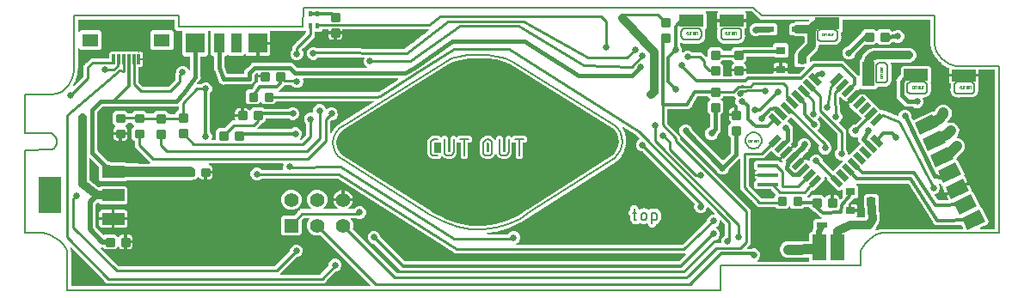
<source format=gtl>
G04 EAGLE Gerber RS-274X export*
G75*
%MOMM*%
%FSLAX34Y34*%
%LPD*%
%INTop Layer*%
%IPPOS*%
%AMOC8*
5,1,8,0,0,1.08239X$1,22.5*%
G01*
%ADD10C,0.152400*%
%ADD11C,0.127000*%
%ADD12C,0.203200*%
%ADD13C,0.000000*%
%ADD14C,0.222250*%
%ADD15R,2.235200X1.219200*%
%ADD16R,2.200000X3.600000*%
%ADD17R,0.900000X0.800000*%
%ADD18R,2.413000X1.143000*%
%ADD19R,1.371600X2.540000*%
%ADD20R,1.143000X2.413000*%
%ADD21R,1.310000X1.930000*%
%ADD22R,1.050000X1.950000*%
%ADD23R,1.950000X1.950000*%
%ADD24R,1.270000X0.558800*%
%ADD25R,0.558800X1.270000*%
%ADD26R,2.032000X0.300000*%
%ADD27R,1.050000X0.600000*%
%ADD28R,1.397000X1.397000*%
%ADD29C,1.397000*%
%ADD30R,1.650000X1.300000*%
%ADD31R,0.300000X1.000000*%
%ADD32R,0.400000X0.500000*%
%ADD33C,0.406400*%
%ADD34C,0.654800*%
%ADD35C,0.304800*%
%ADD36C,0.254000*%
%ADD37C,0.812800*%
%ADD38C,0.508000*%
%ADD39C,1.016000*%
%ADD40C,0.609600*%

G36*
X471681Y71309D02*
X471681Y71309D01*
X471769Y71311D01*
X483588Y72857D01*
X483620Y72867D01*
X483706Y72882D01*
X495074Y76254D01*
X495104Y76269D01*
X495183Y76296D01*
X506018Y81423D01*
X506045Y81442D01*
X506115Y81478D01*
X515204Y87540D01*
X515265Y87596D01*
X515331Y87646D01*
X515353Y87679D01*
X516583Y88460D01*
X516588Y88464D01*
X516597Y88469D01*
X517810Y89278D01*
X517848Y89285D01*
X517896Y89309D01*
X517923Y89317D01*
X517947Y89334D01*
X517998Y89359D01*
X598945Y140777D01*
X598964Y140794D01*
X598987Y140806D01*
X599111Y140919D01*
X601210Y143327D01*
X601222Y143347D01*
X601298Y143450D01*
X603112Y146625D01*
X603122Y146654D01*
X603168Y146749D01*
X604445Y150368D01*
X604451Y150397D01*
X604479Y150501D01*
X605087Y154291D01*
X605087Y154314D01*
X605096Y154441D01*
X604951Y158139D01*
X604950Y158143D01*
X604951Y158147D01*
X604924Y158312D01*
X603988Y161697D01*
X603980Y161714D01*
X603978Y161732D01*
X603908Y161884D01*
X602146Y164837D01*
X602127Y164859D01*
X602115Y164884D01*
X602004Y165010D01*
X599105Y167649D01*
X599080Y167665D01*
X598996Y167731D01*
X498572Y230472D01*
X498546Y230483D01*
X498500Y230512D01*
X492686Y233315D01*
X492662Y233322D01*
X492548Y233366D01*
X484996Y235335D01*
X484966Y235338D01*
X484904Y235353D01*
X476019Y236521D01*
X475994Y236520D01*
X475947Y236527D01*
X466503Y236863D01*
X466479Y236860D01*
X466436Y236863D01*
X457170Y236384D01*
X457144Y236378D01*
X457097Y236376D01*
X448753Y235129D01*
X448723Y235120D01*
X448655Y235108D01*
X442051Y233206D01*
X442049Y233205D01*
X442046Y233205D01*
X441892Y233140D01*
X437234Y230552D01*
X437223Y230543D01*
X437202Y230533D01*
X337665Y168786D01*
X337651Y168774D01*
X337622Y168758D01*
X332849Y165333D01*
X332841Y165324D01*
X332831Y165319D01*
X332709Y165203D01*
X329681Y161583D01*
X329672Y161567D01*
X329660Y161555D01*
X329573Y161411D01*
X327824Y157593D01*
X327819Y157575D01*
X327809Y157559D01*
X327765Y157397D01*
X327140Y153532D01*
X327140Y153515D01*
X327136Y153498D01*
X327135Y153330D01*
X327536Y149575D01*
X327540Y149559D01*
X327540Y149542D01*
X327583Y149380D01*
X328927Y145922D01*
X328936Y145907D01*
X328941Y145889D01*
X329025Y145745D01*
X331228Y142775D01*
X331243Y142761D01*
X331254Y142742D01*
X331375Y142626D01*
X334681Y140079D01*
X334703Y140068D01*
X334737Y140040D01*
X420896Y85382D01*
X420918Y85373D01*
X420952Y85350D01*
X433898Y78603D01*
X433929Y78593D01*
X433997Y78560D01*
X446722Y74081D01*
X446755Y74075D01*
X446833Y74051D01*
X459333Y71682D01*
X459366Y71681D01*
X459452Y71669D01*
X471648Y71305D01*
X471681Y71309D01*
G37*
G36*
X359997Y11870D02*
X359997Y11870D01*
X360068Y11872D01*
X360117Y11890D01*
X360169Y11898D01*
X360232Y11932D01*
X360299Y11957D01*
X360340Y11989D01*
X360386Y12014D01*
X360435Y12065D01*
X360491Y12110D01*
X360520Y12154D01*
X360555Y12192D01*
X360586Y12257D01*
X360624Y12317D01*
X360637Y12368D01*
X360659Y12415D01*
X360667Y12486D01*
X360684Y12556D01*
X360680Y12608D01*
X360686Y12659D01*
X360671Y12730D01*
X360665Y12801D01*
X360645Y12849D01*
X360634Y12900D01*
X360597Y12961D01*
X360569Y13027D01*
X360524Y13083D01*
X360508Y13111D01*
X360490Y13126D01*
X360464Y13158D01*
X311695Y61927D01*
X311601Y61995D01*
X311507Y62065D01*
X311501Y62067D01*
X311496Y62071D01*
X311384Y62105D01*
X311273Y62141D01*
X311267Y62141D01*
X311261Y62143D01*
X311144Y62140D01*
X311027Y62139D01*
X311020Y62137D01*
X311015Y62137D01*
X310997Y62130D01*
X310866Y62092D01*
X309971Y61721D01*
X305979Y61721D01*
X302291Y63249D01*
X299469Y66071D01*
X297941Y69759D01*
X297941Y73751D01*
X299469Y77439D01*
X300032Y78002D01*
X300074Y78060D01*
X300123Y78112D01*
X300145Y78159D01*
X300175Y78201D01*
X300197Y78270D01*
X300227Y78335D01*
X300232Y78387D01*
X300248Y78437D01*
X300246Y78508D01*
X300254Y78579D01*
X300243Y78630D01*
X300241Y78682D01*
X300217Y78750D01*
X300202Y78820D01*
X300175Y78865D01*
X300157Y78913D01*
X300112Y78969D01*
X300075Y79031D01*
X300036Y79065D01*
X300003Y79105D01*
X299943Y79144D01*
X299889Y79191D01*
X299840Y79210D01*
X299796Y79238D01*
X299727Y79256D01*
X299660Y79283D01*
X299589Y79291D01*
X299558Y79299D01*
X299535Y79297D01*
X299494Y79301D01*
X295462Y79301D01*
X295352Y79283D01*
X295241Y79268D01*
X295231Y79263D01*
X295220Y79262D01*
X295121Y79209D01*
X295020Y79160D01*
X295010Y79151D01*
X295002Y79146D01*
X294984Y79128D01*
X294895Y79048D01*
X292803Y76709D01*
X292765Y76650D01*
X292719Y76596D01*
X292699Y76547D01*
X292670Y76502D01*
X292654Y76433D01*
X292627Y76368D01*
X292619Y76294D01*
X292611Y76263D01*
X292613Y76241D01*
X292609Y76201D01*
X292609Y63507D01*
X290823Y61721D01*
X274327Y61721D01*
X272541Y63507D01*
X272541Y80003D01*
X274327Y81789D01*
X285417Y81789D01*
X285527Y81807D01*
X285639Y81822D01*
X285649Y81827D01*
X285660Y81828D01*
X285758Y81881D01*
X285859Y81930D01*
X285870Y81939D01*
X285877Y81944D01*
X285895Y81962D01*
X285984Y82042D01*
X288678Y85053D01*
X288716Y85113D01*
X288762Y85166D01*
X288782Y85216D01*
X288811Y85261D01*
X288828Y85329D01*
X288851Y85388D01*
X290037Y86574D01*
X290047Y86587D01*
X290066Y86605D01*
X291191Y87862D01*
X291202Y87866D01*
X291254Y87878D01*
X291314Y87914D01*
X291372Y87939D01*
X293050Y87939D01*
X293066Y87941D01*
X293092Y87940D01*
X294776Y88033D01*
X294787Y88029D01*
X294832Y88000D01*
X294900Y87984D01*
X294965Y87957D01*
X295039Y87949D01*
X295070Y87941D01*
X295093Y87943D01*
X295132Y87939D01*
X301164Y87939D01*
X301234Y87950D01*
X301306Y87952D01*
X301355Y87970D01*
X301406Y87978D01*
X301470Y88012D01*
X301537Y88037D01*
X301578Y88069D01*
X301624Y88094D01*
X301673Y88146D01*
X301729Y88190D01*
X301757Y88234D01*
X301793Y88272D01*
X301823Y88337D01*
X301862Y88397D01*
X301875Y88448D01*
X301897Y88495D01*
X301905Y88566D01*
X301922Y88636D01*
X301918Y88688D01*
X301924Y88739D01*
X301909Y88810D01*
X301903Y88881D01*
X301883Y88929D01*
X301872Y88980D01*
X301835Y89041D01*
X301807Y89107D01*
X301762Y89163D01*
X301745Y89191D01*
X301728Y89206D01*
X301702Y89238D01*
X299469Y91471D01*
X297941Y95159D01*
X297941Y99151D01*
X299469Y102839D01*
X302291Y105661D01*
X305979Y107189D01*
X309971Y107189D01*
X313659Y105661D01*
X316481Y102839D01*
X318009Y99151D01*
X318009Y95159D01*
X316481Y91471D01*
X314248Y89238D01*
X314206Y89180D01*
X314157Y89128D01*
X314135Y89081D01*
X314105Y89039D01*
X314083Y88970D01*
X314053Y88905D01*
X314048Y88853D01*
X314032Y88803D01*
X314034Y88732D01*
X314026Y88661D01*
X314037Y88610D01*
X314039Y88558D01*
X314063Y88490D01*
X314078Y88420D01*
X314105Y88375D01*
X314123Y88327D01*
X314168Y88271D01*
X314205Y88209D01*
X314244Y88175D01*
X314277Y88135D01*
X314337Y88096D01*
X314391Y88049D01*
X314440Y88030D01*
X314484Y88002D01*
X314553Y87984D01*
X314620Y87957D01*
X314691Y87949D01*
X314722Y87941D01*
X314745Y87943D01*
X314786Y87939D01*
X327513Y87939D01*
X327536Y87942D01*
X327558Y87940D01*
X327657Y87962D01*
X327756Y87978D01*
X327776Y87989D01*
X327798Y87994D01*
X327884Y88047D01*
X327973Y88094D01*
X327989Y88110D01*
X328008Y88122D01*
X328073Y88199D01*
X328142Y88272D01*
X328152Y88293D01*
X328167Y88310D01*
X328204Y88404D01*
X328246Y88495D01*
X328248Y88518D01*
X328257Y88539D01*
X328262Y88640D01*
X328273Y88739D01*
X328268Y88762D01*
X328269Y88785D01*
X328242Y88882D01*
X328221Y88980D01*
X328209Y89000D01*
X328203Y89022D01*
X328146Y89105D01*
X328095Y89191D01*
X328077Y89206D01*
X328064Y89225D01*
X327936Y89333D01*
X327303Y89756D01*
X325976Y91083D01*
X324933Y92643D01*
X324215Y94376D01*
X323966Y95632D01*
X332613Y95632D01*
X332633Y95635D01*
X332652Y95633D01*
X332754Y95655D01*
X332856Y95672D01*
X332873Y95681D01*
X332893Y95685D01*
X332982Y95738D01*
X333073Y95787D01*
X333087Y95801D01*
X333104Y95811D01*
X333171Y95890D01*
X333242Y95965D01*
X333251Y95983D01*
X333264Y95998D01*
X333302Y96094D01*
X333346Y96188D01*
X333348Y96208D01*
X333356Y96226D01*
X333374Y96393D01*
X333374Y97156D01*
X333376Y97156D01*
X333376Y96393D01*
X333379Y96373D01*
X333377Y96354D01*
X333399Y96252D01*
X333416Y96150D01*
X333425Y96133D01*
X333429Y96113D01*
X333482Y96024D01*
X333531Y95933D01*
X333545Y95919D01*
X333555Y95902D01*
X333634Y95835D01*
X333709Y95764D01*
X333727Y95755D01*
X333742Y95742D01*
X333838Y95703D01*
X333932Y95660D01*
X333952Y95658D01*
X333970Y95650D01*
X334137Y95632D01*
X342784Y95632D01*
X342535Y94376D01*
X341817Y92643D01*
X340774Y91083D01*
X339447Y89756D01*
X338814Y89333D01*
X338797Y89317D01*
X338777Y89306D01*
X338708Y89234D01*
X338635Y89165D01*
X338624Y89145D01*
X338608Y89128D01*
X338565Y89037D01*
X338518Y88949D01*
X338514Y88926D01*
X338504Y88905D01*
X338493Y88805D01*
X338476Y88706D01*
X338480Y88683D01*
X338477Y88661D01*
X338498Y88562D01*
X338514Y88463D01*
X338524Y88443D01*
X338529Y88420D01*
X338581Y88334D01*
X338627Y88245D01*
X338644Y88229D01*
X338655Y88209D01*
X338732Y88144D01*
X338804Y88074D01*
X338825Y88064D01*
X338842Y88049D01*
X338935Y88012D01*
X339026Y87969D01*
X339049Y87966D01*
X339070Y87957D01*
X339237Y87939D01*
X343902Y87939D01*
X343992Y87953D01*
X344083Y87961D01*
X344112Y87973D01*
X344144Y87978D01*
X344225Y88021D01*
X344309Y88057D01*
X344341Y88083D01*
X344362Y88094D01*
X344384Y88117D01*
X344440Y88162D01*
X346158Y89880D01*
X348482Y90843D01*
X350998Y90843D01*
X353322Y89880D01*
X355100Y88102D01*
X356063Y85778D01*
X356063Y83262D01*
X355100Y80938D01*
X353322Y79160D01*
X350998Y78197D01*
X348482Y78197D01*
X346109Y79180D01*
X346097Y79191D01*
X346066Y79203D01*
X346040Y79222D01*
X345953Y79249D01*
X345868Y79283D01*
X345827Y79287D01*
X345805Y79294D01*
X345773Y79293D01*
X345702Y79301D01*
X341856Y79301D01*
X341786Y79290D01*
X341714Y79288D01*
X341665Y79270D01*
X341614Y79262D01*
X341550Y79228D01*
X341483Y79203D01*
X341442Y79171D01*
X341396Y79146D01*
X341347Y79095D01*
X341291Y79050D01*
X341263Y79006D01*
X341227Y78968D01*
X341197Y78903D01*
X341158Y78843D01*
X341145Y78792D01*
X341123Y78745D01*
X341115Y78674D01*
X341098Y78604D01*
X341102Y78552D01*
X341096Y78501D01*
X341111Y78430D01*
X341117Y78359D01*
X341137Y78311D01*
X341148Y78260D01*
X341185Y78199D01*
X341213Y78133D01*
X341258Y78077D01*
X341275Y78049D01*
X341292Y78034D01*
X341318Y78002D01*
X341881Y77439D01*
X343409Y73751D01*
X343409Y69759D01*
X343038Y68864D01*
X343011Y68751D01*
X342983Y68637D01*
X342983Y68631D01*
X342982Y68625D01*
X342993Y68508D01*
X343002Y68392D01*
X343004Y68386D01*
X343005Y68380D01*
X343053Y68272D01*
X343098Y68166D01*
X343103Y68160D01*
X343105Y68155D01*
X343118Y68141D01*
X343203Y68035D01*
X385840Y25398D01*
X385914Y25344D01*
X385983Y25285D01*
X386014Y25273D01*
X386040Y25254D01*
X386127Y25227D01*
X386212Y25193D01*
X386253Y25189D01*
X386275Y25182D01*
X386307Y25183D01*
X386378Y25175D01*
X670031Y25175D01*
X670075Y25182D01*
X670119Y25180D01*
X670195Y25202D01*
X670274Y25214D01*
X670313Y25235D01*
X670355Y25247D01*
X670479Y25323D01*
X670491Y25329D01*
X670494Y25332D01*
X670498Y25335D01*
X670815Y25581D01*
X670836Y25603D01*
X670886Y25643D01*
X699363Y54121D01*
X705056Y54121D01*
X705075Y54124D01*
X705095Y54122D01*
X705197Y54144D01*
X705299Y54161D01*
X705316Y54170D01*
X705336Y54174D01*
X705425Y54227D01*
X705516Y54276D01*
X705530Y54290D01*
X705547Y54300D01*
X705614Y54379D01*
X705685Y54454D01*
X705694Y54472D01*
X705707Y54487D01*
X705745Y54584D01*
X705789Y54677D01*
X705791Y54697D01*
X705799Y54715D01*
X705817Y54882D01*
X705817Y57128D01*
X706780Y59452D01*
X708558Y61230D01*
X709394Y61576D01*
X709493Y61638D01*
X709593Y61698D01*
X709597Y61703D01*
X709603Y61706D01*
X709677Y61796D01*
X709753Y61885D01*
X709755Y61891D01*
X709759Y61895D01*
X709801Y62004D01*
X709845Y62113D01*
X709846Y62120D01*
X709848Y62125D01*
X709848Y62143D01*
X709863Y62280D01*
X709863Y72666D01*
X709849Y72756D01*
X709842Y72847D01*
X709829Y72877D01*
X709824Y72909D01*
X709781Y72989D01*
X709745Y73073D01*
X709720Y73106D01*
X709709Y73126D01*
X709685Y73148D01*
X709640Y73204D01*
X706122Y76723D01*
X706064Y76764D01*
X706012Y76814D01*
X705965Y76836D01*
X705923Y76866D01*
X705854Y76887D01*
X705789Y76917D01*
X705737Y76923D01*
X705687Y76939D01*
X705616Y76937D01*
X705545Y76945D01*
X705494Y76934D01*
X705442Y76932D01*
X705374Y76908D01*
X705304Y76892D01*
X705259Y76866D01*
X705211Y76848D01*
X705155Y76803D01*
X705093Y76766D01*
X705059Y76727D01*
X705019Y76694D01*
X704980Y76634D01*
X704933Y76579D01*
X704914Y76531D01*
X704886Y76487D01*
X704868Y76418D01*
X704841Y76351D01*
X704833Y76280D01*
X704825Y76249D01*
X704827Y76225D01*
X704823Y76184D01*
X704823Y74942D01*
X703860Y72618D01*
X702082Y70840D01*
X701390Y70553D01*
X701329Y70516D01*
X701263Y70486D01*
X701225Y70451D01*
X701181Y70424D01*
X701135Y70369D01*
X701082Y70320D01*
X701057Y70274D01*
X701024Y70234D01*
X700998Y70167D01*
X700964Y70104D01*
X700954Y70053D01*
X700936Y70005D01*
X700933Y69933D01*
X700920Y69862D01*
X700927Y69811D01*
X700925Y69759D01*
X700945Y69690D01*
X700956Y69619D01*
X700979Y69573D01*
X700994Y69523D01*
X701035Y69464D01*
X701067Y69400D01*
X701104Y69363D01*
X701134Y69321D01*
X701192Y69278D01*
X701243Y69228D01*
X701306Y69193D01*
X701331Y69174D01*
X701354Y69167D01*
X701390Y69147D01*
X702082Y68860D01*
X703860Y67082D01*
X704823Y64758D01*
X704823Y62242D01*
X703860Y59918D01*
X702082Y58140D01*
X699758Y57177D01*
X698959Y57177D01*
X698869Y57163D01*
X698778Y57155D01*
X698749Y57143D01*
X698717Y57138D01*
X698636Y57095D01*
X698552Y57059D01*
X698520Y57033D01*
X698499Y57022D01*
X698477Y56999D01*
X698421Y56954D01*
X668644Y27177D01*
X390626Y27177D01*
X364159Y53644D01*
X364085Y53697D01*
X364015Y53757D01*
X363985Y53769D01*
X363959Y53788D01*
X363872Y53815D01*
X363787Y53849D01*
X363746Y53853D01*
X363724Y53860D01*
X363692Y53859D01*
X363621Y53867D01*
X362822Y53867D01*
X360498Y54830D01*
X358720Y56608D01*
X357757Y58932D01*
X357757Y61448D01*
X358720Y63772D01*
X360498Y65550D01*
X362822Y66513D01*
X365338Y66513D01*
X367662Y65550D01*
X369440Y63772D01*
X370403Y61448D01*
X370403Y60649D01*
X370417Y60559D01*
X370425Y60468D01*
X370437Y60439D01*
X370442Y60407D01*
X370485Y60326D01*
X370521Y60242D01*
X370547Y60210D01*
X370558Y60189D01*
X370581Y60167D01*
X370626Y60111D01*
X394191Y36546D01*
X394265Y36493D01*
X394335Y36433D01*
X394365Y36421D01*
X394391Y36402D01*
X394478Y36375D01*
X394563Y36341D01*
X394604Y36337D01*
X394626Y36330D01*
X394658Y36331D01*
X394729Y36323D01*
X664541Y36323D01*
X664631Y36337D01*
X664722Y36345D01*
X664751Y36357D01*
X664783Y36362D01*
X664864Y36405D01*
X664948Y36441D01*
X664980Y36467D01*
X665001Y36478D01*
X665023Y36501D01*
X665079Y36546D01*
X671144Y42611D01*
X671181Y42663D01*
X671226Y42708D01*
X671253Y42762D01*
X671288Y42811D01*
X671307Y42871D01*
X671335Y42928D01*
X671343Y42988D01*
X671360Y43046D01*
X671359Y43109D01*
X671367Y43172D01*
X671356Y43231D01*
X671354Y43292D01*
X671332Y43351D01*
X671320Y43414D01*
X671290Y43466D01*
X671270Y43523D01*
X671230Y43572D01*
X671199Y43627D01*
X671154Y43668D01*
X671116Y43715D01*
X671063Y43749D01*
X671015Y43791D01*
X670960Y43815D01*
X670909Y43848D01*
X670847Y43863D01*
X670789Y43888D01*
X670702Y43900D01*
X670670Y43908D01*
X670652Y43907D01*
X670623Y43911D01*
X669250Y43941D01*
X669244Y43940D01*
X669233Y43941D01*
X446323Y43941D01*
X446317Y43940D01*
X446159Y43923D01*
X444951Y43658D01*
X444695Y43821D01*
X444687Y43825D01*
X444680Y43831D01*
X444573Y43874D01*
X444469Y43919D01*
X444460Y43919D01*
X444452Y43923D01*
X444285Y43941D01*
X443981Y43941D01*
X443107Y44815D01*
X443102Y44819D01*
X442979Y44919D01*
X328545Y118061D01*
X328537Y118065D01*
X328530Y118071D01*
X328423Y118114D01*
X328319Y118159D01*
X328310Y118159D01*
X328302Y118163D01*
X328135Y118181D01*
X253838Y118181D01*
X253748Y118167D01*
X253657Y118159D01*
X253628Y118147D01*
X253596Y118142D01*
X253515Y118099D01*
X253431Y118063D01*
X253399Y118037D01*
X253378Y118026D01*
X253356Y118003D01*
X253300Y117958D01*
X252482Y117140D01*
X250158Y116177D01*
X247642Y116177D01*
X245318Y117140D01*
X243540Y118918D01*
X242577Y121242D01*
X242577Y123758D01*
X243540Y126082D01*
X245318Y127860D01*
X247642Y128823D01*
X250158Y128823D01*
X252482Y127860D01*
X253300Y127042D01*
X253374Y126989D01*
X253443Y126929D01*
X253474Y126917D01*
X253500Y126898D01*
X253587Y126871D01*
X253672Y126837D01*
X253713Y126833D01*
X253735Y126826D01*
X253767Y126827D01*
X253838Y126819D01*
X273997Y126819D01*
X274042Y126826D01*
X274088Y126824D01*
X274163Y126846D01*
X274240Y126858D01*
X274280Y126880D01*
X274324Y126893D01*
X274388Y126937D01*
X274457Y126974D01*
X274489Y127007D01*
X274526Y127033D01*
X274573Y127096D01*
X274626Y127152D01*
X274646Y127194D01*
X274673Y127230D01*
X274697Y127304D01*
X274730Y127375D01*
X274735Y127421D01*
X274749Y127464D01*
X274749Y127542D01*
X274757Y127619D01*
X274747Y127664D01*
X274747Y127710D01*
X274709Y127841D01*
X274705Y127860D01*
X274702Y127864D01*
X274700Y127871D01*
X274537Y128265D01*
X274537Y130780D01*
X274951Y131779D01*
X274961Y131823D01*
X274981Y131865D01*
X274989Y131942D01*
X275007Y132018D01*
X275003Y132064D01*
X275008Y132109D01*
X274991Y132186D01*
X274984Y132263D01*
X274965Y132305D01*
X274956Y132350D01*
X274916Y132417D01*
X274884Y132488D01*
X274853Y132522D01*
X274829Y132561D01*
X274770Y132612D01*
X274718Y132669D01*
X274677Y132691D01*
X274642Y132721D01*
X274570Y132750D01*
X274502Y132787D01*
X274457Y132796D01*
X274414Y132813D01*
X274278Y132828D01*
X274260Y132831D01*
X274255Y132830D01*
X274248Y132831D01*
X202169Y132831D01*
X202146Y132827D01*
X202122Y132830D01*
X202025Y132808D01*
X201927Y132792D01*
X201905Y132780D01*
X201882Y132775D01*
X201797Y132723D01*
X201709Y132676D01*
X201693Y132659D01*
X201672Y132646D01*
X201608Y132570D01*
X201540Y132498D01*
X201530Y132476D01*
X201514Y132458D01*
X201478Y132365D01*
X201436Y132275D01*
X201434Y132251D01*
X201425Y132229D01*
X201420Y132129D01*
X201409Y132031D01*
X201414Y132007D01*
X201413Y131983D01*
X201440Y131888D01*
X201461Y131790D01*
X201474Y131769D01*
X201480Y131746D01*
X201536Y131665D01*
X201588Y131579D01*
X201606Y131563D01*
X201619Y131544D01*
X201699Y131484D01*
X201774Y131419D01*
X201797Y131410D01*
X201816Y131396D01*
X201972Y131335D01*
X202953Y131072D01*
X203786Y130591D01*
X204466Y129911D01*
X204947Y129078D01*
X205196Y128150D01*
X205196Y125858D01*
X198972Y125858D01*
X198952Y125855D01*
X198933Y125857D01*
X198831Y125835D01*
X198729Y125818D01*
X198712Y125809D01*
X198692Y125805D01*
X198603Y125752D01*
X198512Y125703D01*
X198498Y125689D01*
X198481Y125679D01*
X198414Y125600D01*
X198343Y125525D01*
X198334Y125507D01*
X198321Y125492D01*
X198282Y125396D01*
X198239Y125302D01*
X198237Y125282D01*
X198229Y125264D01*
X198211Y125097D01*
X198211Y124334D01*
X197448Y124334D01*
X197428Y124331D01*
X197409Y124333D01*
X197307Y124311D01*
X197205Y124294D01*
X197188Y124285D01*
X197168Y124281D01*
X197079Y124228D01*
X196988Y124179D01*
X196974Y124165D01*
X196957Y124155D01*
X196890Y124076D01*
X196819Y124001D01*
X196810Y123983D01*
X196797Y123968D01*
X196758Y123872D01*
X196715Y123778D01*
X196713Y123758D01*
X196705Y123740D01*
X196687Y123573D01*
X196687Y117349D01*
X194395Y117349D01*
X193467Y117598D01*
X192634Y118079D01*
X191954Y118759D01*
X191714Y119174D01*
X191639Y119266D01*
X191565Y119359D01*
X191561Y119361D01*
X191559Y119364D01*
X191459Y119426D01*
X191358Y119492D01*
X191354Y119493D01*
X191350Y119495D01*
X191235Y119522D01*
X191119Y119552D01*
X191115Y119551D01*
X191111Y119552D01*
X190992Y119542D01*
X190874Y119532D01*
X190870Y119531D01*
X190866Y119530D01*
X190757Y119483D01*
X190648Y119436D01*
X190644Y119433D01*
X190641Y119432D01*
X190631Y119423D01*
X190517Y119331D01*
X188027Y116841D01*
X186271Y116841D01*
X186207Y116831D01*
X186141Y116830D01*
X186061Y116807D01*
X186029Y116802D01*
X186011Y116792D01*
X185980Y116783D01*
X184587Y116206D01*
X181353Y116206D01*
X180996Y116354D01*
X180933Y116369D01*
X180872Y116394D01*
X180789Y116403D01*
X180757Y116410D01*
X180738Y116408D01*
X180705Y116412D01*
X149076Y116412D01*
X149031Y116405D01*
X147308Y116412D01*
X147306Y116412D01*
X147304Y116412D01*
X145618Y116412D01*
X145593Y116418D01*
X145575Y116416D01*
X145544Y116420D01*
X120902Y116526D01*
X120810Y116511D01*
X120718Y116504D01*
X120690Y116492D01*
X120659Y116487D01*
X120577Y116444D01*
X120492Y116408D01*
X120461Y116384D01*
X120441Y116373D01*
X120419Y116350D01*
X120361Y116303D01*
X119627Y115569D01*
X94749Y115569D01*
X92963Y117355D01*
X92963Y129748D01*
X92949Y129838D01*
X92941Y129929D01*
X92929Y129959D01*
X92924Y129991D01*
X92881Y130071D01*
X92845Y130155D01*
X92819Y130187D01*
X92808Y130208D01*
X92785Y130230D01*
X92740Y130286D01*
X85082Y137944D01*
X85024Y137986D01*
X84972Y138036D01*
X84925Y138058D01*
X84883Y138088D01*
X84814Y138109D01*
X84749Y138139D01*
X84697Y138145D01*
X84647Y138160D01*
X84576Y138158D01*
X84505Y138166D01*
X84454Y138155D01*
X84402Y138154D01*
X84334Y138129D01*
X84264Y138114D01*
X84219Y138087D01*
X84171Y138069D01*
X84115Y138025D01*
X84053Y137988D01*
X84019Y137948D01*
X83979Y137916D01*
X83940Y137855D01*
X83893Y137801D01*
X83874Y137753D01*
X83846Y137709D01*
X83828Y137639D01*
X83801Y137573D01*
X83793Y137501D01*
X83785Y137470D01*
X83787Y137447D01*
X83783Y137406D01*
X83783Y116614D01*
X83786Y116593D01*
X83784Y116571D01*
X83806Y116472D01*
X83822Y116372D01*
X83833Y116352D01*
X83838Y116331D01*
X83890Y116244D01*
X83938Y116154D01*
X83954Y116139D01*
X83965Y116120D01*
X84087Y116005D01*
X92658Y109578D01*
X92737Y109536D01*
X92812Y109488D01*
X92845Y109480D01*
X92876Y109464D01*
X92964Y109450D01*
X93050Y109428D01*
X93085Y109431D01*
X93119Y109425D01*
X93207Y109440D01*
X93295Y109447D01*
X93327Y109461D01*
X93361Y109466D01*
X93440Y109509D01*
X93522Y109544D01*
X93556Y109571D01*
X93578Y109583D01*
X93600Y109606D01*
X93653Y109648D01*
X94749Y110745D01*
X119627Y110745D01*
X121413Y108959D01*
X121413Y94241D01*
X119627Y92455D01*
X94749Y92455D01*
X92792Y94412D01*
X92776Y94424D01*
X92764Y94439D01*
X92676Y94495D01*
X92593Y94556D01*
X92574Y94561D01*
X92557Y94572D01*
X92456Y94598D01*
X92358Y94628D01*
X92338Y94627D01*
X92318Y94632D01*
X92215Y94624D01*
X92112Y94622D01*
X92093Y94615D01*
X92073Y94613D01*
X91978Y94573D01*
X91881Y94537D01*
X91865Y94525D01*
X91847Y94517D01*
X91716Y94412D01*
X90312Y93008D01*
X90259Y92934D01*
X90199Y92865D01*
X90187Y92835D01*
X90168Y92808D01*
X90141Y92721D01*
X90107Y92636D01*
X90103Y92596D01*
X90096Y92573D01*
X90097Y92541D01*
X90089Y92470D01*
X90089Y70380D01*
X90103Y70290D01*
X90111Y70199D01*
X90123Y70169D01*
X90128Y70138D01*
X90171Y70057D01*
X90207Y69973D01*
X90233Y69941D01*
X90244Y69920D01*
X90267Y69898D01*
X90312Y69842D01*
X97501Y62653D01*
X97517Y62641D01*
X97529Y62626D01*
X97617Y62570D01*
X97701Y62509D01*
X97720Y62504D01*
X97736Y62493D01*
X97837Y62467D01*
X97936Y62437D01*
X97956Y62438D01*
X97975Y62433D01*
X98078Y62441D01*
X98181Y62443D01*
X98200Y62450D01*
X98220Y62452D01*
X98315Y62492D01*
X98412Y62528D01*
X98428Y62540D01*
X98446Y62548D01*
X98577Y62653D01*
X99063Y63139D01*
X109177Y63139D01*
X111667Y60649D01*
X111763Y60579D01*
X111859Y60509D01*
X111863Y60508D01*
X111867Y60505D01*
X111979Y60470D01*
X112094Y60434D01*
X112098Y60434D01*
X112102Y60433D01*
X112220Y60436D01*
X112340Y60438D01*
X112343Y60439D01*
X112348Y60439D01*
X112459Y60480D01*
X112571Y60520D01*
X112575Y60522D01*
X112579Y60524D01*
X112671Y60597D01*
X112765Y60671D01*
X112768Y60675D01*
X112771Y60677D01*
X112778Y60689D01*
X112864Y60806D01*
X113104Y61221D01*
X113784Y61901D01*
X114617Y62382D01*
X115545Y62631D01*
X117837Y62631D01*
X117837Y56407D01*
X117840Y56387D01*
X117838Y56368D01*
X117860Y56266D01*
X117877Y56164D01*
X117886Y56147D01*
X117890Y56127D01*
X117943Y56038D01*
X117992Y55947D01*
X118006Y55933D01*
X118016Y55916D01*
X118095Y55849D01*
X118170Y55778D01*
X118188Y55769D01*
X118203Y55756D01*
X118299Y55717D01*
X118393Y55674D01*
X118413Y55672D01*
X118431Y55664D01*
X118598Y55646D01*
X119361Y55646D01*
X119361Y55644D01*
X118598Y55644D01*
X118578Y55641D01*
X118559Y55643D01*
X118457Y55621D01*
X118355Y55604D01*
X118338Y55595D01*
X118318Y55591D01*
X118229Y55538D01*
X118138Y55489D01*
X118124Y55475D01*
X118107Y55465D01*
X118040Y55386D01*
X117969Y55311D01*
X117960Y55293D01*
X117947Y55278D01*
X117908Y55182D01*
X117865Y55088D01*
X117863Y55068D01*
X117855Y55050D01*
X117837Y54883D01*
X117837Y48659D01*
X115545Y48659D01*
X114617Y48908D01*
X113784Y49389D01*
X113104Y50069D01*
X112864Y50484D01*
X112789Y50576D01*
X112715Y50669D01*
X112711Y50671D01*
X112709Y50674D01*
X112609Y50736D01*
X112508Y50802D01*
X112504Y50803D01*
X112500Y50805D01*
X112385Y50832D01*
X112269Y50862D01*
X112265Y50861D01*
X112261Y50862D01*
X112142Y50852D01*
X112024Y50842D01*
X112020Y50841D01*
X112016Y50840D01*
X111907Y50793D01*
X111798Y50746D01*
X111794Y50743D01*
X111791Y50742D01*
X111781Y50733D01*
X111667Y50641D01*
X109177Y48151D01*
X99063Y48151D01*
X97381Y49833D01*
X97307Y49886D01*
X97238Y49946D01*
X97208Y49958D01*
X97181Y49977D01*
X97094Y50004D01*
X97010Y50038D01*
X96969Y50042D01*
X96946Y50049D01*
X96914Y50048D01*
X96843Y50056D01*
X95929Y50056D01*
X95858Y50045D01*
X95787Y50043D01*
X95738Y50025D01*
X95686Y50017D01*
X95623Y49983D01*
X95556Y49958D01*
X95515Y49926D01*
X95469Y49901D01*
X95420Y49849D01*
X95364Y49805D01*
X95335Y49761D01*
X95300Y49723D01*
X95269Y49658D01*
X95231Y49598D01*
X95218Y49547D01*
X95196Y49500D01*
X95188Y49429D01*
X95171Y49359D01*
X95175Y49307D01*
X95169Y49256D01*
X95184Y49185D01*
X95190Y49114D01*
X95210Y49066D01*
X95221Y49015D01*
X95258Y48954D01*
X95286Y48888D01*
X95331Y48832D01*
X95347Y48804D01*
X95365Y48789D01*
X95391Y48757D01*
X112133Y32015D01*
X112207Y31962D01*
X112276Y31902D01*
X112306Y31890D01*
X112333Y31871D01*
X112420Y31844D01*
X112504Y31810D01*
X112545Y31806D01*
X112568Y31799D01*
X112600Y31799D01*
X112671Y31792D01*
X257070Y31664D01*
X257071Y31664D01*
X266160Y31664D01*
X266250Y31679D01*
X266341Y31686D01*
X266371Y31698D01*
X266403Y31704D01*
X266483Y31746D01*
X266567Y31782D01*
X266599Y31808D01*
X266620Y31819D01*
X266642Y31842D01*
X266698Y31887D01*
X281236Y46425D01*
X281289Y46499D01*
X281349Y46568D01*
X281361Y46598D01*
X281380Y46625D01*
X281407Y46712D01*
X281441Y46796D01*
X281445Y46837D01*
X281452Y46860D01*
X281451Y46892D01*
X281459Y46963D01*
X281459Y48121D01*
X282422Y50445D01*
X284200Y52223D01*
X286524Y53186D01*
X289040Y53186D01*
X291364Y52223D01*
X293142Y50445D01*
X294105Y48121D01*
X294105Y45605D01*
X293142Y43281D01*
X291364Y41503D01*
X289040Y40540D01*
X287882Y40540D01*
X287792Y40526D01*
X287701Y40518D01*
X287671Y40506D01*
X287639Y40501D01*
X287559Y40458D01*
X287475Y40422D01*
X287443Y40396D01*
X287422Y40385D01*
X287400Y40362D01*
X287344Y40317D01*
X271674Y24647D01*
X271632Y24589D01*
X271582Y24537D01*
X271561Y24490D01*
X271530Y24448D01*
X271509Y24379D01*
X271479Y24314D01*
X271473Y24262D01*
X271458Y24212D01*
X271460Y24141D01*
X271452Y24069D01*
X271463Y24018D01*
X271464Y23967D01*
X271489Y23899D01*
X271504Y23829D01*
X271531Y23784D01*
X271549Y23736D01*
X271594Y23679D01*
X271631Y23618D01*
X271670Y23584D01*
X271703Y23544D01*
X271763Y23505D01*
X271818Y23458D01*
X271866Y23439D01*
X271909Y23411D01*
X271979Y23393D01*
X272046Y23366D01*
X272117Y23358D01*
X272148Y23350D01*
X272171Y23352D01*
X272213Y23348D01*
X311171Y23370D01*
X311279Y23388D01*
X311388Y23401D01*
X311400Y23407D01*
X311414Y23410D01*
X311510Y23461D01*
X311609Y23509D01*
X311622Y23520D01*
X311631Y23525D01*
X311651Y23546D01*
X311735Y23620D01*
X319390Y32064D01*
X319430Y32125D01*
X319477Y32181D01*
X319496Y32228D01*
X319524Y32271D01*
X319542Y32341D01*
X319569Y32409D01*
X319577Y32478D01*
X319585Y32509D01*
X319583Y32533D01*
X319588Y32576D01*
X319588Y34084D01*
X320550Y36408D01*
X322329Y38186D01*
X324653Y39149D01*
X327168Y39149D01*
X329492Y38186D01*
X331271Y36408D01*
X332233Y34084D01*
X332233Y31568D01*
X331271Y29244D01*
X329492Y27466D01*
X327168Y26503D01*
X326345Y26503D01*
X326237Y26486D01*
X326128Y26472D01*
X326116Y26466D01*
X326102Y26464D01*
X326006Y26412D01*
X325907Y26364D01*
X325894Y26353D01*
X325885Y26348D01*
X325865Y26328D01*
X325781Y26253D01*
X317940Y17605D01*
X317901Y17544D01*
X317853Y17488D01*
X317834Y17441D01*
X317807Y17398D01*
X317789Y17328D01*
X317778Y17301D01*
X316565Y16087D01*
X316557Y16076D01*
X316540Y16061D01*
X315389Y14791D01*
X315353Y14783D01*
X315290Y14746D01*
X315264Y14735D01*
X313548Y14734D01*
X313534Y14731D01*
X313511Y14733D01*
X311800Y14649D01*
X311769Y14669D01*
X311699Y14687D01*
X311631Y14714D01*
X311562Y14722D01*
X311531Y14730D01*
X311507Y14728D01*
X311464Y14733D01*
X104884Y14616D01*
X104798Y14601D01*
X104731Y14597D01*
X102792Y14614D01*
X102789Y14614D01*
X102785Y14614D01*
X100995Y14613D01*
X99741Y15890D01*
X99739Y15892D01*
X99736Y15896D01*
X98374Y17256D01*
X98346Y17293D01*
X98334Y17315D01*
X98311Y17336D01*
X98271Y17388D01*
X66414Y49831D01*
X66392Y49846D01*
X66375Y49867D01*
X66294Y49919D01*
X66215Y49976D01*
X66190Y49984D01*
X66167Y49998D01*
X66073Y50021D01*
X65981Y50051D01*
X65954Y50050D01*
X65928Y50056D01*
X65832Y50048D01*
X65735Y50046D01*
X65710Y50038D01*
X65683Y50035D01*
X65594Y49996D01*
X65503Y49964D01*
X65482Y49948D01*
X65458Y49937D01*
X65386Y49872D01*
X65310Y49812D01*
X65295Y49790D01*
X65275Y49772D01*
X65228Y49687D01*
X65175Y49606D01*
X65168Y49581D01*
X65155Y49557D01*
X65137Y49462D01*
X65113Y49368D01*
X65114Y49342D01*
X65110Y49316D01*
X65124Y49149D01*
X65277Y48380D01*
X65284Y48362D01*
X65285Y48344D01*
X65344Y48187D01*
X65775Y47329D01*
X65658Y46977D01*
X65640Y46866D01*
X65620Y46756D01*
X65621Y46742D01*
X65620Y46734D01*
X65624Y46708D01*
X65634Y46589D01*
X65712Y46197D01*
X65718Y46181D01*
X65719Y46165D01*
X65761Y46067D01*
X65799Y45967D01*
X65809Y45954D01*
X65816Y45939D01*
X65921Y45808D01*
X66057Y45671D01*
X66057Y44544D01*
X66061Y44521D01*
X66071Y44395D01*
X66292Y43290D01*
X66185Y43130D01*
X66178Y43115D01*
X66167Y43102D01*
X66127Y43003D01*
X66083Y42906D01*
X66081Y42889D01*
X66075Y42874D01*
X66057Y42707D01*
X66057Y12620D01*
X66060Y12600D01*
X66058Y12581D01*
X66080Y12479D01*
X66096Y12377D01*
X66106Y12360D01*
X66110Y12340D01*
X66163Y12251D01*
X66212Y12160D01*
X66226Y12146D01*
X66236Y12129D01*
X66315Y12062D01*
X66390Y11990D01*
X66408Y11982D01*
X66423Y11969D01*
X66519Y11930D01*
X66613Y11887D01*
X66633Y11885D01*
X66651Y11877D01*
X66818Y11859D01*
X359926Y11859D01*
X359997Y11870D01*
G37*
G36*
X974865Y68245D02*
X974865Y68245D01*
X974884Y68243D01*
X974986Y68265D01*
X975088Y68281D01*
X975105Y68291D01*
X975125Y68295D01*
X975214Y68348D01*
X975305Y68397D01*
X975319Y68411D01*
X975336Y68421D01*
X975403Y68500D01*
X975475Y68575D01*
X975483Y68593D01*
X975496Y68608D01*
X975535Y68704D01*
X975578Y68798D01*
X975580Y68818D01*
X975588Y68836D01*
X975606Y69003D01*
X975606Y224578D01*
X975603Y224598D01*
X975605Y224617D01*
X975583Y224719D01*
X975567Y224821D01*
X975557Y224838D01*
X975553Y224857D01*
X975500Y224947D01*
X975451Y225038D01*
X975437Y225052D01*
X975427Y225069D01*
X975348Y225136D01*
X975273Y225208D01*
X975255Y225216D01*
X975240Y225229D01*
X975144Y225268D01*
X975050Y225311D01*
X975030Y225313D01*
X975012Y225321D01*
X974846Y225339D01*
X960248Y225349D01*
X960228Y225346D01*
X960208Y225348D01*
X960107Y225326D01*
X960005Y225310D01*
X959987Y225300D01*
X959967Y225296D01*
X959878Y225243D01*
X959787Y225195D01*
X959773Y225180D01*
X959756Y225170D01*
X959689Y225091D01*
X959618Y225017D01*
X959609Y224998D01*
X959596Y224983D01*
X959557Y224887D01*
X959514Y224794D01*
X959512Y224774D01*
X959504Y224755D01*
X959486Y224588D01*
X959486Y221373D01*
X945642Y221373D01*
X945622Y221370D01*
X945603Y221372D01*
X945501Y221350D01*
X945399Y221333D01*
X945382Y221324D01*
X945362Y221320D01*
X945273Y221267D01*
X945182Y221218D01*
X945168Y221204D01*
X945151Y221194D01*
X945084Y221115D01*
X945013Y221040D01*
X945004Y221022D01*
X944991Y221007D01*
X944952Y220911D01*
X944909Y220817D01*
X944907Y220797D01*
X944899Y220779D01*
X944881Y220612D01*
X944881Y219088D01*
X944884Y219068D01*
X944882Y219049D01*
X944904Y218947D01*
X944921Y218845D01*
X944930Y218828D01*
X944934Y218808D01*
X944987Y218719D01*
X945036Y218628D01*
X945050Y218614D01*
X945060Y218597D01*
X945139Y218530D01*
X945214Y218459D01*
X945232Y218450D01*
X945247Y218437D01*
X945343Y218398D01*
X945437Y218355D01*
X945457Y218353D01*
X945475Y218345D01*
X945642Y218327D01*
X959486Y218327D01*
X959486Y213801D01*
X959313Y213154D01*
X958991Y212597D01*
X958970Y212543D01*
X958941Y212493D01*
X958927Y212428D01*
X958904Y212367D01*
X958902Y212309D01*
X958890Y212252D01*
X958897Y212187D01*
X958895Y212121D01*
X958911Y212065D01*
X958918Y212008D01*
X958956Y211916D01*
X958965Y211885D01*
X958973Y211874D01*
X958981Y211852D01*
X959065Y211700D01*
X959063Y211684D01*
X959053Y211660D01*
X959035Y211494D01*
X959035Y211120D01*
X959040Y211089D01*
X959037Y211058D01*
X959069Y210894D01*
X959264Y210269D01*
X959170Y210091D01*
X959165Y210076D01*
X959157Y210064D01*
X959127Y209960D01*
X959092Y209857D01*
X959092Y209842D01*
X959088Y209827D01*
X959087Y209659D01*
X959176Y208780D01*
X959145Y208744D01*
X959119Y208678D01*
X959083Y208617D01*
X959073Y208565D01*
X959053Y208516D01*
X959041Y208403D01*
X959035Y208375D01*
X959037Y208365D01*
X959035Y208349D01*
X959035Y206817D01*
X959043Y206765D01*
X959042Y206712D01*
X959063Y206645D01*
X959074Y206575D01*
X959099Y206528D01*
X959115Y206477D01*
X959176Y206383D01*
X959087Y205506D01*
X959087Y205491D01*
X959084Y205476D01*
X959095Y205368D01*
X959102Y205260D01*
X959107Y205246D01*
X959109Y205231D01*
X959170Y205075D01*
X959264Y204896D01*
X959069Y204271D01*
X959065Y204241D01*
X959053Y204212D01*
X959035Y204045D01*
X959035Y203671D01*
X959036Y203661D01*
X959036Y203654D01*
X959038Y203642D01*
X959036Y203621D01*
X959064Y203465D01*
X958909Y203180D01*
X958887Y203117D01*
X958856Y203057D01*
X958839Y202979D01*
X958828Y202948D01*
X958828Y202927D01*
X958821Y202893D01*
X958784Y202531D01*
X958779Y202525D01*
X958726Y202464D01*
X958709Y202425D01*
X958684Y202389D01*
X958661Y202312D01*
X958630Y202238D01*
X958627Y202195D01*
X958614Y202154D01*
X958614Y202145D01*
X958377Y201858D01*
X958366Y201840D01*
X958365Y201838D01*
X958363Y201834D01*
X958345Y201803D01*
X958304Y201753D01*
X958270Y201674D01*
X958253Y201645D01*
X958249Y201627D01*
X958237Y201599D01*
X958117Y201214D01*
X958084Y201189D01*
X958057Y201151D01*
X958023Y201118D01*
X957988Y201050D01*
X957945Y200987D01*
X957933Y200945D01*
X957609Y200677D01*
X957569Y200631D01*
X957521Y200592D01*
X957469Y200516D01*
X957447Y200491D01*
X957441Y200476D01*
X957425Y200454D01*
X957223Y200081D01*
X957205Y200073D01*
X957170Y200039D01*
X957129Y200012D01*
X957083Y199953D01*
X957029Y199901D01*
X957013Y199869D01*
X956638Y199665D01*
X956590Y199627D01*
X956535Y199598D01*
X956470Y199534D01*
X956444Y199514D01*
X956435Y199500D01*
X956415Y199481D01*
X956151Y199161D01*
X956118Y199153D01*
X956079Y199127D01*
X956036Y199110D01*
X955977Y199060D01*
X955913Y199018D01*
X955884Y198981D01*
X955874Y198972D01*
X955495Y198854D01*
X955437Y198825D01*
X955376Y198806D01*
X955304Y198759D01*
X955275Y198744D01*
X955262Y198731D01*
X955236Y198714D01*
X954939Y198468D01*
X954861Y198463D01*
X954821Y198447D01*
X954779Y198439D01*
X954708Y198400D01*
X954633Y198369D01*
X954601Y198341D01*
X954564Y198320D01*
X954548Y198305D01*
X954198Y198270D01*
X954133Y198252D01*
X954067Y198244D01*
X953993Y198214D01*
X953961Y198205D01*
X953944Y198194D01*
X953911Y198181D01*
X953626Y198025D01*
X953610Y198027D01*
X953586Y198037D01*
X953420Y198055D01*
X953046Y198055D01*
X953015Y198050D01*
X952984Y198053D01*
X952820Y198021D01*
X952195Y197826D01*
X952017Y197920D01*
X952002Y197925D01*
X951990Y197933D01*
X951886Y197963D01*
X951783Y197998D01*
X951768Y197998D01*
X951753Y198002D01*
X951585Y198003D01*
X950706Y197914D01*
X950670Y197945D01*
X950604Y197971D01*
X950543Y198007D01*
X950491Y198017D01*
X950442Y198037D01*
X950329Y198049D01*
X950301Y198055D01*
X950291Y198053D01*
X950275Y198055D01*
X940634Y198055D01*
X940582Y198047D01*
X940529Y198048D01*
X940462Y198027D01*
X940392Y198016D01*
X940345Y197991D01*
X940294Y197975D01*
X940200Y197914D01*
X939322Y198004D01*
X939306Y198003D01*
X939292Y198006D01*
X939184Y197995D01*
X939076Y197989D01*
X939062Y197983D01*
X939047Y197981D01*
X938891Y197920D01*
X938711Y197826D01*
X938087Y198021D01*
X938056Y198025D01*
X938027Y198037D01*
X937861Y198055D01*
X937494Y198055D01*
X937468Y198051D01*
X937443Y198054D01*
X937286Y198025D01*
X937000Y198181D01*
X936937Y198203D01*
X936878Y198234D01*
X936799Y198251D01*
X936768Y198262D01*
X936748Y198262D01*
X936714Y198269D01*
X936349Y198306D01*
X936341Y198312D01*
X936280Y198366D01*
X936241Y198382D01*
X936206Y198407D01*
X936128Y198430D01*
X936054Y198462D01*
X936011Y198465D01*
X935970Y198477D01*
X935958Y198477D01*
X935670Y198715D01*
X935615Y198747D01*
X935565Y198788D01*
X935487Y198822D01*
X935458Y198839D01*
X935440Y198843D01*
X935412Y198855D01*
X935031Y198974D01*
X935006Y199008D01*
X934967Y199034D01*
X934934Y199068D01*
X934866Y199103D01*
X934803Y199147D01*
X934759Y199159D01*
X934495Y199479D01*
X934448Y199520D01*
X934409Y199568D01*
X934334Y199620D01*
X934309Y199641D01*
X934294Y199648D01*
X934271Y199663D01*
X933901Y199864D01*
X933891Y199886D01*
X933857Y199921D01*
X933830Y199962D01*
X933771Y200008D01*
X933719Y200062D01*
X933687Y200078D01*
X933483Y200454D01*
X933445Y200502D01*
X933416Y200556D01*
X933352Y200622D01*
X933332Y200648D01*
X933318Y200657D01*
X933299Y200677D01*
X932977Y200943D01*
X932969Y200973D01*
X932943Y201012D01*
X932926Y201056D01*
X932876Y201114D01*
X932834Y201178D01*
X932797Y201208D01*
X932790Y201215D01*
X932671Y201599D01*
X932642Y201657D01*
X932623Y201717D01*
X932576Y201790D01*
X932561Y201819D01*
X932548Y201832D01*
X932531Y201858D01*
X932285Y202156D01*
X932280Y202231D01*
X932263Y202271D01*
X932255Y202313D01*
X932217Y202384D01*
X932186Y202459D01*
X932158Y202491D01*
X932137Y202529D01*
X932123Y202543D01*
X932087Y202893D01*
X932070Y202958D01*
X932062Y203025D01*
X932032Y203099D01*
X932023Y203131D01*
X932012Y203148D01*
X931999Y203180D01*
X931843Y203465D01*
X931845Y203481D01*
X931855Y203505D01*
X931873Y203671D01*
X931873Y204045D01*
X931868Y204076D01*
X931871Y204107D01*
X931839Y204271D01*
X931644Y204896D01*
X931738Y205075D01*
X931743Y205089D01*
X931752Y205102D01*
X931782Y205205D01*
X931816Y205308D01*
X931816Y205323D01*
X931820Y205338D01*
X931821Y205506D01*
X931732Y206386D01*
X931763Y206423D01*
X931789Y206488D01*
X931825Y206550D01*
X931835Y206602D01*
X931855Y206651D01*
X931867Y206763D01*
X931873Y206791D01*
X931871Y206801D01*
X931873Y206817D01*
X931873Y208349D01*
X931865Y208401D01*
X931866Y208454D01*
X931845Y208522D01*
X931834Y208592D01*
X931809Y208638D01*
X931793Y208689D01*
X931732Y208784D01*
X931821Y209659D01*
X931820Y209675D01*
X931824Y209690D01*
X931813Y209797D01*
X931806Y209905D01*
X931801Y209919D01*
X931799Y209934D01*
X931738Y210091D01*
X931644Y210269D01*
X931839Y210894D01*
X931843Y210924D01*
X931855Y210953D01*
X931873Y211120D01*
X931873Y211305D01*
X931869Y211331D01*
X931871Y211346D01*
X931862Y211385D01*
X931861Y211440D01*
X931843Y211493D01*
X931834Y211548D01*
X931822Y211570D01*
X931819Y211586D01*
X931797Y211623D01*
X931779Y211672D01*
X931745Y211716D01*
X931718Y211766D01*
X931702Y211781D01*
X931692Y211797D01*
X931658Y211826D01*
X931628Y211865D01*
X931564Y211912D01*
X931540Y211935D01*
X931521Y211944D01*
X931520Y211944D01*
X931505Y211957D01*
X931500Y211959D01*
X931493Y211965D01*
X931255Y212102D01*
X930782Y212575D01*
X930447Y213154D01*
X930274Y213801D01*
X930274Y218327D01*
X944118Y218327D01*
X944138Y218330D01*
X944157Y218328D01*
X944259Y218350D01*
X944361Y218367D01*
X944378Y218376D01*
X944398Y218380D01*
X944487Y218433D01*
X944578Y218482D01*
X944592Y218496D01*
X944609Y218506D01*
X944676Y218585D01*
X944747Y218660D01*
X944756Y218678D01*
X944769Y218693D01*
X944808Y218789D01*
X944851Y218883D01*
X944853Y218903D01*
X944861Y218921D01*
X944879Y219088D01*
X944879Y220612D01*
X944876Y220632D01*
X944878Y220651D01*
X944856Y220753D01*
X944839Y220855D01*
X944830Y220872D01*
X944826Y220892D01*
X944773Y220981D01*
X944724Y221072D01*
X944710Y221086D01*
X944700Y221103D01*
X944621Y221170D01*
X944546Y221241D01*
X944528Y221250D01*
X944513Y221263D01*
X944417Y221302D01*
X944323Y221345D01*
X944303Y221347D01*
X944285Y221355D01*
X944118Y221373D01*
X930274Y221373D01*
X930274Y225899D01*
X930377Y226283D01*
X930386Y226372D01*
X930403Y226460D01*
X930398Y226494D01*
X930401Y226527D01*
X930381Y226615D01*
X930369Y226704D01*
X930354Y226734D01*
X930347Y226767D01*
X930300Y226844D01*
X930260Y226924D01*
X930236Y226948D01*
X930218Y226977D01*
X930149Y227035D01*
X930086Y227098D01*
X930048Y227119D01*
X930029Y227135D01*
X930000Y227146D01*
X929940Y227180D01*
X929634Y227310D01*
X929616Y227315D01*
X929601Y227324D01*
X929497Y227344D01*
X929395Y227369D01*
X929377Y227367D01*
X929359Y227371D01*
X929192Y227357D01*
X929011Y227323D01*
X928072Y227960D01*
X928049Y227970D01*
X927943Y228030D01*
X926898Y228474D01*
X926829Y228645D01*
X926820Y228660D01*
X926815Y228678D01*
X926756Y228765D01*
X926701Y228855D01*
X926688Y228867D01*
X926678Y228882D01*
X926550Y228990D01*
X925365Y229793D01*
X925335Y229807D01*
X925309Y229828D01*
X925224Y229858D01*
X925141Y229897D01*
X925109Y229900D01*
X925078Y229911D01*
X924911Y229924D01*
X924824Y229921D01*
X923928Y230756D01*
X923901Y230774D01*
X923836Y230829D01*
X922823Y231515D01*
X922806Y231601D01*
X922795Y231631D01*
X922791Y231664D01*
X922753Y231746D01*
X922722Y231832D01*
X922701Y231857D01*
X922687Y231887D01*
X922578Y232014D01*
X921572Y232951D01*
X921539Y232973D01*
X921511Y233002D01*
X921437Y233041D01*
X921368Y233087D01*
X921329Y233098D01*
X921293Y233116D01*
X921133Y233151D01*
X921130Y233151D01*
X921129Y233151D01*
X921093Y233155D01*
X920289Y234138D01*
X920264Y234159D01*
X920218Y234212D01*
X919289Y235078D01*
X919288Y235114D01*
X919280Y235154D01*
X919281Y235194D01*
X919256Y235274D01*
X919240Y235356D01*
X919220Y235390D01*
X919208Y235429D01*
X919118Y235567D01*
X919117Y235569D01*
X919116Y235570D01*
X918321Y236541D01*
X918291Y236568D01*
X918267Y236601D01*
X918199Y236649D01*
X918137Y236704D01*
X918099Y236719D01*
X918066Y236743D01*
X917914Y236797D01*
X917910Y236799D01*
X917909Y236799D01*
X917908Y236800D01*
X917876Y236807D01*
X917208Y237891D01*
X917187Y237915D01*
X917149Y237973D01*
X916342Y238959D01*
X916346Y238991D01*
X916343Y239032D01*
X916349Y239072D01*
X916335Y239154D01*
X916330Y239236D01*
X916315Y239274D01*
X916308Y239315D01*
X916239Y239460D01*
X916237Y239464D01*
X916237Y239465D01*
X916236Y239466D01*
X915678Y240371D01*
X915656Y240396D01*
X915641Y240425D01*
X915576Y240488D01*
X915517Y240557D01*
X915488Y240574D01*
X915464Y240597D01*
X915317Y240676D01*
X915238Y240708D01*
X914762Y241838D01*
X914745Y241866D01*
X914709Y241942D01*
X914065Y242986D01*
X914085Y243068D01*
X914087Y243101D01*
X914097Y243133D01*
X914095Y243223D01*
X914102Y243314D01*
X914094Y243346D01*
X914093Y243379D01*
X914045Y243539D01*
X913718Y244317D01*
X913711Y244327D01*
X913708Y244338D01*
X913646Y244430D01*
X913587Y244525D01*
X913578Y244533D01*
X913571Y244542D01*
X913444Y244651D01*
X913257Y244778D01*
X913051Y245855D01*
X913047Y245867D01*
X913005Y246008D01*
X912579Y247018D01*
X912665Y247227D01*
X912667Y247238D01*
X912673Y247248D01*
X912695Y247358D01*
X912719Y247467D01*
X912718Y247478D01*
X912720Y247490D01*
X912707Y247657D01*
X912637Y248024D01*
X912630Y248043D01*
X912629Y248064D01*
X912607Y248116D01*
X912604Y248126D01*
X912597Y248139D01*
X912588Y248159D01*
X912553Y248255D01*
X912540Y248271D01*
X912532Y248290D01*
X912427Y248421D01*
X912309Y248539D01*
X912306Y249690D01*
X912302Y249718D01*
X912293Y249831D01*
X912077Y250961D01*
X912171Y251099D01*
X912179Y251118D01*
X912193Y251134D01*
X912231Y251229D01*
X912274Y251322D01*
X912277Y251343D01*
X912284Y251362D01*
X912302Y251529D01*
X912255Y274202D01*
X912252Y274221D01*
X912254Y274239D01*
X912232Y274341D01*
X912215Y274444D01*
X912206Y274461D01*
X912202Y274480D01*
X912148Y274569D01*
X912099Y274661D01*
X912085Y274675D01*
X912075Y274691D01*
X911996Y274759D01*
X911920Y274830D01*
X911903Y274838D01*
X911888Y274851D01*
X911791Y274890D01*
X911697Y274934D01*
X911678Y274936D01*
X911660Y274943D01*
X911494Y274961D01*
X826135Y274961D01*
X826115Y274958D01*
X826096Y274960D01*
X825994Y274938D01*
X825892Y274922D01*
X825875Y274912D01*
X825855Y274908D01*
X825766Y274855D01*
X825675Y274806D01*
X825661Y274792D01*
X825644Y274782D01*
X825577Y274703D01*
X825505Y274628D01*
X825497Y274610D01*
X825484Y274595D01*
X825445Y274499D01*
X825402Y274405D01*
X825400Y274385D01*
X825392Y274367D01*
X825374Y274200D01*
X825374Y263812D01*
X824552Y262990D01*
X824504Y262923D01*
X824448Y262861D01*
X824432Y262824D01*
X824408Y262791D01*
X824384Y262711D01*
X824351Y262635D01*
X824348Y262595D01*
X824336Y262555D01*
X824338Y262473D01*
X824331Y262390D01*
X824342Y262338D01*
X824342Y262310D01*
X824352Y262282D01*
X824363Y262225D01*
X824408Y262083D01*
X824314Y261903D01*
X824309Y261889D01*
X824300Y261876D01*
X824281Y261811D01*
X824255Y261754D01*
X824250Y261712D01*
X824236Y261670D01*
X824236Y261655D01*
X824232Y261640D01*
X824231Y261540D01*
X824228Y261509D01*
X824231Y261496D01*
X824230Y261472D01*
X824320Y260591D01*
X824289Y260554D01*
X824263Y260489D01*
X824227Y260427D01*
X824217Y260375D01*
X824197Y260326D01*
X824185Y260214D01*
X824179Y260186D01*
X824181Y260176D01*
X824179Y260160D01*
X824179Y258628D01*
X824187Y258576D01*
X824186Y258523D01*
X824207Y258456D01*
X824218Y258386D01*
X824243Y258339D01*
X824259Y258288D01*
X824320Y258194D01*
X824230Y257316D01*
X824231Y257301D01*
X824228Y257286D01*
X824239Y257178D01*
X824245Y257070D01*
X824251Y257056D01*
X824253Y257041D01*
X824314Y256885D01*
X824408Y256705D01*
X824213Y256081D01*
X824209Y256050D01*
X824197Y256021D01*
X824179Y255855D01*
X824179Y255488D01*
X824183Y255462D01*
X824180Y255437D01*
X824209Y255280D01*
X824053Y254994D01*
X824031Y254931D01*
X824000Y254872D01*
X823983Y254793D01*
X823972Y254762D01*
X823972Y254742D01*
X823965Y254708D01*
X823928Y254343D01*
X823922Y254335D01*
X823868Y254274D01*
X823852Y254235D01*
X823827Y254200D01*
X823804Y254122D01*
X823772Y254048D01*
X823769Y254005D01*
X823757Y253964D01*
X823757Y253952D01*
X823519Y253664D01*
X823497Y253626D01*
X823475Y253603D01*
X823465Y253583D01*
X823446Y253559D01*
X823412Y253481D01*
X823395Y253452D01*
X823391Y253434D01*
X823379Y253406D01*
X823260Y253024D01*
X823228Y253001D01*
X823201Y252962D01*
X823167Y252929D01*
X823132Y252861D01*
X823089Y252798D01*
X823078Y252757D01*
X822756Y252491D01*
X822715Y252445D01*
X822668Y252406D01*
X822616Y252330D01*
X822594Y252306D01*
X822588Y252290D01*
X822572Y252268D01*
X822370Y251895D01*
X822347Y251884D01*
X822313Y251851D01*
X822272Y251825D01*
X822225Y251765D01*
X822171Y251712D01*
X822154Y251678D01*
X821778Y251474D01*
X821729Y251436D01*
X821675Y251407D01*
X821610Y251343D01*
X821584Y251323D01*
X821575Y251309D01*
X821555Y251290D01*
X821291Y250971D01*
X821262Y250963D01*
X821223Y250937D01*
X821178Y250920D01*
X821120Y250870D01*
X821057Y250828D01*
X821027Y250791D01*
X821021Y250786D01*
X820640Y250667D01*
X820583Y250639D01*
X820522Y250619D01*
X820450Y250572D01*
X820420Y250557D01*
X820407Y250544D01*
X820382Y250527D01*
X820083Y250280D01*
X820004Y250275D01*
X819965Y250259D01*
X819923Y250251D01*
X819852Y250212D01*
X819777Y250181D01*
X819745Y250153D01*
X819707Y250132D01*
X819692Y250117D01*
X819338Y250081D01*
X819274Y250064D01*
X819207Y250056D01*
X819132Y250025D01*
X819101Y250017D01*
X819084Y250006D01*
X819052Y249993D01*
X818766Y249837D01*
X818749Y249839D01*
X818725Y249849D01*
X818558Y249867D01*
X818191Y249867D01*
X818161Y249862D01*
X818129Y249865D01*
X817965Y249833D01*
X817341Y249638D01*
X817161Y249732D01*
X817147Y249737D01*
X817134Y249746D01*
X817030Y249776D01*
X816928Y249810D01*
X816913Y249810D01*
X816898Y249814D01*
X816730Y249816D01*
X815849Y249726D01*
X815812Y249757D01*
X815747Y249783D01*
X815685Y249819D01*
X815633Y249829D01*
X815584Y249849D01*
X815472Y249861D01*
X815444Y249867D01*
X815434Y249865D01*
X815418Y249867D01*
X805777Y249867D01*
X805725Y249859D01*
X805672Y249860D01*
X805604Y249839D01*
X805534Y249828D01*
X805488Y249803D01*
X805437Y249787D01*
X805342Y249726D01*
X804467Y249815D01*
X804451Y249814D01*
X804436Y249818D01*
X804329Y249807D01*
X804221Y249800D01*
X804207Y249795D01*
X804192Y249793D01*
X804035Y249732D01*
X803857Y249638D01*
X803232Y249833D01*
X803202Y249837D01*
X803173Y249849D01*
X803006Y249867D01*
X802894Y249867D01*
X802874Y249864D01*
X802855Y249866D01*
X802753Y249844D01*
X802651Y249828D01*
X802634Y249818D01*
X802614Y249814D01*
X802525Y249761D01*
X802434Y249712D01*
X802420Y249698D01*
X802403Y249688D01*
X802336Y249609D01*
X802264Y249534D01*
X802256Y249516D01*
X802243Y249501D01*
X802204Y249405D01*
X802161Y249311D01*
X802159Y249291D01*
X802151Y249273D01*
X802133Y249106D01*
X802133Y247505D01*
X801050Y244891D01*
X793472Y237313D01*
X793419Y237239D01*
X793359Y237169D01*
X793347Y237139D01*
X793328Y237113D01*
X793301Y237026D01*
X793267Y236941D01*
X793263Y236900D01*
X793256Y236878D01*
X793257Y236846D01*
X793249Y236774D01*
X793249Y233471D01*
X793260Y233401D01*
X793262Y233329D01*
X793280Y233280D01*
X793288Y233229D01*
X793322Y233165D01*
X793347Y233098D01*
X793379Y233057D01*
X793404Y233011D01*
X793456Y232962D01*
X793500Y232906D01*
X793544Y232878D01*
X793582Y232842D01*
X793647Y232812D01*
X793707Y232773D01*
X793758Y232760D01*
X793805Y232738D01*
X793876Y232730D01*
X793946Y232713D01*
X793998Y232717D01*
X794049Y232711D01*
X794120Y232726D01*
X794191Y232732D01*
X794239Y232752D01*
X794290Y232763D01*
X794351Y232800D01*
X794417Y232828D01*
X794473Y232873D01*
X794501Y232890D01*
X794516Y232907D01*
X794548Y232933D01*
X795903Y234288D01*
X826174Y234288D01*
X829075Y231386D01*
X841027Y219435D01*
X841085Y219393D01*
X841137Y219344D01*
X841184Y219322D01*
X841226Y219291D01*
X841295Y219270D01*
X841360Y219240D01*
X841412Y219234D01*
X841462Y219219D01*
X841533Y219221D01*
X841604Y219213D01*
X841655Y219224D01*
X841707Y219225D01*
X841775Y219250D01*
X841845Y219265D01*
X841890Y219292D01*
X841938Y219310D01*
X841994Y219355D01*
X842056Y219391D01*
X842090Y219431D01*
X842130Y219463D01*
X842169Y219524D01*
X842216Y219578D01*
X842235Y219626D01*
X842263Y219670D01*
X842281Y219740D01*
X842308Y219806D01*
X842316Y219878D01*
X842324Y219909D01*
X842322Y219932D01*
X842326Y219973D01*
X842326Y234308D01*
X844218Y236200D01*
X844299Y236241D01*
X844304Y236246D01*
X844309Y236249D01*
X844389Y236333D01*
X844472Y236417D01*
X844475Y236423D01*
X844479Y236427D01*
X844486Y236444D01*
X844552Y236564D01*
X846191Y240520D01*
X850282Y244611D01*
X855627Y246825D01*
X892320Y246825D01*
X894934Y245742D01*
X896935Y243742D01*
X898018Y241127D01*
X898018Y238298D01*
X896935Y235683D01*
X894934Y233683D01*
X892320Y232600D01*
X873768Y232600D01*
X873662Y232582D01*
X873556Y232570D01*
X873541Y232563D01*
X873525Y232560D01*
X873430Y232510D01*
X873334Y232464D01*
X873322Y232453D01*
X873308Y232445D01*
X873234Y232367D01*
X873157Y232293D01*
X873149Y232278D01*
X873138Y232267D01*
X873093Y232170D01*
X873044Y232074D01*
X873040Y232055D01*
X873035Y232044D01*
X873031Y232013D01*
X873010Y231910D01*
X873001Y231820D01*
X873004Y231778D01*
X872998Y231736D01*
X873013Y231656D01*
X873018Y231575D01*
X873034Y231536D01*
X873042Y231494D01*
X873081Y231423D01*
X873112Y231348D01*
X873140Y231316D01*
X873161Y231278D01*
X873176Y231263D01*
X873212Y230909D01*
X873229Y230845D01*
X873237Y230778D01*
X873268Y230703D01*
X873276Y230672D01*
X873287Y230655D01*
X873300Y230623D01*
X873456Y230337D01*
X873454Y230320D01*
X873444Y230296D01*
X873426Y230129D01*
X873426Y229762D01*
X873431Y229732D01*
X873428Y229700D01*
X873460Y229536D01*
X873655Y228912D01*
X873561Y228732D01*
X873556Y228718D01*
X873547Y228705D01*
X873517Y228601D01*
X873483Y228499D01*
X873483Y228484D01*
X873479Y228469D01*
X873477Y228301D01*
X873567Y227420D01*
X873536Y227383D01*
X873510Y227318D01*
X873474Y227256D01*
X873464Y227204D01*
X873444Y227155D01*
X873432Y227043D01*
X873426Y227015D01*
X873428Y227005D01*
X873426Y226989D01*
X873426Y217348D01*
X873434Y217296D01*
X873433Y217243D01*
X873454Y217175D01*
X873465Y217105D01*
X873490Y217059D01*
X873506Y217008D01*
X873567Y216913D01*
X873478Y216038D01*
X873479Y216022D01*
X873475Y216007D01*
X873486Y215900D01*
X873493Y215792D01*
X873498Y215778D01*
X873500Y215763D01*
X873561Y215606D01*
X873655Y215428D01*
X873460Y214803D01*
X873456Y214773D01*
X873444Y214744D01*
X873426Y214577D01*
X873426Y214203D01*
X873430Y214178D01*
X873427Y214153D01*
X873455Y213997D01*
X873300Y213712D01*
X873278Y213648D01*
X873247Y213589D01*
X873230Y213510D01*
X873219Y213479D01*
X873219Y213459D01*
X873211Y213425D01*
X873175Y213063D01*
X873169Y213056D01*
X873115Y212995D01*
X873099Y212956D01*
X873074Y212921D01*
X873051Y212843D01*
X873019Y212768D01*
X873016Y212726D01*
X873004Y212685D01*
X873004Y212673D01*
X872767Y212387D01*
X872735Y212332D01*
X872694Y212282D01*
X872660Y212203D01*
X872643Y212175D01*
X872640Y212157D01*
X872627Y212128D01*
X872508Y211747D01*
X872473Y211720D01*
X872447Y211682D01*
X872413Y211649D01*
X872378Y211581D01*
X872334Y211517D01*
X872322Y211474D01*
X872000Y211208D01*
X871959Y211162D01*
X871912Y211123D01*
X871860Y211048D01*
X871838Y211023D01*
X871831Y211007D01*
X871816Y210985D01*
X871614Y210614D01*
X871595Y210604D01*
X871560Y210571D01*
X871519Y210544D01*
X871472Y210485D01*
X871419Y210433D01*
X871403Y210402D01*
X871027Y210198D01*
X870979Y210160D01*
X870925Y210131D01*
X870859Y210067D01*
X870833Y210047D01*
X870824Y210033D01*
X870804Y210014D01*
X870538Y209692D01*
X870508Y209684D01*
X870469Y209658D01*
X870425Y209641D01*
X870367Y209591D01*
X870303Y209549D01*
X870273Y209512D01*
X870266Y209505D01*
X869882Y209386D01*
X869824Y209357D01*
X869764Y209338D01*
X869691Y209291D01*
X869662Y209276D01*
X869649Y209263D01*
X869623Y209246D01*
X869325Y209000D01*
X869250Y208995D01*
X869210Y208978D01*
X869168Y208970D01*
X869097Y208932D01*
X869022Y208901D01*
X868990Y208873D01*
X868952Y208852D01*
X868938Y208838D01*
X868588Y208802D01*
X868523Y208785D01*
X868456Y208777D01*
X868382Y208747D01*
X868350Y208738D01*
X868333Y208727D01*
X868301Y208714D01*
X868016Y208558D01*
X868000Y208560D01*
X867976Y208570D01*
X867810Y208588D01*
X867436Y208588D01*
X867405Y208583D01*
X867374Y208586D01*
X867210Y208554D01*
X866585Y208359D01*
X866406Y208453D01*
X866392Y208458D01*
X866379Y208467D01*
X866276Y208497D01*
X866173Y208531D01*
X866158Y208531D01*
X866143Y208535D01*
X865975Y208536D01*
X865095Y208447D01*
X865058Y208478D01*
X864993Y208504D01*
X864931Y208540D01*
X864879Y208550D01*
X864830Y208570D01*
X864718Y208582D01*
X864690Y208588D01*
X864680Y208586D01*
X864664Y208588D01*
X863133Y208588D01*
X863081Y208580D01*
X863028Y208581D01*
X862961Y208560D01*
X862891Y208549D01*
X862844Y208524D01*
X862793Y208508D01*
X862699Y208447D01*
X861821Y208537D01*
X861805Y208536D01*
X861791Y208539D01*
X861683Y208528D01*
X861575Y208522D01*
X861561Y208516D01*
X861546Y208514D01*
X861390Y208453D01*
X861210Y208359D01*
X860842Y208474D01*
X860830Y208476D01*
X860820Y208480D01*
X860709Y208493D01*
X860598Y208508D01*
X860587Y208506D01*
X860576Y208508D01*
X860466Y208484D01*
X860356Y208463D01*
X860346Y208458D01*
X860335Y208455D01*
X860239Y208398D01*
X860142Y208343D01*
X860134Y208335D01*
X860124Y208329D01*
X860051Y208244D01*
X859976Y208161D01*
X859972Y208151D01*
X859964Y208142D01*
X859922Y208038D01*
X859877Y207936D01*
X859876Y207925D01*
X859872Y207914D01*
X859854Y207747D01*
X859854Y207652D01*
X858068Y205866D01*
X844112Y205866D01*
X843339Y206639D01*
X843323Y206651D01*
X843311Y206666D01*
X843223Y206723D01*
X843139Y206783D01*
X843121Y206789D01*
X843104Y206799D01*
X843003Y206825D01*
X842904Y206855D01*
X842884Y206855D01*
X842865Y206859D01*
X842762Y206851D01*
X842659Y206849D01*
X842640Y206842D01*
X842620Y206840D01*
X842525Y206800D01*
X842428Y206764D01*
X842412Y206752D01*
X842394Y206744D01*
X842263Y206639D01*
X835977Y200353D01*
X835965Y200337D01*
X835949Y200325D01*
X835893Y200237D01*
X835833Y200153D01*
X835827Y200134D01*
X835816Y200118D01*
X835791Y200017D01*
X835761Y199918D01*
X835761Y199898D01*
X835756Y199879D01*
X835764Y199776D01*
X835767Y199672D01*
X835774Y199654D01*
X835720Y199671D01*
X835700Y199670D01*
X835681Y199675D01*
X835578Y199667D01*
X835474Y199664D01*
X835455Y199658D01*
X835436Y199656D01*
X835341Y199616D01*
X835243Y199580D01*
X835228Y199567D01*
X835209Y199560D01*
X835078Y199455D01*
X829241Y193617D01*
X828022Y194836D01*
X827948Y194889D01*
X827879Y194949D01*
X827849Y194961D01*
X827822Y194980D01*
X827735Y195006D01*
X827650Y195041D01*
X827610Y195045D01*
X827587Y195052D01*
X827555Y195051D01*
X827484Y195059D01*
X827081Y195059D01*
X823691Y198449D01*
X823621Y198499D01*
X823555Y198557D01*
X823521Y198571D01*
X823491Y198592D01*
X823408Y198618D01*
X823328Y198651D01*
X823291Y198654D01*
X823256Y198664D01*
X823169Y198662D01*
X823083Y198668D01*
X823047Y198659D01*
X823010Y198658D01*
X822929Y198628D01*
X822845Y198606D01*
X822814Y198586D01*
X822779Y198574D01*
X822711Y198519D01*
X822639Y198472D01*
X822616Y198443D01*
X822587Y198420D01*
X822540Y198347D01*
X822487Y198278D01*
X822474Y198244D01*
X822454Y198213D01*
X822433Y198129D01*
X822404Y198047D01*
X822401Y198000D01*
X822394Y197974D01*
X822397Y197944D01*
X822392Y197879D01*
X822948Y184182D01*
X822963Y184107D01*
X822969Y184032D01*
X822987Y183988D01*
X822997Y183941D01*
X823035Y183875D01*
X823065Y183805D01*
X823105Y183755D01*
X823121Y183728D01*
X823140Y183711D01*
X823170Y183674D01*
X824193Y182652D01*
X825155Y180328D01*
X825155Y177812D01*
X824193Y175488D01*
X822369Y173665D01*
X822358Y173649D01*
X822342Y173636D01*
X822286Y173549D01*
X822226Y173465D01*
X822220Y173446D01*
X822209Y173429D01*
X822184Y173329D01*
X822153Y173230D01*
X822154Y173210D01*
X822149Y173191D01*
X822157Y173088D01*
X822160Y172984D01*
X822167Y172966D01*
X822168Y172946D01*
X822208Y172851D01*
X822244Y172753D01*
X822257Y172738D01*
X822264Y172719D01*
X822369Y172588D01*
X826366Y168592D01*
X829119Y165839D01*
X829119Y146988D01*
X829133Y146898D01*
X829141Y146807D01*
X829153Y146778D01*
X829158Y146746D01*
X829201Y146665D01*
X829237Y146581D01*
X829263Y146549D01*
X829274Y146528D01*
X829297Y146506D01*
X829342Y146450D01*
X829810Y145982D01*
X830773Y143658D01*
X830773Y141941D01*
X830784Y141870D01*
X830786Y141798D01*
X830804Y141749D01*
X830812Y141698D01*
X830846Y141635D01*
X830871Y141567D01*
X830903Y141527D01*
X830928Y141481D01*
X830979Y141431D01*
X831024Y141375D01*
X831068Y141347D01*
X831106Y141311D01*
X831171Y141281D01*
X831231Y141242D01*
X831282Y141230D01*
X831329Y141208D01*
X831400Y141200D01*
X831470Y141182D01*
X831522Y141186D01*
X831573Y141181D01*
X831644Y141196D01*
X831715Y141201D01*
X831763Y141222D01*
X831814Y141233D01*
X831875Y141270D01*
X831941Y141298D01*
X831997Y141343D01*
X832025Y141359D01*
X832040Y141377D01*
X832072Y141403D01*
X832434Y141765D01*
X838617Y147948D01*
X842765Y152095D01*
X842769Y152101D01*
X842775Y152105D01*
X842841Y152201D01*
X842908Y152295D01*
X842910Y152302D01*
X842915Y152308D01*
X842947Y152420D01*
X842981Y152530D01*
X842981Y152537D01*
X842983Y152544D01*
X842977Y152660D01*
X842974Y152776D01*
X842972Y152783D01*
X842972Y152790D01*
X842930Y152897D01*
X842890Y153007D01*
X842885Y153012D01*
X842883Y153019D01*
X842809Y153108D01*
X842736Y153199D01*
X842730Y153203D01*
X842725Y153208D01*
X842587Y153304D01*
X841876Y153687D01*
X841677Y154349D01*
X841635Y154436D01*
X841599Y154525D01*
X841578Y154552D01*
X841569Y154570D01*
X841546Y154594D01*
X841496Y154658D01*
X841017Y155157D01*
X841040Y156346D01*
X841035Y156380D01*
X841038Y156414D01*
X841008Y156579D01*
X840666Y157718D01*
X840734Y157843D01*
X840769Y157947D01*
X840809Y158050D01*
X840809Y158063D01*
X840814Y158076D01*
X840814Y158185D01*
X840819Y158295D01*
X840815Y158308D01*
X840815Y158322D01*
X840781Y158426D01*
X840751Y158532D01*
X840743Y158543D01*
X840739Y158555D01*
X840673Y158643D01*
X840610Y158734D01*
X840600Y158742D01*
X840591Y158752D01*
X840501Y158815D01*
X840413Y158880D01*
X840400Y158885D01*
X840389Y158892D01*
X840283Y158923D01*
X840179Y158957D01*
X840166Y158956D01*
X840153Y158960D01*
X840043Y158955D01*
X839933Y158954D01*
X839917Y158950D01*
X839907Y158949D01*
X839880Y158939D01*
X839772Y158907D01*
X839458Y158777D01*
X836942Y158777D01*
X834618Y159740D01*
X832840Y161518D01*
X831877Y163842D01*
X831877Y166358D01*
X832840Y168682D01*
X834618Y170460D01*
X836942Y171423D01*
X837741Y171423D01*
X837831Y171437D01*
X837922Y171445D01*
X837951Y171457D01*
X837983Y171462D01*
X838064Y171505D01*
X838148Y171541D01*
X838180Y171567D01*
X838201Y171578D01*
X838223Y171601D01*
X838279Y171646D01*
X843848Y177215D01*
X843860Y177231D01*
X843875Y177244D01*
X843931Y177331D01*
X843992Y177415D01*
X843998Y177434D01*
X844008Y177451D01*
X844034Y177551D01*
X844064Y177650D01*
X844064Y177670D01*
X844068Y177689D01*
X844060Y177792D01*
X844058Y177896D01*
X844051Y177914D01*
X844049Y177934D01*
X844009Y178029D01*
X843973Y178127D01*
X843961Y178142D01*
X843953Y178161D01*
X843848Y178292D01*
X838617Y183522D01*
X832657Y189482D01*
X832657Y189886D01*
X832642Y189976D01*
X832635Y190067D01*
X832623Y190096D01*
X832617Y190128D01*
X832575Y190209D01*
X832539Y190293D01*
X832513Y190325D01*
X832502Y190346D01*
X832479Y190368D01*
X832434Y190424D01*
X831215Y191643D01*
X837053Y197480D01*
X837065Y197496D01*
X837080Y197509D01*
X837136Y197596D01*
X837197Y197680D01*
X837202Y197699D01*
X837213Y197716D01*
X837238Y197816D01*
X837269Y197915D01*
X837268Y197935D01*
X837273Y197954D01*
X837265Y198057D01*
X837263Y198161D01*
X837256Y198179D01*
X837310Y198163D01*
X837329Y198163D01*
X837349Y198158D01*
X837452Y198166D01*
X837555Y198169D01*
X837574Y198176D01*
X837594Y198177D01*
X837689Y198218D01*
X837786Y198253D01*
X837802Y198266D01*
X837820Y198274D01*
X837951Y198378D01*
X843789Y204216D01*
X845008Y202997D01*
X845082Y202944D01*
X845151Y202885D01*
X845181Y202873D01*
X845207Y202854D01*
X845294Y202827D01*
X845379Y202793D01*
X845420Y202788D01*
X845442Y202781D01*
X845475Y202782D01*
X845546Y202774D01*
X845949Y202774D01*
X857566Y191157D01*
X863028Y185695D01*
X863107Y185638D01*
X863183Y185576D01*
X863207Y185567D01*
X863228Y185552D01*
X863321Y185523D01*
X863413Y185488D01*
X863438Y185487D01*
X863463Y185479D01*
X863561Y185482D01*
X863658Y185478D01*
X863683Y185485D01*
X863709Y185486D01*
X863718Y185489D01*
X864325Y185417D01*
X864430Y185421D01*
X864536Y185421D01*
X864557Y185427D01*
X864570Y185427D01*
X864600Y185439D01*
X864697Y185466D01*
X865157Y185649D01*
X866127Y185233D01*
X866152Y185227D01*
X866174Y185215D01*
X866337Y185176D01*
X867386Y185051D01*
X867692Y184663D01*
X867770Y184591D01*
X867844Y184516D01*
X867863Y184506D01*
X867873Y184496D01*
X867902Y184484D01*
X867990Y184434D01*
X879711Y179405D01*
X879760Y179393D01*
X879806Y179372D01*
X879879Y179364D01*
X879950Y179346D01*
X880000Y179350D01*
X880050Y179345D01*
X880122Y179360D01*
X880195Y179366D01*
X880241Y179386D01*
X880291Y179397D01*
X880354Y179435D01*
X880421Y179463D01*
X880458Y179497D01*
X880502Y179523D01*
X880550Y179579D01*
X880604Y179628D01*
X880629Y179672D01*
X880662Y179710D01*
X880689Y179778D01*
X880725Y179842D01*
X880735Y179891D01*
X880754Y179938D01*
X880767Y180057D01*
X880772Y180083D01*
X880771Y180092D01*
X880772Y180105D01*
X880772Y180963D01*
X881735Y183287D01*
X883513Y185065D01*
X885837Y186028D01*
X888353Y186028D01*
X890677Y185065D01*
X892455Y183287D01*
X893418Y180963D01*
X893418Y178560D01*
X893420Y178545D01*
X893419Y178533D01*
X893432Y178470D01*
X893439Y178380D01*
X893454Y178341D01*
X893457Y178317D01*
X893472Y178289D01*
X893497Y178222D01*
X894586Y176021D01*
X894596Y176006D01*
X894602Y175989D01*
X894667Y175907D01*
X894729Y175821D01*
X894743Y175810D01*
X894754Y175796D01*
X894843Y175739D01*
X894928Y175677D01*
X894945Y175672D01*
X894960Y175662D01*
X895063Y175635D01*
X895163Y175604D01*
X895181Y175605D01*
X895198Y175600D01*
X895304Y175608D01*
X895409Y175610D01*
X895426Y175616D01*
X895444Y175617D01*
X895602Y175674D01*
X913397Y184353D01*
X915036Y183789D01*
X915153Y183769D01*
X915270Y183747D01*
X915274Y183748D01*
X915278Y183747D01*
X915395Y183766D01*
X915513Y183783D01*
X915517Y183785D01*
X915521Y183785D01*
X915626Y183840D01*
X915733Y183894D01*
X915736Y183897D01*
X915739Y183899D01*
X915749Y183908D01*
X915856Y184007D01*
X916480Y184720D01*
X916502Y184755D01*
X916530Y184783D01*
X916609Y184927D01*
X916610Y184929D01*
X916610Y184930D01*
X916611Y184930D01*
X917669Y187485D01*
X919955Y189771D01*
X922943Y191009D01*
X926177Y191009D01*
X929165Y189771D01*
X931451Y187485D01*
X932689Y184497D01*
X932689Y181906D01*
X932692Y181887D01*
X932690Y181855D01*
X932778Y180537D01*
X932729Y180391D01*
X932722Y180352D01*
X932707Y180314D01*
X932689Y180151D01*
X932689Y180149D01*
X932689Y180148D01*
X932689Y180147D01*
X932689Y179993D01*
X932183Y178773D01*
X932179Y178754D01*
X932165Y178725D01*
X931742Y177474D01*
X931641Y177358D01*
X931619Y177324D01*
X931591Y177295D01*
X931512Y177151D01*
X931511Y177149D01*
X931510Y177148D01*
X931451Y177005D01*
X930517Y176071D01*
X930506Y176056D01*
X930483Y176034D01*
X928708Y174007D01*
X928685Y173970D01*
X928655Y173939D01*
X928621Y173866D01*
X928578Y173798D01*
X928568Y173756D01*
X928550Y173717D01*
X928540Y173637D01*
X928522Y173558D01*
X928526Y173515D01*
X928521Y173472D01*
X928537Y173394D01*
X928544Y173313D01*
X928562Y173274D01*
X928571Y173232D01*
X928611Y173162D01*
X928644Y173089D01*
X928673Y173057D01*
X928695Y173019D01*
X928756Y172967D01*
X928810Y172907D01*
X928848Y172886D01*
X928881Y172858D01*
X928955Y172827D01*
X929025Y172788D01*
X929068Y172780D01*
X929108Y172764D01*
X929188Y172759D01*
X929267Y172744D01*
X929310Y172750D01*
X929353Y172747D01*
X929499Y172778D01*
X929511Y172780D01*
X929513Y172781D01*
X929518Y172782D01*
X931191Y173329D01*
X934416Y173081D01*
X937300Y171618D01*
X939404Y169162D01*
X940409Y166089D01*
X940161Y162864D01*
X938698Y159980D01*
X937923Y159316D01*
X937865Y159248D01*
X937802Y159185D01*
X937787Y159154D01*
X937765Y159128D01*
X937732Y159045D01*
X937692Y158965D01*
X937687Y158931D01*
X937674Y158899D01*
X937670Y158810D01*
X937657Y158721D01*
X937664Y158688D01*
X937662Y158654D01*
X937686Y158568D01*
X937702Y158480D01*
X937719Y158450D01*
X937728Y158417D01*
X937779Y158343D01*
X937822Y158265D01*
X937848Y158242D01*
X937867Y158214D01*
X937938Y158160D01*
X938004Y158100D01*
X938036Y158086D01*
X938063Y158065D01*
X938148Y158037D01*
X938230Y158001D01*
X938273Y157995D01*
X938296Y157987D01*
X938328Y157987D01*
X938396Y157977D01*
X939752Y157937D01*
X942701Y156612D01*
X944919Y154259D01*
X946068Y151236D01*
X945972Y148003D01*
X944647Y145054D01*
X938055Y138840D01*
X938038Y138818D01*
X938015Y138800D01*
X937963Y138721D01*
X937906Y138645D01*
X937896Y138618D01*
X937881Y138594D01*
X937857Y138502D01*
X937826Y138412D01*
X937826Y138384D01*
X937819Y138356D01*
X937826Y138261D01*
X937825Y138166D01*
X937834Y138139D01*
X937836Y138111D01*
X937877Y137998D01*
X937654Y137350D01*
X937650Y137330D01*
X937642Y137312D01*
X937630Y137209D01*
X937612Y137107D01*
X937615Y137088D01*
X937613Y137068D01*
X937634Y136967D01*
X937650Y136864D01*
X937660Y136847D01*
X937664Y136827D01*
X937716Y136738D01*
X937764Y136646D01*
X937778Y136632D01*
X937788Y136615D01*
X937867Y136547D01*
X937941Y136476D01*
X937959Y136467D01*
X937974Y136454D01*
X938126Y136382D01*
X938772Y136160D01*
X945621Y122116D01*
X945210Y120922D01*
X945203Y120879D01*
X945187Y120838D01*
X945182Y120758D01*
X945169Y120679D01*
X945176Y120636D01*
X945173Y120592D01*
X945195Y120515D01*
X945207Y120436D01*
X945227Y120397D01*
X945239Y120355D01*
X945284Y120289D01*
X945320Y120218D01*
X945352Y120188D01*
X945377Y120151D01*
X945488Y120057D01*
X945498Y120048D01*
X945501Y120046D01*
X945504Y120043D01*
X945776Y119860D01*
X946215Y119355D01*
X948565Y114536D01*
X938293Y109526D01*
X938277Y109515D01*
X938258Y109508D01*
X938177Y109444D01*
X938092Y109384D01*
X938081Y109368D01*
X938065Y109356D01*
X938008Y109269D01*
X937948Y109185D01*
X937942Y109166D01*
X937931Y109150D01*
X937905Y109049D01*
X937874Y108951D01*
X937874Y108931D01*
X937869Y108911D01*
X937876Y108808D01*
X937878Y108705D01*
X937885Y108686D01*
X937886Y108666D01*
X937943Y108508D01*
X938611Y107139D01*
X938622Y107122D01*
X938629Y107104D01*
X938693Y107022D01*
X938753Y106938D01*
X938769Y106926D01*
X938781Y106910D01*
X938868Y106854D01*
X938952Y106793D01*
X938971Y106787D01*
X938987Y106776D01*
X939088Y106750D01*
X939186Y106719D01*
X939206Y106719D01*
X939225Y106714D01*
X939328Y106722D01*
X939432Y106723D01*
X939451Y106730D01*
X939471Y106732D01*
X939629Y106788D01*
X949901Y111798D01*
X952251Y106979D01*
X952379Y106323D01*
X952359Y106044D01*
X952363Y106000D01*
X952358Y105957D01*
X952374Y105879D01*
X952382Y105799D01*
X952399Y105759D01*
X952409Y105716D01*
X952449Y105647D01*
X952481Y105574D01*
X952511Y105542D01*
X952533Y105504D01*
X952594Y105452D01*
X952647Y105393D01*
X952686Y105372D01*
X952719Y105343D01*
X952850Y105281D01*
X952863Y105274D01*
X952866Y105273D01*
X952871Y105271D01*
X954266Y104791D01*
X961118Y90742D01*
X961107Y90650D01*
X961089Y90548D01*
X961092Y90529D01*
X961090Y90509D01*
X961111Y90407D01*
X961127Y90305D01*
X961136Y90288D01*
X961141Y90268D01*
X961193Y90179D01*
X961241Y90087D01*
X961255Y90073D01*
X961265Y90056D01*
X961343Y89988D01*
X961418Y89917D01*
X961436Y89908D01*
X961451Y89895D01*
X961603Y89823D01*
X962394Y89551D01*
X969243Y75507D01*
X968421Y73119D01*
X961386Y69687D01*
X961325Y69644D01*
X961259Y69609D01*
X961225Y69574D01*
X961185Y69545D01*
X961141Y69485D01*
X961090Y69431D01*
X961069Y69386D01*
X961040Y69346D01*
X961018Y69275D01*
X960986Y69208D01*
X960981Y69159D01*
X960966Y69112D01*
X960967Y69037D01*
X960959Y68964D01*
X960970Y68915D01*
X960971Y68866D01*
X960996Y68796D01*
X961011Y68723D01*
X961037Y68681D01*
X961053Y68634D01*
X961100Y68576D01*
X961138Y68512D01*
X961175Y68480D01*
X961206Y68441D01*
X961268Y68400D01*
X961325Y68352D01*
X961370Y68334D01*
X961412Y68307D01*
X961484Y68288D01*
X961553Y68260D01*
X961619Y68253D01*
X961650Y68245D01*
X961675Y68247D01*
X961719Y68242D01*
X974845Y68242D01*
X974865Y68245D01*
G37*
G36*
X667333Y52592D02*
X667333Y52592D01*
X667416Y52597D01*
X667454Y52612D01*
X667494Y52618D01*
X667568Y52657D01*
X667645Y52688D01*
X667687Y52720D01*
X667712Y52734D01*
X667732Y52755D01*
X667778Y52790D01*
X691942Y75904D01*
X692002Y75983D01*
X692067Y76059D01*
X692076Y76081D01*
X692090Y76100D01*
X692121Y76194D01*
X692159Y76287D01*
X692162Y76317D01*
X692168Y76334D01*
X692168Y76366D01*
X692177Y76454D01*
X692177Y77458D01*
X693140Y79782D01*
X694918Y81560D01*
X697242Y82523D01*
X698484Y82523D01*
X698555Y82534D01*
X698627Y82536D01*
X698676Y82554D01*
X698727Y82562D01*
X698790Y82596D01*
X698858Y82621D01*
X698899Y82653D01*
X698944Y82678D01*
X698994Y82729D01*
X699050Y82774D01*
X699078Y82818D01*
X699114Y82856D01*
X699144Y82921D01*
X699183Y82981D01*
X699196Y83032D01*
X699217Y83079D01*
X699225Y83150D01*
X699243Y83220D01*
X699239Y83272D01*
X699245Y83323D01*
X699229Y83394D01*
X699224Y83465D01*
X699203Y83513D01*
X699192Y83564D01*
X699155Y83625D01*
X699127Y83691D01*
X699083Y83747D01*
X699066Y83775D01*
X699048Y83790D01*
X699023Y83822D01*
X693422Y89423D01*
X693364Y89464D01*
X693312Y89514D01*
X693265Y89536D01*
X693223Y89566D01*
X693154Y89587D01*
X693089Y89617D01*
X693037Y89623D01*
X692987Y89639D01*
X692916Y89637D01*
X692845Y89645D01*
X692794Y89634D01*
X692742Y89632D01*
X692674Y89608D01*
X692604Y89592D01*
X692560Y89566D01*
X692511Y89548D01*
X692455Y89503D01*
X692393Y89466D01*
X692359Y89427D01*
X692319Y89394D01*
X692280Y89334D01*
X692233Y89279D01*
X692214Y89231D01*
X692186Y89187D01*
X692168Y89118D01*
X692141Y89051D01*
X692133Y88980D01*
X692125Y88949D01*
X692127Y88925D01*
X692127Y88923D01*
X691160Y86588D01*
X689382Y84810D01*
X687058Y83847D01*
X684542Y83847D01*
X682218Y84810D01*
X680440Y86588D01*
X679477Y88912D01*
X679477Y91428D01*
X680093Y92915D01*
X680120Y93028D01*
X680148Y93142D01*
X680148Y93148D01*
X680149Y93154D01*
X680138Y93271D01*
X680129Y93387D01*
X680127Y93393D01*
X680126Y93399D01*
X680078Y93507D01*
X680033Y93613D01*
X680028Y93619D01*
X680026Y93624D01*
X680014Y93637D01*
X679928Y93744D01*
X629088Y144584D01*
X629014Y144637D01*
X628945Y144697D01*
X628915Y144709D01*
X628888Y144728D01*
X628801Y144755D01*
X628717Y144789D01*
X628676Y144793D01*
X628653Y144800D01*
X628621Y144799D01*
X628550Y144807D01*
X627392Y144807D01*
X625068Y145770D01*
X623290Y147548D01*
X622327Y149872D01*
X622327Y152388D01*
X623290Y154712D01*
X625173Y156595D01*
X625185Y156611D01*
X625201Y156624D01*
X625257Y156711D01*
X625317Y156795D01*
X625323Y156814D01*
X625334Y156831D01*
X625359Y156931D01*
X625389Y157030D01*
X625389Y157050D01*
X625394Y157069D01*
X625386Y157172D01*
X625383Y157276D01*
X625376Y157294D01*
X625374Y157314D01*
X625334Y157409D01*
X625298Y157507D01*
X625286Y157522D01*
X625278Y157541D01*
X625173Y157672D01*
X622073Y160772D01*
X622069Y160775D01*
X621944Y160876D01*
X609883Y168565D01*
X609882Y168566D01*
X609881Y168566D01*
X609819Y168593D01*
X609759Y168629D01*
X609707Y168641D01*
X609657Y168662D01*
X609588Y168668D01*
X609519Y168683D01*
X609466Y168678D01*
X609412Y168682D01*
X609344Y168665D01*
X609275Y168658D01*
X609226Y168636D01*
X609174Y168623D01*
X609115Y168585D01*
X609051Y168556D01*
X609011Y168519D01*
X608966Y168490D01*
X608922Y168436D01*
X608871Y168388D01*
X608846Y168341D01*
X608812Y168299D01*
X608788Y168233D01*
X608755Y168171D01*
X608745Y168119D01*
X608727Y168068D01*
X608725Y167998D01*
X608713Y167929D01*
X608720Y167884D01*
X608719Y167876D01*
X608721Y167867D01*
X608720Y167822D01*
X608740Y167755D01*
X608751Y167686D01*
X608769Y167647D01*
X608771Y167635D01*
X608782Y167617D01*
X608791Y167587D01*
X608804Y167569D01*
X608821Y167533D01*
X609677Y166097D01*
X609750Y166011D01*
X609820Y165923D01*
X609831Y165916D01*
X609836Y165909D01*
X609858Y165896D01*
X609956Y165825D01*
X610277Y165643D01*
X610533Y164716D01*
X610541Y164700D01*
X610544Y164682D01*
X610613Y164529D01*
X611106Y163704D01*
X611016Y163346D01*
X611006Y163234D01*
X610994Y163122D01*
X610996Y163109D01*
X610995Y163101D01*
X611001Y163076D01*
X611020Y162956D01*
X611559Y161009D01*
X611560Y161006D01*
X611561Y161002D01*
X611612Y160893D01*
X611662Y160786D01*
X611664Y160783D01*
X611666Y160780D01*
X611776Y160653D01*
X611979Y160465D01*
X612020Y159418D01*
X612021Y159414D01*
X612020Y159410D01*
X612047Y159244D01*
X612327Y158234D01*
X612190Y157993D01*
X612189Y157989D01*
X612187Y157986D01*
X612146Y157873D01*
X612105Y157762D01*
X612105Y157758D01*
X612104Y157755D01*
X612092Y157588D01*
X612166Y155697D01*
X612166Y155696D01*
X612169Y155681D01*
X612168Y155666D01*
X612193Y155561D01*
X612215Y155456D01*
X612223Y155442D01*
X612227Y155427D01*
X612310Y155281D01*
X612425Y155122D01*
X612247Y154012D01*
X612247Y153989D01*
X612238Y153862D01*
X612282Y152739D01*
X612148Y152595D01*
X612140Y152581D01*
X612127Y152571D01*
X612072Y152479D01*
X612013Y152390D01*
X612009Y152374D01*
X612000Y152360D01*
X611956Y152199D01*
X611671Y150421D01*
X611671Y150398D01*
X611665Y150376D01*
X611671Y150275D01*
X611671Y150175D01*
X611679Y150153D01*
X611680Y150130D01*
X611736Y149972D01*
X611801Y149835D01*
X611413Y148736D01*
X611408Y148707D01*
X611379Y148604D01*
X611195Y147453D01*
X611072Y147364D01*
X611056Y147348D01*
X611036Y147337D01*
X610970Y147261D01*
X610899Y147190D01*
X610889Y147169D01*
X610873Y147152D01*
X610801Y147001D01*
X610230Y145384D01*
X610226Y145361D01*
X610216Y145340D01*
X610204Y145240D01*
X610187Y145142D01*
X610190Y145119D01*
X610187Y145096D01*
X610213Y144930D01*
X610253Y144785D01*
X609674Y143773D01*
X609664Y143744D01*
X609617Y143648D01*
X609229Y142548D01*
X609094Y142484D01*
X609075Y142470D01*
X609053Y142463D01*
X608974Y142400D01*
X608892Y142343D01*
X608878Y142324D01*
X608860Y142310D01*
X608761Y142174D01*
X607960Y140771D01*
X607954Y140756D01*
X607944Y140743D01*
X607911Y140641D01*
X607874Y140541D01*
X607873Y140525D01*
X607868Y140509D01*
X607861Y140342D01*
X607875Y140146D01*
X607136Y139299D01*
X607124Y139279D01*
X607048Y139176D01*
X606491Y138200D01*
X606302Y138149D01*
X606287Y138142D01*
X606271Y138140D01*
X606176Y138091D01*
X606078Y138046D01*
X606066Y138035D01*
X606052Y138028D01*
X605928Y137914D01*
X604849Y136676D01*
X604793Y136587D01*
X604734Y136500D01*
X604726Y136479D01*
X604719Y136467D01*
X604712Y136436D01*
X604679Y136341D01*
X604589Y135935D01*
X603815Y135444D01*
X603796Y135426D01*
X603773Y135415D01*
X603650Y135301D01*
X603048Y134611D01*
X602632Y134582D01*
X602530Y134558D01*
X602426Y134539D01*
X602406Y134529D01*
X602392Y134526D01*
X602366Y134510D01*
X602276Y134465D01*
X520479Y82507D01*
X520474Y82503D01*
X520465Y82498D01*
X511073Y76234D01*
X511047Y76210D01*
X511016Y76192D01*
X510957Y76126D01*
X510893Y76066D01*
X510876Y76035D01*
X510852Y76008D01*
X510779Y75857D01*
X510757Y75796D01*
X509633Y75264D01*
X509606Y75245D01*
X509536Y75209D01*
X508501Y74519D01*
X508437Y74532D01*
X508401Y74533D01*
X508366Y74542D01*
X508279Y74537D01*
X508191Y74540D01*
X508157Y74530D01*
X508121Y74528D01*
X507962Y74473D01*
X499294Y70372D01*
X499266Y70353D01*
X499235Y70341D01*
X499166Y70283D01*
X499091Y70232D01*
X499071Y70205D01*
X499046Y70184D01*
X498950Y70046D01*
X498910Y69973D01*
X497734Y69624D01*
X497704Y69609D01*
X497625Y69582D01*
X496516Y69057D01*
X496437Y69086D01*
X496404Y69092D01*
X496374Y69105D01*
X496284Y69114D01*
X496195Y69130D01*
X496162Y69125D01*
X496129Y69128D01*
X495964Y69099D01*
X486841Y66392D01*
X486813Y66379D01*
X486782Y66372D01*
X486703Y66325D01*
X486620Y66285D01*
X486597Y66263D01*
X486570Y66247D01*
X486454Y66126D01*
X486395Y66050D01*
X485190Y65892D01*
X485158Y65883D01*
X485072Y65867D01*
X483907Y65522D01*
X483822Y65568D01*
X483793Y65578D01*
X483766Y65595D01*
X483677Y65618D01*
X483590Y65648D01*
X483559Y65649D01*
X483528Y65657D01*
X483360Y65653D01*
X475989Y64689D01*
X475918Y64668D01*
X475845Y64656D01*
X475801Y64632D01*
X475753Y64618D01*
X475693Y64575D01*
X475628Y64541D01*
X475593Y64505D01*
X475553Y64476D01*
X475509Y64416D01*
X475458Y64362D01*
X475437Y64317D01*
X475408Y64277D01*
X475386Y64206D01*
X475355Y64139D01*
X475349Y64090D01*
X475334Y64042D01*
X475336Y63968D01*
X475327Y63895D01*
X475338Y63846D01*
X475339Y63796D01*
X475364Y63727D01*
X475380Y63654D01*
X475405Y63612D01*
X475422Y63565D01*
X475468Y63507D01*
X475506Y63443D01*
X475544Y63411D01*
X475574Y63372D01*
X475636Y63331D01*
X475693Y63283D01*
X475739Y63265D01*
X475781Y63238D01*
X475852Y63219D01*
X475921Y63191D01*
X475988Y63184D01*
X476019Y63176D01*
X476053Y63177D01*
X476088Y63173D01*
X495876Y63173D01*
X495966Y63188D01*
X496057Y63195D01*
X496087Y63207D01*
X496119Y63213D01*
X496199Y63255D01*
X496283Y63291D01*
X496315Y63317D01*
X496336Y63328D01*
X496358Y63351D01*
X496414Y63396D01*
X498068Y65050D01*
X500392Y66013D01*
X502908Y66013D01*
X505232Y65050D01*
X507010Y63272D01*
X507973Y60948D01*
X507973Y58432D01*
X507010Y56108D01*
X505232Y54330D01*
X504540Y54043D01*
X504457Y53992D01*
X504371Y53946D01*
X504353Y53927D01*
X504331Y53914D01*
X504269Y53839D01*
X504202Y53768D01*
X504191Y53744D01*
X504174Y53724D01*
X504139Y53633D01*
X504098Y53545D01*
X504095Y53519D01*
X504086Y53495D01*
X504082Y53397D01*
X504071Y53301D01*
X504076Y53275D01*
X504075Y53249D01*
X504102Y53155D01*
X504123Y53060D01*
X504136Y53038D01*
X504144Y53013D01*
X504199Y52933D01*
X504249Y52849D01*
X504269Y52832D01*
X504284Y52811D01*
X504362Y52752D01*
X504436Y52689D01*
X504460Y52679D01*
X504481Y52664D01*
X504574Y52634D01*
X504664Y52597D01*
X504697Y52594D01*
X504715Y52588D01*
X504748Y52588D01*
X504831Y52579D01*
X667252Y52579D01*
X667333Y52592D01*
G37*
G36*
X791992Y35951D02*
X791992Y35951D01*
X792011Y35949D01*
X792113Y35971D01*
X792215Y35987D01*
X792232Y35997D01*
X792252Y36001D01*
X792341Y36054D01*
X792432Y36103D01*
X792446Y36117D01*
X792463Y36127D01*
X792530Y36206D01*
X792602Y36281D01*
X792610Y36299D01*
X792623Y36314D01*
X792662Y36410D01*
X792705Y36504D01*
X792707Y36524D01*
X792715Y36542D01*
X792733Y36709D01*
X792733Y39327D01*
X792730Y39348D01*
X792732Y39370D01*
X792710Y39469D01*
X792694Y39569D01*
X792683Y39589D01*
X792678Y39610D01*
X792626Y39697D01*
X792578Y39787D01*
X792563Y39802D01*
X792551Y39821D01*
X792474Y39886D01*
X792400Y39956D01*
X792380Y39965D01*
X792363Y39979D01*
X792269Y40017D01*
X792177Y40060D01*
X792155Y40062D01*
X792135Y40070D01*
X791968Y40088D01*
X770586Y39974D01*
X767592Y41195D01*
X765293Y43470D01*
X764040Y46451D01*
X764023Y49685D01*
X765244Y52679D01*
X767519Y54978D01*
X770500Y56231D01*
X791976Y56346D01*
X791994Y56349D01*
X792011Y56347D01*
X792114Y56369D01*
X792219Y56387D01*
X792234Y56395D01*
X792252Y56399D01*
X792342Y56453D01*
X792435Y56503D01*
X792448Y56516D01*
X792463Y56525D01*
X792532Y56605D01*
X792604Y56682D01*
X792611Y56698D01*
X792623Y56712D01*
X792662Y56810D01*
X792706Y56906D01*
X792708Y56923D01*
X792715Y56940D01*
X792733Y57107D01*
X792733Y63773D01*
X794519Y65559D01*
X795131Y65559D01*
X795242Y65577D01*
X795353Y65592D01*
X795363Y65597D01*
X795374Y65598D01*
X795473Y65651D01*
X795574Y65701D01*
X795581Y65708D01*
X795591Y65714D01*
X795668Y65795D01*
X795748Y65874D01*
X795753Y65884D01*
X795760Y65892D01*
X795808Y65994D01*
X795858Y66094D01*
X795860Y66107D01*
X795864Y66115D01*
X795867Y66141D01*
X795890Y66259D01*
X795906Y66459D01*
X795904Y66482D01*
X795908Y66521D01*
X795908Y67458D01*
X795959Y67580D01*
X795967Y67614D01*
X795983Y67646D01*
X796015Y67811D01*
X796025Y67943D01*
X796452Y68777D01*
X796459Y68799D01*
X796478Y68833D01*
X796793Y69594D01*
X796808Y69658D01*
X796833Y69719D01*
X796842Y69802D01*
X796849Y69834D01*
X796848Y69853D01*
X796851Y69886D01*
X796851Y76653D01*
X798637Y78439D01*
X803922Y78439D01*
X803956Y78444D01*
X803991Y78442D01*
X804155Y78476D01*
X804383Y78549D01*
X804459Y78588D01*
X804537Y78619D01*
X804567Y78644D01*
X804602Y78662D01*
X804661Y78722D01*
X804726Y78777D01*
X804746Y78810D01*
X804774Y78838D01*
X804810Y78914D01*
X804854Y78986D01*
X804863Y79024D01*
X804880Y79060D01*
X804890Y79144D01*
X804909Y79226D01*
X804905Y79265D01*
X804910Y79304D01*
X804893Y79387D01*
X804885Y79471D01*
X804869Y79506D01*
X804861Y79545D01*
X804818Y79618D01*
X804784Y79695D01*
X804751Y79734D01*
X804737Y79757D01*
X804715Y79777D01*
X804676Y79824D01*
X803460Y80988D01*
X803440Y81001D01*
X803409Y81032D01*
X798675Y84819D01*
X798636Y84841D01*
X798603Y84870D01*
X798530Y84901D01*
X798461Y84939D01*
X798417Y84948D01*
X798376Y84965D01*
X798235Y84982D01*
X798219Y84985D01*
X798215Y84985D01*
X798209Y84986D01*
X798149Y84986D01*
X797056Y86107D01*
X797031Y86125D01*
X796987Y86170D01*
X796006Y86954D01*
X795963Y86979D01*
X795925Y87011D01*
X795856Y87039D01*
X795791Y87075D01*
X795743Y87084D01*
X795697Y87103D01*
X795574Y87116D01*
X795550Y87121D01*
X795542Y87120D01*
X795530Y87121D01*
X795107Y87121D01*
X792547Y89681D01*
X792515Y89741D01*
X792501Y89755D01*
X792490Y89772D01*
X792412Y89839D01*
X792337Y89911D01*
X792319Y89919D01*
X792303Y89932D01*
X792207Y89971D01*
X792114Y90014D01*
X792094Y90016D01*
X792075Y90024D01*
X791909Y90042D01*
X788073Y90042D01*
X787983Y90028D01*
X787892Y90020D01*
X787862Y90008D01*
X787830Y90003D01*
X787750Y89960D01*
X787666Y89924D01*
X787634Y89898D01*
X787613Y89887D01*
X787591Y89864D01*
X787535Y89819D01*
X786107Y88391D01*
X775993Y88391D01*
X773968Y90416D01*
X773952Y90428D01*
X773940Y90443D01*
X773852Y90499D01*
X773769Y90560D01*
X773750Y90565D01*
X773733Y90576D01*
X773632Y90602D01*
X773533Y90632D01*
X773514Y90631D01*
X773494Y90636D01*
X773391Y90628D01*
X773288Y90626D01*
X773269Y90619D01*
X773249Y90617D01*
X773154Y90577D01*
X773057Y90541D01*
X773041Y90529D01*
X773023Y90521D01*
X772892Y90416D01*
X770867Y88391D01*
X760753Y88391D01*
X759175Y89969D01*
X759101Y90022D01*
X759032Y90082D01*
X759002Y90094D01*
X758976Y90113D01*
X758889Y90139D01*
X758804Y90174D01*
X758763Y90178D01*
X758741Y90185D01*
X758708Y90184D01*
X758637Y90192D01*
X741900Y90192D01*
X724661Y107431D01*
X724661Y136518D01*
X724650Y136589D01*
X724648Y136661D01*
X724630Y136710D01*
X724622Y136761D01*
X724588Y136824D01*
X724563Y136892D01*
X724531Y136932D01*
X724506Y136978D01*
X724454Y137028D01*
X724410Y137084D01*
X724366Y137112D01*
X724328Y137148D01*
X724263Y137178D01*
X724203Y137217D01*
X724152Y137229D01*
X724105Y137251D01*
X724034Y137259D01*
X723964Y137277D01*
X723912Y137273D01*
X723861Y137278D01*
X723790Y137263D01*
X723719Y137258D01*
X723671Y137237D01*
X723620Y137226D01*
X723559Y137189D01*
X723493Y137161D01*
X723437Y137117D01*
X723409Y137100D01*
X723394Y137082D01*
X723362Y137057D01*
X713936Y127630D01*
X713883Y127557D01*
X713823Y127487D01*
X713811Y127457D01*
X713792Y127431D01*
X713765Y127344D01*
X713731Y127259D01*
X713727Y127218D01*
X713720Y127196D01*
X713721Y127163D01*
X713713Y127092D01*
X713713Y127012D01*
X712750Y124688D01*
X710972Y122910D01*
X708648Y121947D01*
X706132Y121947D01*
X703808Y122910D01*
X702030Y124688D01*
X701310Y126426D01*
X701275Y126482D01*
X701250Y126542D01*
X701198Y126607D01*
X701180Y126635D01*
X701165Y126648D01*
X701145Y126673D01*
X668298Y159521D01*
X668244Y159559D01*
X668198Y159605D01*
X668125Y159645D01*
X668098Y159664D01*
X668079Y159670D01*
X668051Y159686D01*
X667613Y159867D01*
X665835Y161645D01*
X664872Y163969D01*
X664872Y166485D01*
X665835Y168809D01*
X667613Y170587D01*
X669937Y171550D01*
X672453Y171550D01*
X674777Y170587D01*
X676555Y168809D01*
X677518Y166485D01*
X677518Y166423D01*
X677532Y166333D01*
X677540Y166242D01*
X677552Y166212D01*
X677557Y166180D01*
X677600Y166100D01*
X677636Y166016D01*
X677662Y165984D01*
X677673Y165963D01*
X677696Y165941D01*
X677741Y165885D01*
X707242Y136384D01*
X707258Y136372D01*
X707271Y136357D01*
X707358Y136300D01*
X707442Y136240D01*
X707461Y136234D01*
X707477Y136224D01*
X707578Y136198D01*
X707677Y136168D01*
X707697Y136168D01*
X707716Y136163D01*
X707819Y136172D01*
X707923Y136174D01*
X707941Y136181D01*
X707961Y136183D01*
X708056Y136223D01*
X708154Y136259D01*
X708169Y136271D01*
X708188Y136279D01*
X708319Y136384D01*
X715421Y143487D01*
X715474Y143560D01*
X715534Y143630D01*
X715546Y143660D01*
X715565Y143686D01*
X715592Y143773D01*
X715626Y143858D01*
X715630Y143899D01*
X715637Y143921D01*
X715636Y143954D01*
X715644Y144025D01*
X715644Y157950D01*
X715630Y158040D01*
X715622Y158131D01*
X715610Y158161D01*
X715605Y158193D01*
X715562Y158273D01*
X715526Y158357D01*
X715500Y158389D01*
X715489Y158410D01*
X715466Y158432D01*
X715421Y158488D01*
X713231Y160678D01*
X713231Y170792D01*
X715721Y173282D01*
X715791Y173378D01*
X715861Y173474D01*
X715862Y173478D01*
X715865Y173482D01*
X715900Y173594D01*
X715936Y173709D01*
X715936Y173713D01*
X715937Y173717D01*
X715934Y173835D01*
X715932Y173955D01*
X715931Y173958D01*
X715931Y173963D01*
X715890Y174073D01*
X715850Y174186D01*
X715848Y174190D01*
X715846Y174194D01*
X715772Y174286D01*
X715699Y174380D01*
X715695Y174383D01*
X715693Y174386D01*
X715681Y174393D01*
X715564Y174479D01*
X715149Y174719D01*
X714469Y175399D01*
X713988Y176232D01*
X713739Y177160D01*
X713739Y179452D01*
X719963Y179452D01*
X719983Y179455D01*
X720002Y179453D01*
X720104Y179475D01*
X720206Y179492D01*
X720223Y179501D01*
X720243Y179505D01*
X720332Y179558D01*
X720423Y179607D01*
X720437Y179621D01*
X720454Y179631D01*
X720521Y179710D01*
X720592Y179785D01*
X720601Y179803D01*
X720614Y179818D01*
X720653Y179914D01*
X720696Y180008D01*
X720698Y180028D01*
X720706Y180046D01*
X720724Y180213D01*
X720724Y180976D01*
X721487Y180976D01*
X721507Y180979D01*
X721526Y180977D01*
X721628Y180999D01*
X721730Y181016D01*
X721747Y181025D01*
X721767Y181029D01*
X721856Y181082D01*
X721947Y181131D01*
X721961Y181145D01*
X721978Y181155D01*
X722045Y181234D01*
X722116Y181309D01*
X722125Y181327D01*
X722138Y181342D01*
X722177Y181438D01*
X722220Y181532D01*
X722222Y181552D01*
X722230Y181570D01*
X722248Y181737D01*
X722248Y188205D01*
X722258Y188212D01*
X722286Y188256D01*
X722322Y188294D01*
X722352Y188359D01*
X722391Y188419D01*
X722403Y188470D01*
X722425Y188517D01*
X722433Y188588D01*
X722451Y188658D01*
X722447Y188710D01*
X722453Y188761D01*
X722437Y188832D01*
X722432Y188903D01*
X722411Y188951D01*
X722400Y189002D01*
X722363Y189063D01*
X722335Y189129D01*
X722291Y189185D01*
X722274Y189213D01*
X722256Y189228D01*
X722231Y189260D01*
X721080Y190411D01*
X720117Y192735D01*
X720117Y195250D01*
X720554Y196305D01*
X720581Y196419D01*
X720609Y196532D01*
X720609Y196538D01*
X720610Y196544D01*
X720599Y196661D01*
X720590Y196777D01*
X720588Y196783D01*
X720587Y196789D01*
X720540Y196895D01*
X720494Y197003D01*
X720489Y197009D01*
X720487Y197014D01*
X720475Y197027D01*
X720389Y197134D01*
X719175Y198348D01*
X718886Y199046D01*
X718825Y199145D01*
X718764Y199246D01*
X718760Y199250D01*
X718756Y199255D01*
X718666Y199330D01*
X718577Y199406D01*
X718572Y199408D01*
X718567Y199412D01*
X718458Y199454D01*
X718349Y199498D01*
X718342Y199499D01*
X718337Y199500D01*
X718319Y199501D01*
X718182Y199516D01*
X708660Y199516D01*
X708640Y199513D01*
X708621Y199515D01*
X708519Y199493D01*
X708417Y199477D01*
X708400Y199467D01*
X708380Y199463D01*
X708291Y199410D01*
X708200Y199361D01*
X708186Y199347D01*
X708169Y199337D01*
X708102Y199258D01*
X708030Y199183D01*
X708022Y199165D01*
X708009Y199150D01*
X707970Y199054D01*
X707927Y198960D01*
X707925Y198940D01*
X707917Y198922D01*
X707902Y198781D01*
X705874Y196753D01*
X705862Y196737D01*
X705847Y196725D01*
X705791Y196637D01*
X705730Y196554D01*
X705725Y196535D01*
X705714Y196518D01*
X705688Y196417D01*
X705658Y196318D01*
X705659Y196299D01*
X705654Y196279D01*
X705662Y196176D01*
X705664Y196073D01*
X705671Y196054D01*
X705673Y196034D01*
X705713Y195939D01*
X705749Y195842D01*
X705761Y195826D01*
X705769Y195808D01*
X705874Y195677D01*
X707899Y193652D01*
X707899Y183538D01*
X705709Y181348D01*
X705656Y181274D01*
X705596Y181205D01*
X705584Y181175D01*
X705565Y181148D01*
X705538Y181061D01*
X705504Y180977D01*
X705500Y180936D01*
X705493Y180913D01*
X705494Y180881D01*
X705486Y180810D01*
X705486Y167224D01*
X705489Y167203D01*
X705488Y167167D01*
X705630Y165273D01*
X705596Y165233D01*
X705573Y165177D01*
X705542Y165125D01*
X705528Y165063D01*
X705504Y165005D01*
X705494Y164917D01*
X705492Y164907D01*
X704153Y163568D01*
X704140Y163550D01*
X704114Y163526D01*
X703007Y162238D01*
X702974Y162185D01*
X702933Y162137D01*
X702910Y162080D01*
X702879Y162028D01*
X702865Y161967D01*
X702841Y161909D01*
X702831Y161821D01*
X702824Y161789D01*
X702826Y161771D01*
X702823Y161742D01*
X702823Y161207D01*
X701860Y158883D01*
X700081Y157105D01*
X697757Y156142D01*
X695242Y156142D01*
X692918Y157105D01*
X691140Y158883D01*
X690177Y161207D01*
X690177Y163722D01*
X691140Y166046D01*
X692918Y167825D01*
X694854Y168627D01*
X694954Y168689D01*
X695054Y168748D01*
X695058Y168753D01*
X695063Y168756D01*
X695138Y168847D01*
X695214Y168935D01*
X695216Y168941D01*
X695220Y168946D01*
X695262Y169054D01*
X695306Y169163D01*
X695307Y169171D01*
X695308Y169176D01*
X695309Y169194D01*
X695324Y169330D01*
X695324Y180810D01*
X695310Y180900D01*
X695302Y180991D01*
X695290Y181021D01*
X695285Y181053D01*
X695242Y181133D01*
X695206Y181217D01*
X695180Y181249D01*
X695169Y181270D01*
X695146Y181292D01*
X695101Y181348D01*
X692911Y183538D01*
X692911Y193652D01*
X694936Y195677D01*
X694948Y195693D01*
X694963Y195705D01*
X695019Y195793D01*
X695080Y195876D01*
X695085Y195895D01*
X695096Y195912D01*
X695122Y196013D01*
X695152Y196112D01*
X695151Y196131D01*
X695156Y196151D01*
X695148Y196254D01*
X695146Y196357D01*
X695139Y196376D01*
X695137Y196396D01*
X695097Y196491D01*
X695061Y196588D01*
X695049Y196604D01*
X695041Y196622D01*
X694936Y196753D01*
X692759Y198930D01*
X692756Y198935D01*
X692741Y198950D01*
X692730Y198968D01*
X692652Y199034D01*
X692578Y199104D01*
X692559Y199113D01*
X692543Y199127D01*
X692448Y199165D01*
X692355Y199208D01*
X692334Y199210D01*
X692314Y199218D01*
X692148Y199236D01*
X683253Y199208D01*
X683198Y199199D01*
X683143Y199200D01*
X683078Y199179D01*
X683010Y199168D01*
X682961Y199142D01*
X682909Y199125D01*
X682854Y199084D01*
X682793Y199052D01*
X682755Y199012D01*
X682711Y198979D01*
X682645Y198895D01*
X682624Y198873D01*
X682619Y198862D01*
X682607Y198847D01*
X677151Y190019D01*
X677150Y190016D01*
X677148Y190014D01*
X677103Y189903D01*
X677057Y189792D01*
X677057Y189788D01*
X677056Y189786D01*
X677037Y189619D01*
X677037Y189239D01*
X676137Y188340D01*
X676135Y188336D01*
X676131Y188334D01*
X676028Y188202D01*
X675359Y187120D01*
X674989Y187032D01*
X674986Y187031D01*
X674983Y187031D01*
X674874Y186984D01*
X674762Y186938D01*
X674760Y186936D01*
X674757Y186935D01*
X674626Y186830D01*
X674357Y186562D01*
X673085Y186562D01*
X673081Y186561D01*
X673077Y186562D01*
X672910Y186542D01*
X671672Y186249D01*
X671349Y186449D01*
X671346Y186450D01*
X671344Y186452D01*
X671232Y186497D01*
X671122Y186543D01*
X671118Y186543D01*
X671116Y186544D01*
X670949Y186563D01*
X660289Y186567D01*
X653348Y186570D01*
X653328Y186566D01*
X653308Y186569D01*
X653207Y186547D01*
X653105Y186530D01*
X653087Y186521D01*
X653068Y186516D01*
X652979Y186463D01*
X652888Y186415D01*
X652874Y186400D01*
X652857Y186390D01*
X652789Y186312D01*
X652718Y186237D01*
X652710Y186219D01*
X652697Y186203D01*
X652658Y186107D01*
X652614Y186014D01*
X652612Y185994D01*
X652605Y185975D01*
X652586Y185808D01*
X652586Y172987D01*
X652601Y172897D01*
X652608Y172806D01*
X652621Y172776D01*
X652626Y172744D01*
X652669Y172663D01*
X652704Y172579D01*
X652730Y172547D01*
X652741Y172527D01*
X652764Y172504D01*
X652809Y172448D01*
X665569Y159689D01*
X665569Y157184D01*
X665583Y157094D01*
X665591Y157003D01*
X665603Y156973D01*
X665608Y156941D01*
X665651Y156861D01*
X665687Y156777D01*
X665713Y156745D01*
X665724Y156724D01*
X665747Y156702D01*
X665792Y156646D01*
X734982Y87456D01*
X734982Y53508D01*
X731418Y49944D01*
X731377Y49886D01*
X731327Y49834D01*
X731305Y49787D01*
X731275Y49745D01*
X731254Y49676D01*
X731224Y49611D01*
X731218Y49559D01*
X731202Y49509D01*
X731204Y49438D01*
X731196Y49367D01*
X731207Y49316D01*
X731209Y49264D01*
X731233Y49196D01*
X731249Y49126D01*
X731275Y49081D01*
X731293Y49033D01*
X731338Y48977D01*
X731375Y48915D01*
X731414Y48881D01*
X731447Y48841D01*
X731507Y48802D01*
X731562Y48755D01*
X731610Y48736D01*
X731654Y48708D01*
X731723Y48690D01*
X731790Y48663D01*
X731861Y48655D01*
X731892Y48647D01*
X731916Y48649D01*
X731957Y48645D01*
X735806Y48645D01*
X735871Y48655D01*
X735937Y48656D01*
X736017Y48679D01*
X736049Y48684D01*
X736066Y48694D01*
X736098Y48703D01*
X736803Y48995D01*
X739318Y48995D01*
X741642Y48032D01*
X743421Y46254D01*
X744383Y43930D01*
X744383Y41414D01*
X743421Y39090D01*
X741577Y37247D01*
X741536Y37189D01*
X741486Y37137D01*
X741464Y37090D01*
X741434Y37048D01*
X741413Y36979D01*
X741383Y36914D01*
X741377Y36862D01*
X741362Y36812D01*
X741363Y36741D01*
X741356Y36670D01*
X741367Y36619D01*
X741368Y36567D01*
X741393Y36499D01*
X741408Y36429D01*
X741434Y36384D01*
X741452Y36336D01*
X741497Y36280D01*
X741534Y36218D01*
X741574Y36184D01*
X741606Y36144D01*
X741666Y36105D01*
X741721Y36058D01*
X741769Y36039D01*
X741813Y36011D01*
X741882Y35993D01*
X741949Y35966D01*
X742020Y35958D01*
X742052Y35950D01*
X742075Y35952D01*
X742116Y35948D01*
X791972Y35948D01*
X791992Y35951D01*
G37*
G36*
X161266Y208483D02*
X161266Y208483D01*
X161357Y208491D01*
X161387Y208503D01*
X161419Y208508D01*
X161499Y208551D01*
X161583Y208587D01*
X161615Y208613D01*
X161636Y208624D01*
X161658Y208647D01*
X161714Y208692D01*
X168618Y215596D01*
X168671Y215670D01*
X168731Y215739D01*
X168743Y215769D01*
X168762Y215796D01*
X168789Y215883D01*
X168823Y215967D01*
X168827Y216008D01*
X168834Y216031D01*
X168833Y216063D01*
X168841Y216134D01*
X168841Y222149D01*
X169154Y222462D01*
X169207Y222536D01*
X169267Y222605D01*
X169279Y222635D01*
X169298Y222662D01*
X169325Y222749D01*
X169359Y222833D01*
X169363Y222874D01*
X169370Y222897D01*
X169369Y222929D01*
X169377Y223000D01*
X169377Y224158D01*
X170340Y226482D01*
X172118Y228260D01*
X174442Y229223D01*
X176958Y229223D01*
X179282Y228260D01*
X181060Y226482D01*
X181669Y225012D01*
X181720Y224929D01*
X181766Y224844D01*
X181784Y224826D01*
X181798Y224803D01*
X181874Y224741D01*
X181944Y224674D01*
X181968Y224663D01*
X181988Y224646D01*
X182079Y224612D01*
X182167Y224571D01*
X182193Y224568D01*
X182217Y224558D01*
X182315Y224554D01*
X182411Y224543D01*
X182437Y224549D01*
X182463Y224548D01*
X182557Y224575D01*
X182652Y224596D01*
X182674Y224609D01*
X182699Y224616D01*
X182779Y224672D01*
X182863Y224722D01*
X182880Y224742D01*
X182901Y224757D01*
X182960Y224835D01*
X183023Y224909D01*
X183033Y224933D01*
X183048Y224954D01*
X183078Y225047D01*
X183115Y225137D01*
X183118Y225169D01*
X183124Y225188D01*
X183124Y225221D01*
X183133Y225304D01*
X183133Y237773D01*
X183130Y237793D01*
X183132Y237812D01*
X183110Y237914D01*
X183094Y238016D01*
X183084Y238033D01*
X183080Y238053D01*
X183027Y238142D01*
X182978Y238233D01*
X182964Y238247D01*
X182954Y238264D01*
X182875Y238331D01*
X182800Y238403D01*
X182782Y238411D01*
X182767Y238424D01*
X182671Y238463D01*
X182577Y238506D01*
X182557Y238508D01*
X182539Y238516D01*
X182372Y238534D01*
X177201Y238534D01*
X175415Y240320D01*
X175415Y262346D01*
X175434Y262365D01*
X175476Y262423D01*
X175526Y262476D01*
X175548Y262523D01*
X175578Y262565D01*
X175599Y262633D01*
X175629Y262699D01*
X175635Y262750D01*
X175650Y262800D01*
X175648Y262872D01*
X175656Y262943D01*
X175645Y262994D01*
X175644Y263046D01*
X175619Y263113D01*
X175604Y263184D01*
X175577Y263228D01*
X175560Y263277D01*
X175515Y263333D01*
X175478Y263395D01*
X175438Y263428D01*
X175406Y263469D01*
X175345Y263508D01*
X175291Y263554D01*
X175242Y263574D01*
X175199Y263602D01*
X175129Y263619D01*
X175062Y263646D01*
X174992Y263654D01*
X174960Y263662D01*
X174937Y263660D01*
X174896Y263665D01*
X173511Y263664D01*
X173503Y263662D01*
X171640Y263662D01*
X171639Y263662D01*
X170039Y263661D01*
X168913Y264787D01*
X168912Y264787D01*
X168912Y264788D01*
X167805Y265893D01*
X167805Y267469D01*
X167805Y267470D01*
X167804Y269353D01*
X167805Y269365D01*
X167805Y273946D01*
X167802Y273966D01*
X167804Y273985D01*
X167782Y274087D01*
X167766Y274189D01*
X167756Y274206D01*
X167752Y274226D01*
X167699Y274315D01*
X167650Y274406D01*
X167636Y274420D01*
X167626Y274437D01*
X167547Y274504D01*
X167472Y274576D01*
X167454Y274584D01*
X167439Y274597D01*
X167343Y274636D01*
X167249Y274679D01*
X167229Y274681D01*
X167211Y274689D01*
X167044Y274707D01*
X73390Y274707D01*
X73370Y274704D01*
X73351Y274706D01*
X73249Y274684D01*
X73147Y274668D01*
X73130Y274658D01*
X73110Y274654D01*
X73021Y274601D01*
X72930Y274552D01*
X72916Y274538D01*
X72899Y274528D01*
X72832Y274449D01*
X72760Y274374D01*
X72752Y274356D01*
X72739Y274341D01*
X72700Y274245D01*
X72657Y274151D01*
X72655Y274131D01*
X72647Y274113D01*
X72629Y273946D01*
X72629Y263398D01*
X72640Y263327D01*
X72642Y263256D01*
X72660Y263207D01*
X72668Y263155D01*
X72702Y263092D01*
X72727Y263025D01*
X72759Y262984D01*
X72784Y262938D01*
X72836Y262889D01*
X72880Y262833D01*
X72924Y262804D01*
X72962Y262769D01*
X73027Y262738D01*
X73087Y262700D01*
X73138Y262687D01*
X73185Y262665D01*
X73256Y262657D01*
X73326Y262640D01*
X73378Y262644D01*
X73429Y262638D01*
X73500Y262653D01*
X73571Y262659D01*
X73619Y262679D01*
X73670Y262690D01*
X73731Y262727D01*
X73797Y262755D01*
X73853Y262800D01*
X73881Y262816D01*
X73896Y262834D01*
X73928Y262860D01*
X75252Y264184D01*
X94278Y264184D01*
X96064Y262398D01*
X96064Y246872D01*
X94278Y245086D01*
X75252Y245086D01*
X73928Y246410D01*
X73870Y246452D01*
X73818Y246501D01*
X73771Y246523D01*
X73729Y246554D01*
X73660Y246575D01*
X73595Y246605D01*
X73543Y246611D01*
X73493Y246626D01*
X73422Y246624D01*
X73351Y246632D01*
X73300Y246621D01*
X73248Y246620D01*
X73180Y246595D01*
X73110Y246580D01*
X73065Y246553D01*
X73017Y246535D01*
X72961Y246490D01*
X72899Y246454D01*
X72865Y246414D01*
X72825Y246382D01*
X72786Y246321D01*
X72739Y246267D01*
X72720Y246218D01*
X72692Y246175D01*
X72674Y246105D01*
X72647Y246039D01*
X72639Y245967D01*
X72631Y245936D01*
X72633Y245913D01*
X72629Y245872D01*
X72629Y230861D01*
X72639Y230797D01*
X72640Y230731D01*
X72659Y230676D01*
X72668Y230619D01*
X72699Y230561D01*
X72721Y230499D01*
X72729Y230487D01*
X72630Y229044D01*
X72632Y229024D01*
X72629Y228992D01*
X72629Y227540D01*
X72615Y227512D01*
X72581Y227465D01*
X72562Y227402D01*
X72533Y227343D01*
X72519Y227262D01*
X72509Y227230D01*
X72509Y227210D01*
X72504Y227178D01*
X72412Y225835D01*
X72416Y225793D01*
X72411Y225751D01*
X72428Y225671D01*
X72436Y225590D01*
X72453Y225552D01*
X72461Y225510D01*
X72532Y225373D01*
X72536Y225365D01*
X72537Y225364D01*
X72538Y225361D01*
X72552Y225341D01*
X72300Y224086D01*
X72299Y224054D01*
X72287Y223987D01*
X72200Y222710D01*
X72182Y222694D01*
X72155Y222661D01*
X72122Y222635D01*
X72077Y222567D01*
X72025Y222504D01*
X72010Y222465D01*
X71987Y222430D01*
X71940Y222283D01*
X71937Y222275D01*
X71937Y222273D01*
X71936Y222270D01*
X71583Y220513D01*
X71582Y220473D01*
X71572Y220434D01*
X71578Y220351D01*
X71575Y220267D01*
X71586Y220229D01*
X71589Y220189D01*
X71644Y220033D01*
X71645Y220032D01*
X71645Y220031D01*
X71661Y219997D01*
X71246Y218798D01*
X71241Y218767D01*
X71219Y218699D01*
X70970Y217455D01*
X70939Y217434D01*
X70909Y217407D01*
X70875Y217386D01*
X70820Y217323D01*
X70759Y217266D01*
X70739Y217231D01*
X70713Y217201D01*
X70642Y217052D01*
X70641Y217050D01*
X70641Y217049D01*
X69995Y215183D01*
X69990Y215151D01*
X69976Y215121D01*
X69969Y215030D01*
X69953Y214941D01*
X69958Y214909D01*
X69955Y214876D01*
X69987Y214711D01*
X70012Y214628D01*
X69438Y213547D01*
X69428Y213515D01*
X69391Y213439D01*
X68991Y212282D01*
X68913Y212244D01*
X68886Y212225D01*
X68856Y212213D01*
X68786Y212155D01*
X68712Y212102D01*
X68693Y212076D01*
X68668Y212055D01*
X68573Y211916D01*
X67638Y210154D01*
X67635Y210145D01*
X67629Y210136D01*
X67596Y210028D01*
X67560Y209921D01*
X67560Y209911D01*
X67557Y209901D01*
X67560Y209788D01*
X67560Y209675D01*
X67563Y209666D01*
X67563Y209655D01*
X67602Y209549D01*
X67638Y209442D01*
X67644Y209434D01*
X67648Y209424D01*
X67718Y209336D01*
X67786Y209246D01*
X67795Y209240D01*
X67801Y209232D01*
X67896Y209171D01*
X67990Y209108D01*
X67999Y209105D01*
X68008Y209099D01*
X68118Y209072D01*
X68226Y209041D01*
X68237Y209042D01*
X68247Y209039D01*
X68359Y209048D01*
X68472Y209054D01*
X68482Y209057D01*
X68492Y209058D01*
X68595Y209102D01*
X68701Y209144D01*
X68709Y209150D01*
X68718Y209155D01*
X68849Y209259D01*
X78008Y218418D01*
X78056Y218485D01*
X78062Y218491D01*
X78063Y218495D01*
X78121Y218562D01*
X78133Y218592D01*
X78152Y218618D01*
X78179Y218705D01*
X78213Y218790D01*
X78217Y218831D01*
X78224Y218853D01*
X78223Y218885D01*
X78231Y218957D01*
X78231Y225791D01*
X78229Y225802D01*
X78230Y225809D01*
X78222Y225846D01*
X78222Y225849D01*
X78222Y225907D01*
X78202Y225969D01*
X78192Y226034D01*
X78164Y226085D01*
X78146Y226141D01*
X78091Y226223D01*
X78091Y226224D01*
X78228Y227796D01*
X78227Y227819D01*
X78231Y227862D01*
X78231Y229442D01*
X78264Y229475D01*
X78294Y229533D01*
X78332Y229586D01*
X78350Y229642D01*
X78376Y229694D01*
X78395Y229791D01*
X78396Y229792D01*
X79604Y230806D01*
X79620Y230824D01*
X79653Y230851D01*
X80770Y231968D01*
X80817Y231968D01*
X80879Y231988D01*
X80944Y231998D01*
X80995Y232026D01*
X81051Y232044D01*
X81133Y232099D01*
X81161Y232114D01*
X81171Y232124D01*
X81190Y232137D01*
X84684Y235068D01*
X84700Y235087D01*
X84733Y235113D01*
X85850Y236231D01*
X85897Y236230D01*
X85959Y236250D01*
X86024Y236261D01*
X86075Y236288D01*
X86131Y236306D01*
X86213Y236361D01*
X86214Y236362D01*
X87786Y236224D01*
X87809Y236226D01*
X87852Y236221D01*
X102205Y236221D01*
X102225Y236224D01*
X102244Y236222D01*
X102346Y236244D01*
X102448Y236261D01*
X102465Y236270D01*
X102485Y236275D01*
X102574Y236328D01*
X102665Y236376D01*
X102679Y236390D01*
X102696Y236401D01*
X102763Y236479D01*
X102835Y236554D01*
X102843Y236572D01*
X102856Y236588D01*
X102895Y236684D01*
X102938Y236777D01*
X102940Y236797D01*
X102948Y236816D01*
X102966Y236982D01*
X102966Y241898D01*
X104752Y243684D01*
X130278Y243684D01*
X130563Y243399D01*
X130637Y243346D01*
X130706Y243286D01*
X130736Y243274D01*
X130763Y243255D01*
X130850Y243228D01*
X130934Y243194D01*
X130975Y243190D01*
X130998Y243183D01*
X131030Y243184D01*
X131101Y243176D01*
X131754Y243176D01*
X131754Y242523D01*
X131765Y242451D01*
X131768Y242378D01*
X131785Y242330D01*
X131793Y242281D01*
X131828Y242216D01*
X131853Y242147D01*
X131894Y242091D01*
X131908Y242063D01*
X131909Y242063D01*
X131926Y242046D01*
X131952Y242011D01*
X132022Y241955D01*
X132087Y241893D01*
X132118Y241879D01*
X132145Y241858D01*
X132229Y241828D01*
X132310Y241790D01*
X132344Y241786D01*
X132376Y241775D01*
X132466Y241773D01*
X132555Y241763D01*
X132588Y241770D01*
X132622Y241769D01*
X132707Y241796D01*
X132795Y241815D01*
X132824Y241832D01*
X132857Y241843D01*
X132929Y241895D01*
X133006Y241941D01*
X133028Y241967D01*
X133056Y241987D01*
X133108Y242060D01*
X133166Y242128D01*
X133179Y242160D01*
X133198Y242187D01*
X133224Y242273D01*
X133258Y242356D01*
X133263Y242399D01*
X133270Y242423D01*
X133269Y242455D01*
X133276Y242523D01*
X133276Y243176D01*
X134349Y243176D01*
X134996Y243003D01*
X135575Y242668D01*
X136048Y242195D01*
X136383Y241616D01*
X136556Y240969D01*
X136556Y236396D01*
X132825Y236396D01*
X132805Y236393D01*
X132786Y236395D01*
X132684Y236373D01*
X132582Y236357D01*
X132565Y236347D01*
X132545Y236343D01*
X132456Y236290D01*
X132365Y236242D01*
X132351Y236227D01*
X132334Y236217D01*
X132267Y236138D01*
X132195Y236063D01*
X132187Y236045D01*
X132174Y236030D01*
X132135Y235934D01*
X132092Y235840D01*
X132090Y235820D01*
X132082Y235802D01*
X132064Y235635D01*
X132067Y235615D01*
X132065Y235596D01*
X132065Y235595D01*
X132087Y235494D01*
X132103Y235392D01*
X132113Y235375D01*
X132117Y235355D01*
X132170Y235266D01*
X132219Y235175D01*
X132233Y235161D01*
X132243Y235144D01*
X132322Y235077D01*
X132397Y235005D01*
X132415Y234997D01*
X132430Y234984D01*
X132526Y234945D01*
X132620Y234902D01*
X132640Y234900D01*
X132658Y234892D01*
X132825Y234874D01*
X136556Y234874D01*
X136556Y230301D01*
X136383Y229654D01*
X136048Y229075D01*
X135575Y228602D01*
X134996Y228267D01*
X134349Y228094D01*
X132595Y228094D01*
X132575Y228091D01*
X132556Y228093D01*
X132454Y228071D01*
X132352Y228055D01*
X132335Y228045D01*
X132315Y228041D01*
X132226Y227988D01*
X132135Y227939D01*
X132121Y227925D01*
X132104Y227915D01*
X132037Y227836D01*
X131965Y227761D01*
X131957Y227743D01*
X131944Y227728D01*
X131905Y227632D01*
X131862Y227538D01*
X131860Y227518D01*
X131852Y227500D01*
X131834Y227333D01*
X131834Y213189D01*
X131848Y213099D01*
X131856Y213008D01*
X131868Y212978D01*
X131873Y212946D01*
X131916Y212866D01*
X131952Y212782D01*
X131978Y212750D01*
X131989Y212729D01*
X132012Y212707D01*
X132057Y212651D01*
X136016Y208692D01*
X136090Y208638D01*
X136159Y208579D01*
X136189Y208567D01*
X136216Y208548D01*
X136303Y208521D01*
X136387Y208487D01*
X136428Y208483D01*
X136451Y208476D01*
X136483Y208477D01*
X136554Y208469D01*
X161176Y208469D01*
X161266Y208483D01*
G37*
G36*
X235478Y220984D02*
X235478Y220984D01*
X235497Y220982D01*
X235599Y221004D01*
X235701Y221020D01*
X235718Y221030D01*
X235738Y221034D01*
X235827Y221087D01*
X235918Y221136D01*
X235932Y221150D01*
X235949Y221160D01*
X236016Y221239D01*
X236088Y221314D01*
X236096Y221332D01*
X236109Y221347D01*
X236148Y221443D01*
X236191Y221537D01*
X236193Y221557D01*
X236201Y221575D01*
X236219Y221742D01*
X236219Y224355D01*
X239418Y227554D01*
X242779Y230914D01*
X242779Y230915D01*
X242780Y230916D01*
X244267Y232411D01*
X246368Y232411D01*
X246369Y232411D01*
X246370Y232411D01*
X278551Y232499D01*
X278591Y232506D01*
X280965Y232506D01*
X280966Y232506D01*
X280967Y232506D01*
X283074Y232512D01*
X284559Y231027D01*
X284559Y231026D01*
X284560Y231025D01*
X286235Y229359D01*
X286272Y229313D01*
X288332Y227254D01*
X288405Y227201D01*
X288475Y227141D01*
X288505Y227129D01*
X288531Y227110D01*
X288618Y227083D01*
X288703Y227049D01*
X288744Y227045D01*
X288766Y227038D01*
X288799Y227039D01*
X288870Y227031D01*
X356214Y227031D01*
X356310Y227046D01*
X356407Y227056D01*
X356431Y227066D01*
X356457Y227070D01*
X356543Y227116D01*
X356632Y227156D01*
X356651Y227173D01*
X356674Y227186D01*
X356741Y227256D01*
X356813Y227322D01*
X356826Y227345D01*
X356844Y227364D01*
X356885Y227452D01*
X356932Y227538D01*
X356936Y227563D01*
X356947Y227587D01*
X356958Y227684D01*
X356975Y227780D01*
X356971Y227806D01*
X356974Y227831D01*
X356954Y227927D01*
X356939Y228023D01*
X356928Y228046D01*
X356922Y228072D01*
X356872Y228155D01*
X356828Y228242D01*
X356809Y228261D01*
X356796Y228283D01*
X356722Y228346D01*
X356652Y228414D01*
X356624Y228430D01*
X356609Y228443D01*
X356578Y228455D01*
X356522Y228486D01*
X354740Y230268D01*
X353777Y232592D01*
X353777Y235108D01*
X354371Y236541D01*
X354381Y236584D01*
X354400Y236625D01*
X354409Y236703D01*
X354427Y236780D01*
X354423Y236825D01*
X354428Y236869D01*
X354411Y236946D01*
X354404Y237025D01*
X354386Y237066D01*
X354376Y237110D01*
X354336Y237178D01*
X354304Y237250D01*
X354274Y237283D01*
X354251Y237321D01*
X354191Y237373D01*
X354138Y237431D01*
X354098Y237453D01*
X354064Y237482D01*
X353991Y237511D01*
X353922Y237549D01*
X353878Y237557D01*
X353836Y237574D01*
X353696Y237590D01*
X353680Y237593D01*
X353676Y237593D01*
X353670Y237593D01*
X309647Y237708D01*
X309556Y237694D01*
X309464Y237687D01*
X309436Y237674D01*
X309405Y237669D01*
X309323Y237626D01*
X309238Y237590D01*
X309207Y237566D01*
X309187Y237555D01*
X309165Y237531D01*
X309107Y237486D01*
X307742Y236120D01*
X305418Y235157D01*
X302902Y235157D01*
X300578Y236120D01*
X298800Y237898D01*
X297837Y240222D01*
X297837Y242738D01*
X298800Y245062D01*
X300578Y246840D01*
X302902Y247803D01*
X305418Y247803D01*
X307742Y246840D01*
X308010Y246572D01*
X308083Y246519D01*
X308152Y246460D01*
X308183Y246448D01*
X308210Y246428D01*
X308296Y246402D01*
X308380Y246368D01*
X308422Y246363D01*
X308445Y246356D01*
X308477Y246357D01*
X308546Y246349D01*
X394215Y246125D01*
X394255Y246131D01*
X394297Y246129D01*
X394376Y246151D01*
X394457Y246164D01*
X394494Y246183D01*
X394534Y246194D01*
X394669Y246275D01*
X394675Y246278D01*
X394676Y246279D01*
X394678Y246280D01*
X400934Y251046D01*
X401934Y251807D01*
X402933Y252569D01*
X411927Y259420D01*
X411928Y259420D01*
X412927Y260181D01*
X418221Y264214D01*
X418222Y264214D01*
X418312Y264310D01*
X418390Y264393D01*
X418391Y264393D01*
X418443Y264506D01*
X418493Y264616D01*
X418494Y264617D01*
X418508Y264746D01*
X418520Y264860D01*
X418520Y264861D01*
X418495Y264973D01*
X418467Y265101D01*
X418408Y265200D01*
X418341Y265312D01*
X418340Y265312D01*
X418252Y265387D01*
X418154Y265471D01*
X418153Y265471D01*
X418047Y265514D01*
X417925Y265563D01*
X417758Y265581D01*
X333745Y265340D01*
X333726Y265337D01*
X333708Y265339D01*
X333605Y265317D01*
X333502Y265300D01*
X333486Y265291D01*
X333467Y265287D01*
X333377Y265233D01*
X333285Y265184D01*
X333272Y265171D01*
X333256Y265161D01*
X333188Y265082D01*
X333116Y265005D01*
X333108Y264988D01*
X333096Y264974D01*
X333057Y264877D01*
X333013Y264782D01*
X333011Y264763D01*
X333004Y264746D01*
X332986Y264579D01*
X332986Y263503D01*
X326762Y263503D01*
X326742Y263500D01*
X326723Y263502D01*
X326621Y263480D01*
X326519Y263463D01*
X326502Y263454D01*
X326482Y263450D01*
X326393Y263397D01*
X326302Y263348D01*
X326288Y263334D01*
X326271Y263324D01*
X326204Y263245D01*
X326133Y263170D01*
X326124Y263152D01*
X326111Y263137D01*
X326072Y263041D01*
X326029Y262947D01*
X326027Y262927D01*
X326019Y262909D01*
X326001Y262742D01*
X326001Y261979D01*
X325999Y261979D01*
X325999Y262742D01*
X325996Y262762D01*
X325998Y262781D01*
X325976Y262883D01*
X325959Y262985D01*
X325950Y263002D01*
X325946Y263022D01*
X325893Y263111D01*
X325844Y263202D01*
X325830Y263216D01*
X325820Y263233D01*
X325741Y263300D01*
X325666Y263371D01*
X325648Y263380D01*
X325633Y263393D01*
X325537Y263432D01*
X325443Y263475D01*
X325423Y263477D01*
X325405Y263485D01*
X325238Y263503D01*
X319014Y263503D01*
X319014Y264535D01*
X319011Y264555D01*
X319013Y264576D01*
X318991Y264677D01*
X318975Y264778D01*
X318965Y264796D01*
X318960Y264817D01*
X318907Y264905D01*
X318859Y264995D01*
X318844Y265009D01*
X318833Y265027D01*
X318755Y265094D01*
X318681Y265164D01*
X318662Y265173D01*
X318646Y265187D01*
X318551Y265225D01*
X318458Y265268D01*
X318437Y265270D01*
X318418Y265278D01*
X318251Y265296D01*
X314008Y265284D01*
X313989Y265281D01*
X313971Y265283D01*
X313868Y265261D01*
X313765Y265243D01*
X313749Y265235D01*
X313730Y265231D01*
X313640Y265177D01*
X313548Y265128D01*
X313535Y265114D01*
X313519Y265104D01*
X313451Y265025D01*
X313379Y264949D01*
X313371Y264932D01*
X313359Y264918D01*
X313320Y264820D01*
X313276Y264726D01*
X313274Y264707D01*
X313267Y264689D01*
X313249Y264523D01*
X313249Y264487D01*
X311463Y262701D01*
X306280Y262701D01*
X306260Y262698D01*
X306241Y262700D01*
X306139Y262678D01*
X306037Y262662D01*
X306020Y262652D01*
X306000Y262648D01*
X305911Y262595D01*
X305820Y262546D01*
X305806Y262532D01*
X305789Y262522D01*
X305722Y262443D01*
X305650Y262368D01*
X305642Y262350D01*
X305629Y262335D01*
X305590Y262239D01*
X305547Y262145D01*
X305545Y262125D01*
X305537Y262107D01*
X305519Y261940D01*
X305519Y258011D01*
X302766Y255258D01*
X294542Y247034D01*
X293238Y245730D01*
X293226Y245714D01*
X293211Y245702D01*
X293155Y245615D01*
X293094Y245531D01*
X293089Y245512D01*
X293078Y245495D01*
X293052Y245394D01*
X293022Y245296D01*
X293023Y245276D01*
X293018Y245256D01*
X293026Y245153D01*
X293028Y245050D01*
X293035Y245031D01*
X293037Y245011D01*
X293077Y244916D01*
X293113Y244819D01*
X293125Y244803D01*
X293133Y244785D01*
X293238Y244654D01*
X293410Y244482D01*
X294373Y242158D01*
X294373Y239642D01*
X293410Y237318D01*
X291632Y235540D01*
X289308Y234577D01*
X286792Y234577D01*
X284468Y235540D01*
X282690Y237318D01*
X281727Y239642D01*
X281727Y242158D01*
X282690Y244482D01*
X283508Y245300D01*
X283561Y245374D01*
X283621Y245443D01*
X283633Y245474D01*
X283652Y245500D01*
X283679Y245587D01*
X283713Y245672D01*
X283717Y245713D01*
X283724Y245735D01*
X283723Y245767D01*
X283731Y245838D01*
X283731Y248689D01*
X285208Y250166D01*
X287974Y252932D01*
X287986Y252933D01*
X288077Y252941D01*
X288107Y252953D01*
X288139Y252958D01*
X288219Y253001D01*
X288303Y253037D01*
X288335Y253063D01*
X288356Y253074D01*
X288378Y253097D01*
X288434Y253142D01*
X296658Y261366D01*
X296711Y261440D01*
X296771Y261509D01*
X296783Y261539D01*
X296802Y261566D01*
X296829Y261653D01*
X296863Y261737D01*
X296867Y261778D01*
X296874Y261801D01*
X296873Y261833D01*
X296881Y261904D01*
X296881Y263068D01*
X296870Y263139D01*
X296868Y263211D01*
X296850Y263259D01*
X296842Y263310D01*
X296808Y263374D01*
X296783Y263441D01*
X296751Y263482D01*
X296726Y263528D01*
X296674Y263577D01*
X296629Y263633D01*
X296586Y263661D01*
X296548Y263697D01*
X296483Y263727D01*
X296422Y263766D01*
X296372Y263779D01*
X296325Y263801D01*
X296254Y263809D01*
X296184Y263826D01*
X296132Y263822D01*
X296081Y263828D01*
X296010Y263812D01*
X295938Y263807D01*
X295891Y263787D01*
X295840Y263776D01*
X295778Y263739D01*
X295712Y263710D01*
X295711Y263709D01*
X295700Y263708D01*
X295667Y263690D01*
X294090Y263746D01*
X294079Y263744D01*
X294062Y263746D01*
X262232Y263724D01*
X262138Y263709D01*
X262044Y263701D01*
X262017Y263689D01*
X261989Y263684D01*
X261905Y263640D01*
X261818Y263602D01*
X261797Y263583D01*
X261772Y263569D01*
X261707Y263500D01*
X261636Y263436D01*
X261622Y263411D01*
X261603Y263391D01*
X261563Y263304D01*
X261517Y263221D01*
X261511Y263194D01*
X261499Y263168D01*
X261489Y263073D01*
X261472Y262980D01*
X261476Y262951D01*
X261472Y262923D01*
X261493Y262830D01*
X261506Y262736D01*
X261520Y262703D01*
X261525Y262683D01*
X261542Y262654D01*
X261573Y262583D01*
X261800Y262191D01*
X261973Y261544D01*
X261973Y252983D01*
X250444Y252983D01*
X250424Y252980D01*
X250405Y252982D01*
X250303Y252960D01*
X250201Y252943D01*
X250184Y252934D01*
X250164Y252930D01*
X250075Y252877D01*
X249984Y252828D01*
X249970Y252814D01*
X249953Y252804D01*
X249886Y252725D01*
X249815Y252650D01*
X249806Y252632D01*
X249793Y252617D01*
X249754Y252521D01*
X249711Y252427D01*
X249709Y252407D01*
X249701Y252389D01*
X249683Y252222D01*
X249683Y251459D01*
X248920Y251459D01*
X248900Y251456D01*
X248881Y251458D01*
X248779Y251436D01*
X248677Y251419D01*
X248660Y251410D01*
X248640Y251406D01*
X248551Y251353D01*
X248460Y251304D01*
X248446Y251290D01*
X248429Y251280D01*
X248362Y251201D01*
X248291Y251126D01*
X248282Y251108D01*
X248269Y251093D01*
X248230Y250997D01*
X248187Y250903D01*
X248185Y250883D01*
X248177Y250865D01*
X248159Y250698D01*
X248159Y239169D01*
X239598Y239169D01*
X238951Y239342D01*
X238372Y239677D01*
X237899Y240150D01*
X237734Y240435D01*
X237660Y240526D01*
X237585Y240620D01*
X237581Y240622D01*
X237578Y240626D01*
X237479Y240688D01*
X237378Y240753D01*
X237374Y240754D01*
X237370Y240756D01*
X237255Y240784D01*
X237139Y240813D01*
X237135Y240813D01*
X237131Y240814D01*
X237012Y240803D01*
X236894Y240794D01*
X236890Y240793D01*
X236886Y240792D01*
X236776Y240744D01*
X236668Y240698D01*
X236664Y240695D01*
X236661Y240693D01*
X236650Y240684D01*
X236537Y240593D01*
X234859Y238915D01*
X221833Y238915D01*
X220756Y239992D01*
X220740Y240004D01*
X220728Y240019D01*
X220640Y240075D01*
X220557Y240136D01*
X220538Y240142D01*
X220521Y240152D01*
X220420Y240178D01*
X220321Y240208D01*
X220302Y240208D01*
X220282Y240212D01*
X220179Y240204D01*
X220076Y240202D01*
X220057Y240195D01*
X220037Y240193D01*
X219942Y240153D01*
X219845Y240117D01*
X219829Y240105D01*
X219811Y240097D01*
X219680Y239992D01*
X218349Y238661D01*
X217678Y238661D01*
X217658Y238658D01*
X217639Y238660D01*
X217537Y238638D01*
X217435Y238622D01*
X217418Y238612D01*
X217398Y238608D01*
X217309Y238555D01*
X217218Y238506D01*
X217204Y238492D01*
X217187Y238482D01*
X217120Y238403D01*
X217048Y238328D01*
X217040Y238310D01*
X217027Y238295D01*
X216988Y238199D01*
X216945Y238105D01*
X216943Y238085D01*
X216935Y238067D01*
X216917Y237900D01*
X216917Y228425D01*
X216924Y228380D01*
X216922Y228335D01*
X216954Y228199D01*
X216956Y228182D01*
X216959Y228178D01*
X216960Y228172D01*
X219317Y221489D01*
X219323Y221476D01*
X219327Y221462D01*
X219382Y221369D01*
X219435Y221273D01*
X219445Y221263D01*
X219453Y221251D01*
X219536Y221180D01*
X219616Y221106D01*
X219629Y221101D01*
X219640Y221091D01*
X219741Y221050D01*
X219840Y221006D01*
X219854Y221005D01*
X219868Y220999D01*
X220035Y220981D01*
X235458Y220981D01*
X235478Y220984D01*
G37*
G36*
X207665Y156322D02*
X207665Y156322D01*
X207684Y156320D01*
X207786Y156342D01*
X207888Y156358D01*
X207905Y156368D01*
X207925Y156372D01*
X208014Y156425D01*
X208105Y156474D01*
X208119Y156488D01*
X208136Y156498D01*
X208203Y156577D01*
X208275Y156652D01*
X208283Y156670D01*
X208296Y156685D01*
X208335Y156781D01*
X208378Y156875D01*
X208380Y156895D01*
X208388Y156913D01*
X208406Y157080D01*
X208406Y165712D01*
X210843Y168149D01*
X216971Y168149D01*
X217061Y168163D01*
X217152Y168171D01*
X217182Y168183D01*
X217214Y168188D01*
X217294Y168231D01*
X217378Y168267D01*
X217410Y168293D01*
X217431Y168304D01*
X217453Y168327D01*
X217509Y168372D01*
X221518Y172381D01*
X224271Y175134D01*
X226710Y175134D01*
X226827Y175153D01*
X226945Y175171D01*
X226949Y175173D01*
X226953Y175173D01*
X227057Y175229D01*
X227164Y175284D01*
X227167Y175287D01*
X227170Y175289D01*
X227251Y175374D01*
X227335Y175460D01*
X227337Y175464D01*
X227340Y175467D01*
X227389Y175574D01*
X227441Y175682D01*
X227441Y175686D01*
X227443Y175690D01*
X227456Y175806D01*
X227471Y175926D01*
X227470Y175931D01*
X227470Y175934D01*
X227467Y175948D01*
X227445Y176092D01*
X227329Y176525D01*
X227329Y178817D01*
X233553Y178817D01*
X233573Y178820D01*
X233592Y178818D01*
X233694Y178840D01*
X233796Y178857D01*
X233813Y178866D01*
X233833Y178870D01*
X233922Y178923D01*
X234013Y178972D01*
X234027Y178986D01*
X234044Y178996D01*
X234111Y179075D01*
X234182Y179150D01*
X234191Y179168D01*
X234204Y179183D01*
X234243Y179279D01*
X234286Y179373D01*
X234288Y179393D01*
X234296Y179411D01*
X234314Y179578D01*
X234314Y180341D01*
X235077Y180341D01*
X235097Y180344D01*
X235116Y180342D01*
X235218Y180364D01*
X235320Y180381D01*
X235337Y180390D01*
X235357Y180394D01*
X235446Y180447D01*
X235537Y180496D01*
X235551Y180510D01*
X235568Y180520D01*
X235635Y180599D01*
X235706Y180674D01*
X235715Y180692D01*
X235728Y180707D01*
X235767Y180803D01*
X235810Y180897D01*
X235812Y180917D01*
X235820Y180935D01*
X235838Y181102D01*
X235838Y187326D01*
X238130Y187326D01*
X239058Y187077D01*
X239891Y186596D01*
X240571Y185916D01*
X240811Y185501D01*
X240886Y185409D01*
X240960Y185316D01*
X240964Y185314D01*
X240966Y185311D01*
X241066Y185249D01*
X241167Y185183D01*
X241171Y185182D01*
X241175Y185180D01*
X241290Y185153D01*
X241406Y185123D01*
X241410Y185124D01*
X241414Y185123D01*
X241533Y185133D01*
X241651Y185143D01*
X241655Y185144D01*
X241659Y185145D01*
X241768Y185192D01*
X241877Y185239D01*
X241881Y185242D01*
X241884Y185243D01*
X241894Y185252D01*
X242008Y185344D01*
X244498Y187834D01*
X254612Y187834D01*
X255440Y187005D01*
X255514Y186952D01*
X255583Y186893D01*
X255613Y186881D01*
X255640Y186862D01*
X255727Y186835D01*
X255811Y186801D01*
X255852Y186796D01*
X255875Y186789D01*
X255907Y186790D01*
X255977Y186782D01*
X279496Y186750D01*
X279587Y186765D01*
X279678Y186772D01*
X279707Y186785D01*
X279739Y186790D01*
X279820Y186833D01*
X279904Y186868D01*
X279936Y186894D01*
X279956Y186905D01*
X279979Y186928D01*
X280035Y186973D01*
X280593Y187531D01*
X282917Y188494D01*
X285433Y188494D01*
X287757Y187531D01*
X289535Y185753D01*
X290498Y183429D01*
X290498Y180914D01*
X289535Y178590D01*
X287757Y176811D01*
X285433Y175848D01*
X282917Y175848D01*
X280593Y176811D01*
X280023Y177382D01*
X279949Y177435D01*
X279880Y177494D01*
X279850Y177506D01*
X279823Y177525D01*
X279736Y177552D01*
X279652Y177586D01*
X279610Y177591D01*
X279588Y177598D01*
X279556Y177597D01*
X279485Y177605D01*
X257811Y177634D01*
X257791Y177631D01*
X257771Y177633D01*
X257670Y177612D01*
X257568Y177595D01*
X257550Y177586D01*
X257530Y177581D01*
X257442Y177528D01*
X257351Y177480D01*
X257337Y177465D01*
X257319Y177455D01*
X257252Y177377D01*
X257181Y177302D01*
X257172Y177284D01*
X257159Y177268D01*
X257121Y177172D01*
X257077Y177079D01*
X257075Y177059D01*
X257067Y177040D01*
X257049Y176873D01*
X257049Y175283D01*
X254612Y172846D01*
X254199Y172846D01*
X254109Y172832D01*
X254018Y172824D01*
X253988Y172812D01*
X253956Y172807D01*
X253876Y172764D01*
X253792Y172728D01*
X253760Y172702D01*
X253739Y172691D01*
X253717Y172668D01*
X253661Y172623D01*
X251171Y170133D01*
X249015Y167977D01*
X248973Y167919D01*
X248924Y167867D01*
X248902Y167820D01*
X248871Y167778D01*
X248850Y167709D01*
X248820Y167644D01*
X248814Y167592D01*
X248799Y167542D01*
X248801Y167471D01*
X248793Y167400D01*
X248804Y167349D01*
X248805Y167297D01*
X248830Y167229D01*
X248845Y167159D01*
X248872Y167114D01*
X248890Y167066D01*
X248935Y167010D01*
X248971Y166948D01*
X249011Y166914D01*
X249043Y166874D01*
X249104Y166835D01*
X249158Y166788D01*
X249207Y166769D01*
X249250Y166741D01*
X249320Y166723D01*
X249386Y166696D01*
X249458Y166688D01*
X249489Y166680D01*
X249512Y166682D01*
X249553Y166678D01*
X282016Y166678D01*
X282106Y166692D01*
X282197Y166700D01*
X282226Y166712D01*
X282258Y166717D01*
X282339Y166760D01*
X282423Y166796D01*
X282455Y166822D01*
X282476Y166833D01*
X282498Y166856D01*
X282554Y166901D01*
X283118Y167465D01*
X285442Y168428D01*
X287958Y168428D01*
X290282Y167465D01*
X292060Y165687D01*
X293023Y163363D01*
X293023Y160847D01*
X292060Y158523D01*
X291155Y157618D01*
X291113Y157560D01*
X291064Y157508D01*
X291042Y157461D01*
X291011Y157419D01*
X290990Y157350D01*
X290960Y157285D01*
X290954Y157233D01*
X290939Y157183D01*
X290941Y157112D01*
X290933Y157041D01*
X290944Y156990D01*
X290945Y156938D01*
X290970Y156870D01*
X290985Y156800D01*
X291012Y156755D01*
X291030Y156707D01*
X291075Y156651D01*
X291111Y156589D01*
X291151Y156555D01*
X291184Y156515D01*
X291244Y156476D01*
X291298Y156429D01*
X291347Y156410D01*
X291390Y156382D01*
X291460Y156364D01*
X291527Y156337D01*
X291598Y156329D01*
X291629Y156321D01*
X291652Y156323D01*
X291693Y156319D01*
X292096Y156319D01*
X292186Y156333D01*
X292277Y156341D01*
X292307Y156353D01*
X292339Y156358D01*
X292419Y156401D01*
X292503Y156437D01*
X292535Y156463D01*
X292556Y156474D01*
X292578Y156497D01*
X292634Y156542D01*
X297108Y161016D01*
X297161Y161090D01*
X297221Y161159D01*
X297233Y161189D01*
X297252Y161216D01*
X297279Y161303D01*
X297313Y161387D01*
X297317Y161428D01*
X297324Y161451D01*
X297323Y161483D01*
X297331Y161554D01*
X297331Y171762D01*
X297317Y171852D01*
X297309Y171943D01*
X297297Y171972D01*
X297292Y172004D01*
X297249Y172085D01*
X297213Y172169D01*
X297187Y172201D01*
X297176Y172222D01*
X297153Y172244D01*
X297108Y172300D01*
X296290Y173118D01*
X295327Y175442D01*
X295327Y177958D01*
X296290Y180282D01*
X298068Y182060D01*
X300392Y183023D01*
X302908Y183023D01*
X303187Y182907D01*
X303257Y182890D01*
X303324Y182865D01*
X303376Y182863D01*
X303427Y182851D01*
X303498Y182857D01*
X303570Y182854D01*
X303620Y182869D01*
X303672Y182874D01*
X303737Y182903D01*
X303806Y182923D01*
X303849Y182953D01*
X303896Y182974D01*
X303949Y183022D01*
X304008Y183063D01*
X304039Y183105D01*
X304078Y183140D01*
X304112Y183203D01*
X304155Y183261D01*
X304171Y183310D01*
X304196Y183356D01*
X304209Y183426D01*
X304231Y183495D01*
X304231Y183547D01*
X304240Y183598D01*
X304229Y183669D01*
X304229Y183741D01*
X304227Y183746D01*
X304227Y186308D01*
X305190Y188632D01*
X306968Y190410D01*
X309292Y191373D01*
X311808Y191373D01*
X314132Y190410D01*
X315910Y188632D01*
X316713Y186693D01*
X316737Y186654D01*
X316753Y186611D01*
X316802Y186550D01*
X316843Y186484D01*
X316878Y186455D01*
X316907Y186419D01*
X316972Y186377D01*
X317032Y186327D01*
X317075Y186311D01*
X317114Y186286D01*
X317189Y186267D01*
X317262Y186239D01*
X317308Y186237D01*
X317352Y186226D01*
X317430Y186232D01*
X317507Y186229D01*
X317552Y186242D01*
X317597Y186245D01*
X317669Y186276D01*
X317744Y186297D01*
X317781Y186324D01*
X317824Y186341D01*
X317930Y186427D01*
X317946Y186438D01*
X317949Y186442D01*
X317955Y186446D01*
X318768Y187260D01*
X321092Y188223D01*
X323608Y188223D01*
X325932Y187260D01*
X327710Y185482D01*
X328673Y183158D01*
X328673Y180642D01*
X327710Y178318D01*
X325932Y176540D01*
X323608Y175577D01*
X322450Y175577D01*
X322360Y175563D01*
X322269Y175555D01*
X322239Y175543D01*
X322207Y175538D01*
X322127Y175495D01*
X322043Y175459D01*
X322011Y175433D01*
X321990Y175422D01*
X321968Y175399D01*
X321912Y175354D01*
X321342Y174784D01*
X321289Y174710D01*
X321229Y174641D01*
X321217Y174611D01*
X321198Y174584D01*
X321171Y174497D01*
X321137Y174413D01*
X321133Y174372D01*
X321126Y174349D01*
X321127Y174317D01*
X321119Y174246D01*
X321119Y163525D01*
X321132Y163443D01*
X321137Y163359D01*
X321152Y163322D01*
X321158Y163282D01*
X321198Y163209D01*
X321229Y163131D01*
X321255Y163101D01*
X321274Y163065D01*
X321334Y163008D01*
X321388Y162944D01*
X321423Y162923D01*
X321452Y162896D01*
X321528Y162860D01*
X321599Y162818D01*
X321639Y162809D01*
X321675Y162792D01*
X321758Y162783D01*
X321840Y162765D01*
X321880Y162769D01*
X321919Y162765D01*
X322001Y162783D01*
X322084Y162792D01*
X322121Y162809D01*
X322160Y162817D01*
X322231Y162860D01*
X322307Y162895D01*
X322336Y162923D01*
X322371Y162943D01*
X322425Y163007D01*
X322486Y163064D01*
X322513Y163109D01*
X322531Y163130D01*
X322542Y163158D01*
X322572Y163208D01*
X322829Y163768D01*
X322858Y163877D01*
X322865Y163898D01*
X322867Y163904D01*
X322868Y163909D01*
X322891Y163985D01*
X322891Y163997D01*
X322894Y164005D01*
X322892Y164031D01*
X322895Y164153D01*
X322862Y164517D01*
X323481Y165257D01*
X323490Y165272D01*
X323503Y165285D01*
X323589Y165428D01*
X323991Y166305D01*
X324334Y166433D01*
X324433Y166489D01*
X324532Y166542D01*
X324541Y166550D01*
X324548Y166555D01*
X324565Y166573D01*
X324653Y166658D01*
X326781Y169202D01*
X326841Y169303D01*
X326903Y169406D01*
X326905Y169411D01*
X326906Y169414D01*
X326909Y169428D01*
X326948Y169567D01*
X327002Y169892D01*
X327814Y170475D01*
X327822Y170483D01*
X327833Y170489D01*
X327954Y170605D01*
X328596Y171372D01*
X328923Y171401D01*
X329037Y171430D01*
X329153Y171458D01*
X329158Y171461D01*
X329161Y171462D01*
X329174Y171470D01*
X329299Y171541D01*
X332192Y173616D01*
X332238Y173663D01*
X332292Y173702D01*
X332325Y173749D01*
X332366Y173790D01*
X332395Y173849D01*
X332433Y173903D01*
X332437Y173914D01*
X333668Y174678D01*
X333683Y174691D01*
X333711Y174707D01*
X334893Y175555D01*
X334921Y175560D01*
X334979Y175559D01*
X335041Y175580D01*
X335106Y175592D01*
X335181Y175627D01*
X335212Y175638D01*
X335228Y175650D01*
X335257Y175664D01*
X363323Y193074D01*
X363350Y193098D01*
X363382Y193114D01*
X363442Y193178D01*
X363508Y193236D01*
X363526Y193267D01*
X363551Y193293D01*
X363588Y193372D01*
X363632Y193448D01*
X363639Y193483D01*
X363655Y193516D01*
X363664Y193603D01*
X363682Y193689D01*
X363678Y193725D01*
X363682Y193760D01*
X363663Y193846D01*
X363652Y193933D01*
X363637Y193965D01*
X363629Y194001D01*
X363584Y194076D01*
X363547Y194155D01*
X363522Y194181D01*
X363503Y194212D01*
X363436Y194269D01*
X363375Y194332D01*
X363343Y194348D01*
X363316Y194372D01*
X363235Y194404D01*
X363157Y194445D01*
X363121Y194450D01*
X363088Y194464D01*
X362921Y194482D01*
X268605Y194440D01*
X268585Y194437D01*
X268566Y194439D01*
X268464Y194417D01*
X268362Y194400D01*
X268344Y194391D01*
X268325Y194387D01*
X268236Y194334D01*
X268145Y194285D01*
X268131Y194271D01*
X268114Y194260D01*
X268047Y194182D01*
X267975Y194106D01*
X267967Y194089D01*
X267954Y194074D01*
X267915Y193977D01*
X267872Y193883D01*
X267870Y193864D01*
X267862Y193845D01*
X267846Y193701D01*
X265407Y191261D01*
X255293Y191261D01*
X253268Y193286D01*
X253252Y193298D01*
X253240Y193313D01*
X253152Y193369D01*
X253069Y193430D01*
X253050Y193435D01*
X253033Y193446D01*
X252932Y193472D01*
X252833Y193502D01*
X252814Y193501D01*
X252794Y193506D01*
X252691Y193498D01*
X252588Y193496D01*
X252569Y193489D01*
X252549Y193487D01*
X252454Y193447D01*
X252357Y193411D01*
X252341Y193399D01*
X252323Y193391D01*
X252192Y193286D01*
X250167Y191261D01*
X240053Y191261D01*
X237616Y193698D01*
X237616Y203812D01*
X240053Y206249D01*
X243847Y206249D01*
X243908Y206259D01*
X243969Y206258D01*
X244028Y206278D01*
X244090Y206288D01*
X244144Y206317D01*
X244202Y206336D01*
X244252Y206374D01*
X244308Y206404D01*
X244350Y206448D01*
X244398Y206485D01*
X244455Y206558D01*
X244477Y206582D01*
X244484Y206597D01*
X244500Y206618D01*
X246534Y210002D01*
X246577Y210111D01*
X246624Y210228D01*
X246624Y210230D01*
X246624Y210231D01*
X246625Y210237D01*
X246642Y210394D01*
X246642Y210809D01*
X247519Y211685D01*
X247524Y211693D01*
X247531Y211698D01*
X247633Y211832D01*
X248271Y212894D01*
X248673Y212994D01*
X248786Y213042D01*
X248897Y213090D01*
X248898Y213091D01*
X248899Y213091D01*
X248904Y213095D01*
X249028Y213194D01*
X249450Y213616D01*
X249491Y213638D01*
X249494Y213641D01*
X249497Y213643D01*
X249579Y213728D01*
X249662Y213814D01*
X249664Y213818D01*
X249667Y213821D01*
X249717Y213929D01*
X249768Y214036D01*
X249769Y214040D01*
X249770Y214044D01*
X249783Y214161D01*
X249798Y214280D01*
X249797Y214285D01*
X249797Y214288D01*
X249795Y214302D01*
X249773Y214446D01*
X249554Y215260D01*
X249554Y217552D01*
X255778Y217552D01*
X255798Y217555D01*
X255817Y217553D01*
X255919Y217575D01*
X256021Y217592D01*
X256038Y217601D01*
X256058Y217605D01*
X256147Y217658D01*
X256238Y217707D01*
X256252Y217721D01*
X256269Y217731D01*
X256336Y217810D01*
X256407Y217885D01*
X256416Y217903D01*
X256429Y217918D01*
X256468Y218014D01*
X256511Y218108D01*
X256513Y218128D01*
X256521Y218146D01*
X256539Y218313D01*
X256539Y219837D01*
X256536Y219857D01*
X256538Y219876D01*
X256516Y219978D01*
X256499Y220080D01*
X256490Y220097D01*
X256486Y220117D01*
X256433Y220206D01*
X256384Y220297D01*
X256370Y220311D01*
X256360Y220328D01*
X256281Y220395D01*
X256206Y220466D01*
X256188Y220475D01*
X256173Y220488D01*
X256077Y220527D01*
X255983Y220570D01*
X255963Y220572D01*
X255945Y220580D01*
X255778Y220598D01*
X249554Y220598D01*
X249554Y221481D01*
X249543Y221552D01*
X249541Y221624D01*
X249523Y221673D01*
X249515Y221724D01*
X249481Y221787D01*
X249456Y221855D01*
X249424Y221895D01*
X249399Y221941D01*
X249347Y221991D01*
X249303Y222047D01*
X249259Y222075D01*
X249221Y222111D01*
X249156Y222141D01*
X249096Y222180D01*
X249045Y222192D01*
X248998Y222214D01*
X248927Y222222D01*
X248857Y222240D01*
X248805Y222236D01*
X248754Y222241D01*
X248683Y222226D01*
X248612Y222221D01*
X248564Y222200D01*
X248513Y222189D01*
X248452Y222152D01*
X248386Y222124D01*
X248330Y222080D01*
X248302Y222063D01*
X248287Y222045D01*
X248255Y222020D01*
X246604Y220368D01*
X246551Y220294D01*
X246491Y220225D01*
X246479Y220195D01*
X246460Y220169D01*
X246433Y220082D01*
X246399Y219997D01*
X246395Y219956D01*
X246388Y219934D01*
X246389Y219901D01*
X246381Y219830D01*
X246381Y213795D01*
X243405Y210819D01*
X216900Y210819D01*
X216855Y210812D01*
X216810Y210814D01*
X216674Y210782D01*
X216657Y210780D01*
X216653Y210777D01*
X216647Y210776D01*
X215605Y210409D01*
X214903Y210745D01*
X214820Y210769D01*
X214741Y210801D01*
X214692Y210806D01*
X214667Y210814D01*
X214636Y210812D01*
X214574Y210819D01*
X213795Y210819D01*
X213014Y211600D01*
X212978Y211627D01*
X212947Y211660D01*
X212828Y211734D01*
X212815Y211744D01*
X212810Y211745D01*
X212805Y211749D01*
X211808Y212226D01*
X211549Y212960D01*
X211508Y213035D01*
X211475Y213114D01*
X211444Y213152D01*
X211431Y213176D01*
X211409Y213196D01*
X211370Y213245D01*
X210819Y213795D01*
X210819Y214900D01*
X210812Y214945D01*
X210814Y214990D01*
X210782Y215126D01*
X210780Y215143D01*
X210777Y215147D01*
X210776Y215153D01*
X207485Y224485D01*
X207444Y224560D01*
X207411Y224639D01*
X207380Y224677D01*
X207367Y224701D01*
X207345Y224721D01*
X207341Y224726D01*
X207333Y224738D01*
X207326Y224745D01*
X207306Y224770D01*
X206755Y225320D01*
X206755Y226425D01*
X206748Y226470D01*
X206750Y226515D01*
X206718Y226651D01*
X206716Y226668D01*
X206713Y226672D01*
X206712Y226678D01*
X206345Y227720D01*
X206681Y228422D01*
X206705Y228505D01*
X206737Y228584D01*
X206742Y228633D01*
X206750Y228658D01*
X206748Y228689D01*
X206755Y228751D01*
X206755Y237900D01*
X206752Y237920D01*
X206754Y237939D01*
X206732Y238041D01*
X206716Y238143D01*
X206706Y238160D01*
X206702Y238180D01*
X206649Y238269D01*
X206600Y238360D01*
X206586Y238374D01*
X206576Y238391D01*
X206497Y238458D01*
X206422Y238530D01*
X206404Y238538D01*
X206389Y238551D01*
X206293Y238590D01*
X206199Y238633D01*
X206179Y238635D01*
X206161Y238643D01*
X205994Y238661D01*
X205323Y238661D01*
X203537Y240447D01*
X203537Y262492D01*
X203540Y262495D01*
X203562Y262542D01*
X203592Y262584D01*
X203613Y262653D01*
X203644Y262718D01*
X203649Y262770D01*
X203665Y262819D01*
X203663Y262891D01*
X203671Y262962D01*
X203659Y263013D01*
X203658Y263065D01*
X203633Y263133D01*
X203618Y263203D01*
X203592Y263247D01*
X203574Y263296D01*
X203529Y263352D01*
X203492Y263414D01*
X203452Y263447D01*
X203420Y263488D01*
X203359Y263527D01*
X203305Y263574D01*
X203257Y263593D01*
X203213Y263621D01*
X203143Y263639D01*
X203077Y263665D01*
X203006Y263673D01*
X202975Y263681D01*
X202951Y263679D01*
X202910Y263684D01*
X201513Y263683D01*
X201443Y263671D01*
X201371Y263669D01*
X201322Y263651D01*
X201270Y263643D01*
X201207Y263609D01*
X201140Y263585D01*
X201099Y263552D01*
X201053Y263528D01*
X201004Y263476D01*
X200948Y263431D01*
X200920Y263387D01*
X200884Y263349D01*
X200854Y263284D01*
X200815Y263224D01*
X200802Y263174D01*
X200780Y263126D01*
X200773Y263055D01*
X200755Y262986D01*
X200759Y262934D01*
X200753Y262882D01*
X200769Y262812D01*
X200774Y262740D01*
X200795Y262692D01*
X200806Y262641D01*
X200842Y262580D01*
X200871Y262514D01*
X200916Y262458D01*
X200932Y262430D01*
X200950Y262415D01*
X200975Y262383D01*
X201013Y262346D01*
X201013Y240320D01*
X199227Y238534D01*
X194056Y238534D01*
X194036Y238531D01*
X194017Y238533D01*
X193915Y238511D01*
X193813Y238495D01*
X193796Y238485D01*
X193776Y238481D01*
X193687Y238428D01*
X193596Y238379D01*
X193582Y238365D01*
X193565Y238355D01*
X193498Y238276D01*
X193426Y238201D01*
X193418Y238183D01*
X193405Y238168D01*
X193366Y238072D01*
X193323Y237978D01*
X193321Y237958D01*
X193313Y237940D01*
X193295Y237773D01*
X193295Y218724D01*
X193300Y218692D01*
X193303Y218611D01*
X193552Y216963D01*
X193443Y216816D01*
X193428Y216786D01*
X193405Y216759D01*
X193372Y216677D01*
X193331Y216597D01*
X193326Y216563D01*
X193313Y216531D01*
X193295Y216364D01*
X193295Y216181D01*
X192117Y215003D01*
X192097Y214977D01*
X192042Y214917D01*
X190098Y212282D01*
X190092Y212269D01*
X190082Y212258D01*
X190036Y212159D01*
X189986Y212063D01*
X189984Y212048D01*
X189978Y212035D01*
X189966Y211927D01*
X189950Y211820D01*
X189952Y211805D01*
X189951Y211791D01*
X189974Y211684D01*
X189993Y211578D01*
X190000Y211565D01*
X190003Y211550D01*
X190059Y211457D01*
X190111Y211362D01*
X190122Y211352D01*
X190129Y211339D01*
X190212Y211269D01*
X190291Y211195D01*
X190305Y211189D01*
X190316Y211179D01*
X190417Y211138D01*
X190516Y211094D01*
X190531Y211093D01*
X190544Y211087D01*
X190711Y211069D01*
X193262Y211069D01*
X193352Y211083D01*
X193443Y211091D01*
X193472Y211103D01*
X193504Y211108D01*
X193585Y211151D01*
X193669Y211187D01*
X193701Y211213D01*
X193722Y211224D01*
X193744Y211247D01*
X193800Y211292D01*
X194618Y212110D01*
X196942Y213073D01*
X199458Y213073D01*
X201782Y212110D01*
X203560Y210332D01*
X204523Y208008D01*
X204523Y205492D01*
X203560Y203168D01*
X202996Y202604D01*
X202943Y202530D01*
X202883Y202461D01*
X202871Y202430D01*
X202852Y202404D01*
X202825Y202317D01*
X202791Y202232D01*
X202787Y202191D01*
X202780Y202169D01*
X202781Y202137D01*
X202773Y202066D01*
X202773Y163784D01*
X202787Y163694D01*
X202795Y163603D01*
X202807Y163574D01*
X202812Y163542D01*
X202855Y163461D01*
X202891Y163377D01*
X202917Y163345D01*
X202928Y163324D01*
X202951Y163302D01*
X202996Y163246D01*
X203560Y162682D01*
X204523Y160358D01*
X204523Y157842D01*
X204328Y157371D01*
X204317Y157327D01*
X204298Y157285D01*
X204289Y157208D01*
X204271Y157132D01*
X204276Y157086D01*
X204271Y157041D01*
X204287Y156964D01*
X204295Y156887D01*
X204313Y156845D01*
X204323Y156800D01*
X204363Y156733D01*
X204395Y156662D01*
X204426Y156628D01*
X204449Y156589D01*
X204508Y156538D01*
X204561Y156481D01*
X204601Y156459D01*
X204636Y156429D01*
X204708Y156400D01*
X204776Y156363D01*
X204822Y156354D01*
X204864Y156337D01*
X205000Y156322D01*
X205018Y156319D01*
X205023Y156320D01*
X205031Y156319D01*
X207645Y156319D01*
X207665Y156322D01*
G37*
G36*
X756918Y221656D02*
X756918Y221656D01*
X756937Y221654D01*
X757039Y221676D01*
X757141Y221692D01*
X757158Y221702D01*
X757178Y221706D01*
X757267Y221759D01*
X757358Y221808D01*
X757372Y221822D01*
X757389Y221832D01*
X757456Y221911D01*
X757528Y221986D01*
X757536Y222004D01*
X757549Y222019D01*
X757588Y222115D01*
X757631Y222209D01*
X757633Y222229D01*
X757641Y222247D01*
X757659Y222414D01*
X757659Y223927D01*
X763938Y223927D01*
X763958Y223930D01*
X763977Y223928D01*
X764079Y223950D01*
X764181Y223967D01*
X764198Y223976D01*
X764218Y223980D01*
X764307Y224033D01*
X764398Y224082D01*
X764412Y224096D01*
X764429Y224106D01*
X764496Y224185D01*
X764567Y224260D01*
X764576Y224278D01*
X764589Y224293D01*
X764628Y224389D01*
X764671Y224483D01*
X764673Y224503D01*
X764681Y224521D01*
X764699Y224688D01*
X764699Y225451D01*
X764701Y225451D01*
X764701Y224688D01*
X764704Y224668D01*
X764702Y224649D01*
X764724Y224547D01*
X764741Y224445D01*
X764750Y224428D01*
X764754Y224408D01*
X764807Y224319D01*
X764856Y224228D01*
X764870Y224214D01*
X764880Y224197D01*
X764959Y224130D01*
X765034Y224059D01*
X765052Y224050D01*
X765067Y224037D01*
X765163Y223998D01*
X765257Y223955D01*
X765277Y223953D01*
X765295Y223945D01*
X765462Y223927D01*
X771741Y223927D01*
X771741Y222414D01*
X771744Y222394D01*
X771742Y222375D01*
X771764Y222273D01*
X771780Y222171D01*
X771790Y222154D01*
X771794Y222134D01*
X771847Y222045D01*
X771896Y221954D01*
X771910Y221940D01*
X771920Y221923D01*
X771999Y221856D01*
X772074Y221784D01*
X772092Y221776D01*
X772107Y221763D01*
X772203Y221724D01*
X772297Y221681D01*
X772317Y221679D01*
X772335Y221671D01*
X772502Y221653D01*
X782953Y221653D01*
X783043Y221667D01*
X783134Y221675D01*
X783163Y221687D01*
X783195Y221692D01*
X783276Y221735D01*
X783360Y221771D01*
X783392Y221797D01*
X783413Y221808D01*
X783435Y221831D01*
X783491Y221876D01*
X788217Y226602D01*
X788259Y226660D01*
X788308Y226712D01*
X788330Y226759D01*
X788360Y226801D01*
X788381Y226870D01*
X788412Y226935D01*
X788417Y226987D01*
X788433Y227037D01*
X788431Y227108D01*
X788439Y227179D01*
X788428Y227230D01*
X788426Y227282D01*
X788402Y227350D01*
X788387Y227420D01*
X788360Y227465D01*
X788342Y227513D01*
X788297Y227569D01*
X788260Y227631D01*
X788221Y227665D01*
X788188Y227705D01*
X788128Y227744D01*
X788073Y227791D01*
X788025Y227810D01*
X787981Y227838D01*
X787912Y227856D01*
X787845Y227883D01*
X787774Y227891D01*
X787743Y227899D01*
X787720Y227897D01*
X787679Y227901D01*
X787421Y227901D01*
X787356Y227891D01*
X787290Y227890D01*
X787210Y227867D01*
X787178Y227862D01*
X787161Y227852D01*
X787129Y227843D01*
X787115Y227837D01*
X784285Y227837D01*
X784271Y227843D01*
X784207Y227858D01*
X784146Y227883D01*
X784063Y227892D01*
X784031Y227899D01*
X784012Y227898D01*
X783979Y227901D01*
X779937Y227901D01*
X778151Y229687D01*
X778151Y240213D01*
X778364Y240426D01*
X778418Y240500D01*
X778477Y240569D01*
X778489Y240599D01*
X778508Y240626D01*
X778535Y240713D01*
X778569Y240797D01*
X778573Y240838D01*
X778580Y240861D01*
X778579Y240893D01*
X778587Y240964D01*
X778587Y241015D01*
X779670Y243629D01*
X787684Y251643D01*
X787737Y251717D01*
X787797Y251787D01*
X787809Y251817D01*
X787828Y251843D01*
X787855Y251930D01*
X787889Y252015D01*
X787893Y252056D01*
X787900Y252078D01*
X787899Y252110D01*
X787907Y252182D01*
X787907Y257556D01*
X787904Y257576D01*
X787906Y257595D01*
X787884Y257697D01*
X787868Y257799D01*
X787858Y257816D01*
X787854Y257836D01*
X787801Y257925D01*
X787752Y258016D01*
X787738Y258030D01*
X787728Y258047D01*
X787649Y258114D01*
X787574Y258186D01*
X787556Y258194D01*
X787541Y258207D01*
X787445Y258246D01*
X787351Y258289D01*
X787331Y258291D01*
X787313Y258299D01*
X787146Y258317D01*
X779665Y258317D01*
X777236Y259323D01*
X777173Y259338D01*
X777112Y259363D01*
X777029Y259372D01*
X776997Y259379D01*
X776978Y259378D01*
X776945Y259381D01*
X774567Y259381D01*
X772781Y261167D01*
X772781Y269693D01*
X774567Y271479D01*
X776945Y271479D01*
X777010Y271489D01*
X777075Y271490D01*
X777155Y271513D01*
X777188Y271518D01*
X777205Y271528D01*
X777236Y271537D01*
X779665Y272543D01*
X791026Y272543D01*
X791116Y272557D01*
X791207Y272565D01*
X791237Y272577D01*
X791269Y272582D01*
X791349Y272625D01*
X791433Y272661D01*
X791466Y272687D01*
X791486Y272698D01*
X791508Y272721D01*
X791564Y272766D01*
X792461Y273662D01*
X792502Y273720D01*
X792552Y273772D01*
X792574Y273819D01*
X792604Y273861D01*
X792625Y273930D01*
X792655Y273995D01*
X792661Y274047D01*
X792676Y274097D01*
X792675Y274168D01*
X792682Y274239D01*
X792671Y274290D01*
X792670Y274342D01*
X792645Y274410D01*
X792630Y274480D01*
X792603Y274525D01*
X792586Y274573D01*
X792541Y274629D01*
X792504Y274691D01*
X792464Y274725D01*
X792432Y274765D01*
X792372Y274804D01*
X792317Y274851D01*
X792269Y274870D01*
X792225Y274898D01*
X792155Y274916D01*
X792089Y274943D01*
X792018Y274951D01*
X791986Y274959D01*
X791963Y274957D01*
X791922Y274961D01*
X745791Y274961D01*
X745787Y274961D01*
X745781Y274961D01*
X744203Y274940D01*
X743087Y276056D01*
X743083Y276059D01*
X743079Y276063D01*
X736327Y282635D01*
X736256Y282685D01*
X736190Y282741D01*
X736156Y282755D01*
X736125Y282776D01*
X736042Y282800D01*
X735962Y282833D01*
X735914Y282838D01*
X735889Y282845D01*
X735858Y282844D01*
X735795Y282851D01*
X730633Y282848D01*
X730562Y282836D01*
X730491Y282834D01*
X730442Y282816D01*
X730390Y282808D01*
X730327Y282774D01*
X730260Y282750D01*
X730219Y282717D01*
X730173Y282692D01*
X730124Y282641D01*
X730068Y282596D01*
X730040Y282552D01*
X730004Y282514D01*
X729974Y282449D01*
X729935Y282389D01*
X729922Y282338D01*
X729900Y282291D01*
X729892Y282220D01*
X729875Y282150D01*
X729879Y282098D01*
X729873Y282046D01*
X729888Y281976D01*
X729894Y281905D01*
X729914Y281857D01*
X729926Y281806D01*
X729962Y281745D01*
X729990Y281679D01*
X730035Y281623D01*
X730052Y281595D01*
X730070Y281580D01*
X730095Y281548D01*
X730378Y281265D01*
X730713Y280686D01*
X730886Y280039D01*
X730886Y275513D01*
X717042Y275513D01*
X717022Y275510D01*
X717003Y275512D01*
X716901Y275490D01*
X716799Y275473D01*
X716782Y275464D01*
X716762Y275460D01*
X716673Y275407D01*
X716582Y275358D01*
X716568Y275344D01*
X716551Y275334D01*
X716484Y275255D01*
X716413Y275180D01*
X716404Y275162D01*
X716391Y275147D01*
X716352Y275051D01*
X716309Y274957D01*
X716307Y274937D01*
X716299Y274919D01*
X716281Y274752D01*
X716281Y273228D01*
X716284Y273208D01*
X716282Y273189D01*
X716304Y273087D01*
X716321Y272985D01*
X716330Y272968D01*
X716334Y272948D01*
X716387Y272859D01*
X716436Y272768D01*
X716450Y272754D01*
X716460Y272737D01*
X716539Y272670D01*
X716614Y272599D01*
X716632Y272590D01*
X716647Y272577D01*
X716743Y272538D01*
X716837Y272495D01*
X716857Y272493D01*
X716875Y272485D01*
X717042Y272467D01*
X730886Y272467D01*
X730886Y267941D01*
X730713Y267294D01*
X730378Y266715D01*
X729905Y266242D01*
X729532Y266026D01*
X729524Y266020D01*
X729515Y266016D01*
X729429Y265942D01*
X729341Y265871D01*
X729336Y265862D01*
X729328Y265856D01*
X729271Y265758D01*
X729211Y265662D01*
X729208Y265653D01*
X729203Y265644D01*
X729180Y265533D01*
X729153Y265423D01*
X729154Y265413D01*
X729152Y265403D01*
X729160Y265330D01*
X729159Y265316D01*
X729165Y265284D01*
X729175Y265178D01*
X729179Y265169D01*
X729180Y265159D01*
X729207Y265092D01*
X729211Y265075D01*
X729221Y265058D01*
X729243Y265004D01*
X729345Y264817D01*
X729343Y264800D01*
X729333Y264776D01*
X729315Y264609D01*
X729315Y264242D01*
X729320Y264212D01*
X729317Y264180D01*
X729349Y264016D01*
X729544Y263392D01*
X729450Y263212D01*
X729445Y263198D01*
X729436Y263185D01*
X729406Y263082D01*
X729372Y262979D01*
X729372Y262964D01*
X729368Y262949D01*
X729366Y262781D01*
X729456Y261900D01*
X729425Y261863D01*
X729399Y261798D01*
X729363Y261736D01*
X729353Y261684D01*
X729333Y261635D01*
X729321Y261523D01*
X729315Y261495D01*
X729317Y261485D01*
X729315Y261469D01*
X729315Y259937D01*
X729323Y259885D01*
X729322Y259832D01*
X729343Y259765D01*
X729354Y259695D01*
X729379Y259648D01*
X729395Y259597D01*
X729456Y259503D01*
X729367Y258626D01*
X729367Y258611D01*
X729364Y258596D01*
X729375Y258488D01*
X729382Y258380D01*
X729387Y258366D01*
X729389Y258351D01*
X729450Y258195D01*
X729544Y258016D01*
X729349Y257391D01*
X729345Y257361D01*
X729333Y257332D01*
X729315Y257165D01*
X729315Y256791D01*
X729319Y256766D01*
X729316Y256741D01*
X729344Y256585D01*
X729189Y256300D01*
X729167Y256237D01*
X729136Y256177D01*
X729119Y256099D01*
X729108Y256068D01*
X729108Y256047D01*
X729101Y256013D01*
X729064Y255651D01*
X729059Y255645D01*
X729006Y255584D01*
X728989Y255545D01*
X728964Y255509D01*
X728941Y255432D01*
X728910Y255358D01*
X728907Y255315D01*
X728894Y255274D01*
X728894Y255265D01*
X728657Y254978D01*
X728625Y254923D01*
X728584Y254873D01*
X728550Y254794D01*
X728533Y254765D01*
X728529Y254747D01*
X728517Y254719D01*
X728397Y254334D01*
X728364Y254309D01*
X728337Y254271D01*
X728303Y254238D01*
X728268Y254170D01*
X728225Y254107D01*
X728213Y254065D01*
X727889Y253797D01*
X727849Y253751D01*
X727801Y253712D01*
X727749Y253636D01*
X727727Y253611D01*
X727721Y253596D01*
X727705Y253574D01*
X727503Y253202D01*
X727483Y253192D01*
X727449Y253159D01*
X727408Y253132D01*
X727361Y253073D01*
X727308Y253021D01*
X727290Y252986D01*
X726917Y252783D01*
X726868Y252746D01*
X726814Y252716D01*
X726749Y252653D01*
X726723Y252633D01*
X726713Y252619D01*
X726693Y252599D01*
X726431Y252281D01*
X726398Y252273D01*
X726359Y252247D01*
X726315Y252229D01*
X726257Y252180D01*
X726193Y252138D01*
X726164Y252101D01*
X726156Y252094D01*
X725776Y251975D01*
X725719Y251947D01*
X725658Y251927D01*
X725586Y251880D01*
X725556Y251865D01*
X725543Y251852D01*
X725518Y251835D01*
X725219Y251588D01*
X725140Y251583D01*
X725101Y251567D01*
X725059Y251559D01*
X724988Y251520D01*
X724913Y251489D01*
X724881Y251461D01*
X724843Y251440D01*
X724828Y251425D01*
X724474Y251389D01*
X724410Y251372D01*
X724343Y251364D01*
X724268Y251333D01*
X724237Y251325D01*
X724220Y251314D01*
X724188Y251301D01*
X723902Y251145D01*
X723885Y251147D01*
X723861Y251157D01*
X723694Y251175D01*
X723327Y251175D01*
X723297Y251170D01*
X723265Y251173D01*
X723101Y251141D01*
X722477Y250946D01*
X722297Y251040D01*
X722283Y251045D01*
X722270Y251054D01*
X722166Y251084D01*
X722064Y251118D01*
X722049Y251118D01*
X722034Y251122D01*
X721866Y251124D01*
X720985Y251034D01*
X720948Y251065D01*
X720883Y251091D01*
X720821Y251127D01*
X720769Y251137D01*
X720720Y251157D01*
X720608Y251169D01*
X720580Y251175D01*
X720570Y251173D01*
X720554Y251175D01*
X710913Y251175D01*
X710861Y251167D01*
X710808Y251168D01*
X710740Y251147D01*
X710670Y251136D01*
X710624Y251111D01*
X710573Y251095D01*
X710478Y251034D01*
X709603Y251123D01*
X709587Y251122D01*
X709572Y251126D01*
X709465Y251115D01*
X709357Y251108D01*
X709343Y251103D01*
X709328Y251101D01*
X709171Y251040D01*
X708993Y250946D01*
X708368Y251141D01*
X708338Y251145D01*
X708309Y251157D01*
X708142Y251175D01*
X707768Y251175D01*
X707743Y251171D01*
X707718Y251174D01*
X707562Y251146D01*
X707277Y251301D01*
X707213Y251323D01*
X707154Y251354D01*
X707075Y251371D01*
X707044Y251382D01*
X707024Y251382D01*
X706990Y251390D01*
X706628Y251426D01*
X706621Y251432D01*
X706560Y251486D01*
X706521Y251502D01*
X706486Y251527D01*
X706408Y251550D01*
X706333Y251582D01*
X706291Y251585D01*
X706250Y251597D01*
X706238Y251597D01*
X705952Y251834D01*
X705897Y251866D01*
X705847Y251907D01*
X705768Y251941D01*
X705740Y251958D01*
X705722Y251961D01*
X705693Y251974D01*
X705312Y252093D01*
X705285Y252128D01*
X705247Y252154D01*
X705214Y252188D01*
X705146Y252223D01*
X705082Y252267D01*
X705039Y252279D01*
X704773Y252601D01*
X704727Y252642D01*
X704688Y252689D01*
X704613Y252741D01*
X704588Y252763D01*
X704572Y252770D01*
X704550Y252785D01*
X704179Y252987D01*
X704169Y253006D01*
X704136Y253041D01*
X704109Y253082D01*
X704050Y253129D01*
X703998Y253182D01*
X703967Y253198D01*
X703763Y253574D01*
X703725Y253622D01*
X703696Y253676D01*
X703632Y253742D01*
X703612Y253768D01*
X703598Y253777D01*
X703579Y253797D01*
X703257Y254063D01*
X703249Y254093D01*
X703223Y254132D01*
X703206Y254176D01*
X703156Y254234D01*
X703114Y254298D01*
X703077Y254328D01*
X703070Y254335D01*
X702951Y254719D01*
X702922Y254777D01*
X702903Y254837D01*
X702856Y254910D01*
X702841Y254939D01*
X702828Y254952D01*
X702811Y254978D01*
X702565Y255276D01*
X702560Y255351D01*
X702543Y255391D01*
X702535Y255433D01*
X702497Y255504D01*
X702466Y255579D01*
X702438Y255611D01*
X702417Y255649D01*
X702403Y255663D01*
X702367Y256013D01*
X702350Y256078D01*
X702342Y256145D01*
X702312Y256219D01*
X702303Y256251D01*
X702292Y256268D01*
X702279Y256300D01*
X702123Y256585D01*
X702125Y256601D01*
X702135Y256625D01*
X702153Y256791D01*
X702153Y257165D01*
X702148Y257196D01*
X702151Y257227D01*
X702119Y257391D01*
X701924Y258016D01*
X702018Y258195D01*
X702023Y258209D01*
X702032Y258222D01*
X702062Y258325D01*
X702096Y258428D01*
X702096Y258443D01*
X702100Y258458D01*
X702101Y258626D01*
X702012Y259506D01*
X702043Y259543D01*
X702069Y259608D01*
X702105Y259670D01*
X702115Y259722D01*
X702135Y259771D01*
X702147Y259883D01*
X702153Y259911D01*
X702151Y259921D01*
X702153Y259937D01*
X702153Y261469D01*
X702145Y261521D01*
X702146Y261574D01*
X702125Y261641D01*
X702114Y261711D01*
X702089Y261758D01*
X702073Y261809D01*
X702012Y261903D01*
X702102Y262781D01*
X702101Y262797D01*
X702104Y262811D01*
X702093Y262919D01*
X702087Y263027D01*
X702081Y263041D01*
X702079Y263056D01*
X702018Y263212D01*
X701924Y263392D01*
X702119Y264016D01*
X702123Y264047D01*
X702135Y264076D01*
X702153Y264242D01*
X702153Y264609D01*
X702151Y264623D01*
X702152Y264633D01*
X702150Y264644D01*
X702152Y264660D01*
X702123Y264817D01*
X702279Y265103D01*
X702301Y265166D01*
X702332Y265225D01*
X702349Y265304D01*
X702360Y265335D01*
X702360Y265355D01*
X702367Y265389D01*
X702421Y265916D01*
X702434Y265947D01*
X702438Y266005D01*
X702453Y266062D01*
X702447Y266127D01*
X702452Y266192D01*
X702438Y266249D01*
X702433Y266307D01*
X702408Y266367D01*
X702392Y266430D01*
X702360Y266480D01*
X702337Y266534D01*
X702276Y266610D01*
X702259Y266637D01*
X702247Y266646D01*
X702232Y266665D01*
X702182Y266715D01*
X701847Y267294D01*
X701674Y267941D01*
X701674Y272467D01*
X715518Y272467D01*
X715538Y272470D01*
X715557Y272468D01*
X715659Y272490D01*
X715761Y272507D01*
X715778Y272516D01*
X715798Y272520D01*
X715887Y272573D01*
X715978Y272622D01*
X715992Y272636D01*
X716009Y272646D01*
X716076Y272725D01*
X716147Y272800D01*
X716156Y272818D01*
X716169Y272833D01*
X716208Y272929D01*
X716251Y273023D01*
X716253Y273043D01*
X716261Y273061D01*
X716279Y273228D01*
X716279Y274752D01*
X716276Y274772D01*
X716278Y274791D01*
X716256Y274893D01*
X716239Y274995D01*
X716230Y275012D01*
X716226Y275032D01*
X716173Y275121D01*
X716124Y275212D01*
X716110Y275226D01*
X716100Y275243D01*
X716021Y275310D01*
X715946Y275381D01*
X715928Y275390D01*
X715913Y275403D01*
X715817Y275442D01*
X715723Y275485D01*
X715703Y275487D01*
X715685Y275495D01*
X715518Y275513D01*
X701674Y275513D01*
X701674Y280039D01*
X701847Y280686D01*
X702182Y281265D01*
X702445Y281528D01*
X702487Y281587D01*
X702537Y281639D01*
X702559Y281686D01*
X702589Y281728D01*
X702610Y281797D01*
X702640Y281862D01*
X702646Y281914D01*
X702661Y281963D01*
X702659Y282035D01*
X702667Y282107D01*
X702656Y282157D01*
X702655Y282209D01*
X702630Y282277D01*
X702615Y282347D01*
X702588Y282392D01*
X702570Y282440D01*
X702525Y282496D01*
X702489Y282558D01*
X702449Y282592D01*
X702417Y282632D01*
X702356Y282671D01*
X702302Y282718D01*
X702253Y282737D01*
X702210Y282765D01*
X702140Y282783D01*
X702073Y282810D01*
X702003Y282817D01*
X701971Y282825D01*
X701948Y282823D01*
X701907Y282828D01*
X691538Y282821D01*
X691467Y282809D01*
X691396Y282808D01*
X691347Y282790D01*
X691295Y282781D01*
X691232Y282748D01*
X691165Y282723D01*
X691124Y282690D01*
X691078Y282666D01*
X691029Y282614D01*
X690973Y282569D01*
X690945Y282525D01*
X690909Y282487D01*
X690879Y282423D01*
X690840Y282363D01*
X690827Y282312D01*
X690805Y282264D01*
X690797Y282193D01*
X690780Y282124D01*
X690784Y282072D01*
X690778Y282020D01*
X690793Y281950D01*
X690799Y281879D01*
X690819Y281831D01*
X690831Y281780D01*
X690867Y281718D01*
X690895Y281652D01*
X690940Y281596D01*
X690957Y281568D01*
X690975Y281553D01*
X691000Y281522D01*
X692024Y280498D01*
X692024Y266542D01*
X690351Y264869D01*
X690298Y264795D01*
X690238Y264726D01*
X690226Y264696D01*
X690207Y264669D01*
X690180Y264582D01*
X690146Y264498D01*
X690142Y264457D01*
X690135Y264434D01*
X690136Y264402D01*
X690128Y264331D01*
X690128Y264242D01*
X690133Y264212D01*
X690130Y264180D01*
X690162Y264016D01*
X690357Y263392D01*
X690263Y263212D01*
X690258Y263198D01*
X690249Y263185D01*
X690219Y263082D01*
X690185Y262979D01*
X690185Y262964D01*
X690181Y262949D01*
X690179Y262781D01*
X690269Y261900D01*
X690238Y261863D01*
X690212Y261798D01*
X690176Y261736D01*
X690166Y261684D01*
X690146Y261635D01*
X690134Y261523D01*
X690128Y261495D01*
X690130Y261485D01*
X690128Y261469D01*
X690128Y259937D01*
X690136Y259885D01*
X690135Y259832D01*
X690156Y259765D01*
X690167Y259695D01*
X690192Y259648D01*
X690208Y259597D01*
X690269Y259503D01*
X690180Y258626D01*
X690180Y258611D01*
X690177Y258596D01*
X690188Y258488D01*
X690195Y258380D01*
X690200Y258366D01*
X690202Y258351D01*
X690263Y258195D01*
X690357Y258016D01*
X690162Y257391D01*
X690158Y257361D01*
X690146Y257332D01*
X690128Y257165D01*
X690128Y256791D01*
X690132Y256766D01*
X690129Y256741D01*
X690157Y256585D01*
X690002Y256300D01*
X689980Y256237D01*
X689949Y256177D01*
X689932Y256099D01*
X689921Y256068D01*
X689921Y256047D01*
X689914Y256013D01*
X689877Y255651D01*
X689872Y255645D01*
X689819Y255584D01*
X689802Y255545D01*
X689777Y255509D01*
X689754Y255432D01*
X689723Y255358D01*
X689720Y255315D01*
X689707Y255274D01*
X689707Y255265D01*
X689470Y254978D01*
X689438Y254923D01*
X689397Y254873D01*
X689363Y254794D01*
X689346Y254765D01*
X689342Y254747D01*
X689330Y254719D01*
X689210Y254334D01*
X689177Y254309D01*
X689150Y254271D01*
X689116Y254238D01*
X689081Y254170D01*
X689038Y254107D01*
X689026Y254065D01*
X688702Y253797D01*
X688662Y253751D01*
X688614Y253712D01*
X688562Y253636D01*
X688540Y253611D01*
X688534Y253596D01*
X688518Y253574D01*
X688316Y253202D01*
X688296Y253192D01*
X688262Y253159D01*
X688221Y253132D01*
X688174Y253073D01*
X688121Y253021D01*
X688103Y252986D01*
X687730Y252783D01*
X687681Y252746D01*
X687627Y252716D01*
X687562Y252653D01*
X687536Y252633D01*
X687526Y252619D01*
X687506Y252599D01*
X687244Y252281D01*
X687211Y252273D01*
X687172Y252247D01*
X687128Y252229D01*
X687070Y252180D01*
X687006Y252138D01*
X686977Y252101D01*
X686969Y252094D01*
X686589Y251975D01*
X686532Y251947D01*
X686471Y251927D01*
X686399Y251880D01*
X686369Y251865D01*
X686356Y251852D01*
X686331Y251835D01*
X686032Y251588D01*
X685953Y251583D01*
X685914Y251567D01*
X685872Y251559D01*
X685801Y251520D01*
X685726Y251489D01*
X685694Y251461D01*
X685656Y251440D01*
X685641Y251425D01*
X685287Y251389D01*
X685223Y251372D01*
X685156Y251364D01*
X685081Y251333D01*
X685050Y251325D01*
X685033Y251314D01*
X685001Y251301D01*
X684715Y251145D01*
X684698Y251147D01*
X684674Y251157D01*
X684507Y251175D01*
X684140Y251175D01*
X684110Y251170D01*
X684078Y251173D01*
X683914Y251141D01*
X683290Y250946D01*
X683110Y251040D01*
X683096Y251045D01*
X683083Y251054D01*
X682979Y251084D01*
X682877Y251118D01*
X682862Y251118D01*
X682847Y251122D01*
X682679Y251124D01*
X681798Y251034D01*
X681761Y251065D01*
X681696Y251091D01*
X681634Y251127D01*
X681582Y251137D01*
X681533Y251157D01*
X681421Y251169D01*
X681393Y251175D01*
X681383Y251173D01*
X681367Y251175D01*
X671727Y251175D01*
X671675Y251167D01*
X671622Y251168D01*
X671555Y251147D01*
X671485Y251136D01*
X671438Y251111D01*
X671387Y251095D01*
X671293Y251034D01*
X670415Y251124D01*
X670399Y251123D01*
X670385Y251126D01*
X670277Y251115D01*
X670169Y251109D01*
X670155Y251103D01*
X670140Y251101D01*
X669984Y251040D01*
X669804Y250946D01*
X669180Y251141D01*
X669149Y251145D01*
X669120Y251157D01*
X668954Y251175D01*
X668587Y251175D01*
X668561Y251171D01*
X668536Y251174D01*
X668379Y251145D01*
X668093Y251301D01*
X668030Y251323D01*
X667971Y251354D01*
X667892Y251371D01*
X667861Y251382D01*
X667841Y251382D01*
X667807Y251389D01*
X667442Y251426D01*
X667434Y251432D01*
X667373Y251486D01*
X667334Y251502D01*
X667299Y251527D01*
X667221Y251550D01*
X667147Y251582D01*
X667104Y251585D01*
X667063Y251597D01*
X667051Y251597D01*
X666854Y251760D01*
X666823Y251778D01*
X666797Y251803D01*
X666718Y251840D01*
X666642Y251884D01*
X666607Y251891D01*
X666574Y251906D01*
X666487Y251916D01*
X666401Y251934D01*
X666365Y251930D01*
X666330Y251934D01*
X666244Y251915D01*
X666157Y251904D01*
X666124Y251889D01*
X666089Y251881D01*
X666014Y251836D01*
X665935Y251799D01*
X665909Y251774D01*
X665878Y251755D01*
X665821Y251689D01*
X665758Y251628D01*
X665742Y251596D01*
X665718Y251568D01*
X665685Y251487D01*
X665645Y251409D01*
X665640Y251374D01*
X665626Y251340D01*
X665608Y251173D01*
X665608Y249284D01*
X665622Y249194D01*
X665630Y249103D01*
X665642Y249073D01*
X665647Y249042D01*
X665690Y248961D01*
X665726Y248877D01*
X665752Y248845D01*
X665763Y248824D01*
X665786Y248802D01*
X665831Y248746D01*
X666395Y248182D01*
X667358Y245858D01*
X667358Y243288D01*
X667345Y243245D01*
X667345Y243219D01*
X667339Y243194D01*
X667348Y243097D01*
X667351Y243000D01*
X667360Y242975D01*
X667362Y242949D01*
X667402Y242860D01*
X667435Y242769D01*
X667452Y242748D01*
X667462Y242724D01*
X667528Y242653D01*
X667589Y242576D01*
X667611Y242562D01*
X667629Y242543D01*
X667714Y242496D01*
X667796Y242443D01*
X667821Y242437D01*
X667844Y242425D01*
X667940Y242407D01*
X668034Y242383D01*
X668060Y242385D01*
X668086Y242381D01*
X668183Y242395D01*
X668280Y242403D01*
X668304Y242413D01*
X668330Y242417D01*
X668416Y242461D01*
X668506Y242499D01*
X668531Y242519D01*
X668549Y242528D01*
X668572Y242552D01*
X668637Y242604D01*
X669518Y243485D01*
X671842Y244448D01*
X674358Y244448D01*
X676682Y243485D01*
X677500Y242667D01*
X677574Y242614D01*
X677643Y242554D01*
X677674Y242542D01*
X677700Y242523D01*
X677787Y242496D01*
X677872Y242462D01*
X677913Y242458D01*
X677935Y242451D01*
X677967Y242452D01*
X678038Y242444D01*
X686954Y242444D01*
X691036Y238362D01*
X691397Y238001D01*
X691455Y237959D01*
X691507Y237910D01*
X691554Y237888D01*
X691596Y237857D01*
X691665Y237836D01*
X691730Y237806D01*
X691782Y237800D01*
X691832Y237785D01*
X691903Y237787D01*
X691974Y237779D01*
X692025Y237790D01*
X692077Y237791D01*
X692145Y237816D01*
X692215Y237831D01*
X692260Y237858D01*
X692308Y237876D01*
X692364Y237921D01*
X692426Y237957D01*
X692460Y237997D01*
X692500Y238029D01*
X692539Y238090D01*
X692586Y238144D01*
X692605Y238193D01*
X692633Y238236D01*
X692651Y238306D01*
X692678Y238372D01*
X692686Y238444D01*
X692694Y238475D01*
X692692Y238498D01*
X692696Y238539D01*
X692696Y245007D01*
X695133Y247444D01*
X705247Y247444D01*
X707684Y245007D01*
X707684Y244480D01*
X707687Y244460D01*
X707685Y244441D01*
X707707Y244339D01*
X707723Y244237D01*
X707733Y244220D01*
X707737Y244200D01*
X707790Y244111D01*
X707839Y244020D01*
X707853Y244006D01*
X707863Y243989D01*
X707942Y243922D01*
X708017Y243850D01*
X708035Y243842D01*
X708050Y243829D01*
X708146Y243790D01*
X708240Y243747D01*
X708260Y243745D01*
X708278Y243737D01*
X708445Y243719D01*
X715190Y243719D01*
X715210Y243722D01*
X715229Y243720D01*
X715331Y243742D01*
X715433Y243758D01*
X715450Y243768D01*
X715470Y243772D01*
X715559Y243825D01*
X715650Y243874D01*
X715664Y243888D01*
X715681Y243898D01*
X715748Y243977D01*
X715820Y244052D01*
X715828Y244070D01*
X715841Y244085D01*
X715880Y244181D01*
X715923Y244275D01*
X715925Y244295D01*
X715933Y244313D01*
X715951Y244480D01*
X715951Y245242D01*
X718388Y247679D01*
X728504Y247679D01*
X728571Y247630D01*
X728641Y247571D01*
X728671Y247559D01*
X728697Y247540D01*
X728784Y247513D01*
X728869Y247479D01*
X728910Y247474D01*
X728932Y247467D01*
X728964Y247468D01*
X729036Y247460D01*
X756390Y247460D01*
X756410Y247463D01*
X756429Y247461D01*
X756531Y247483D01*
X756633Y247500D01*
X756650Y247509D01*
X756670Y247514D01*
X756759Y247567D01*
X756850Y247615D01*
X756864Y247629D01*
X756881Y247640D01*
X756948Y247718D01*
X757020Y247793D01*
X757028Y247811D01*
X757041Y247827D01*
X757080Y247923D01*
X757123Y248016D01*
X757125Y248036D01*
X757133Y248055D01*
X757151Y248221D01*
X757151Y249713D01*
X758937Y251499D01*
X770463Y251499D01*
X772249Y249713D01*
X772249Y239187D01*
X770463Y237401D01*
X758937Y237401D01*
X758247Y238092D01*
X758173Y238145D01*
X758103Y238204D01*
X758073Y238216D01*
X758047Y238235D01*
X757960Y238262D01*
X757875Y238296D01*
X757834Y238301D01*
X757812Y238308D01*
X757780Y238307D01*
X757708Y238315D01*
X731700Y238315D01*
X731680Y238312D01*
X731661Y238314D01*
X731559Y238292D01*
X731457Y238275D01*
X731440Y238266D01*
X731420Y238261D01*
X731331Y238208D01*
X731240Y238160D01*
X731226Y238146D01*
X731209Y238135D01*
X731142Y238057D01*
X731070Y237982D01*
X731062Y237964D01*
X731049Y237948D01*
X731010Y237852D01*
X730967Y237759D01*
X730965Y237739D01*
X730957Y237720D01*
X730939Y237554D01*
X730939Y235128D01*
X728449Y232638D01*
X728379Y232542D01*
X728309Y232446D01*
X728308Y232442D01*
X728305Y232438D01*
X728270Y232326D01*
X728234Y232211D01*
X728234Y232207D01*
X728233Y232203D01*
X728236Y232085D01*
X728238Y231965D01*
X728239Y231962D01*
X728239Y231957D01*
X728280Y231846D01*
X728320Y231734D01*
X728322Y231730D01*
X728324Y231726D01*
X728398Y231634D01*
X728471Y231540D01*
X728475Y231537D01*
X728477Y231534D01*
X728489Y231527D01*
X728606Y231441D01*
X729021Y231201D01*
X729701Y230521D01*
X730182Y229688D01*
X730431Y228760D01*
X730431Y226468D01*
X724207Y226468D01*
X724187Y226465D01*
X724168Y226467D01*
X724066Y226445D01*
X723964Y226428D01*
X723947Y226419D01*
X723927Y226415D01*
X723838Y226362D01*
X723747Y226313D01*
X723733Y226299D01*
X723716Y226289D01*
X723649Y226210D01*
X723578Y226135D01*
X723569Y226117D01*
X723556Y226102D01*
X723517Y226006D01*
X723474Y225912D01*
X723472Y225892D01*
X723464Y225874D01*
X723446Y225707D01*
X723446Y224183D01*
X723449Y224163D01*
X723447Y224144D01*
X723469Y224042D01*
X723486Y223940D01*
X723495Y223923D01*
X723499Y223903D01*
X723552Y223814D01*
X723601Y223723D01*
X723615Y223709D01*
X723625Y223692D01*
X723704Y223625D01*
X723779Y223554D01*
X723797Y223545D01*
X723812Y223532D01*
X723908Y223493D01*
X724002Y223450D01*
X724022Y223448D01*
X724040Y223440D01*
X724207Y223422D01*
X730431Y223422D01*
X730431Y222414D01*
X730434Y222394D01*
X730432Y222375D01*
X730454Y222273D01*
X730470Y222171D01*
X730480Y222154D01*
X730484Y222134D01*
X730537Y222045D01*
X730586Y221954D01*
X730600Y221940D01*
X730610Y221923D01*
X730689Y221856D01*
X730764Y221784D01*
X730782Y221776D01*
X730797Y221763D01*
X730893Y221724D01*
X730987Y221681D01*
X731007Y221679D01*
X731025Y221671D01*
X731192Y221653D01*
X756898Y221653D01*
X756918Y221656D01*
G37*
G36*
X858768Y66834D02*
X858768Y66834D01*
X858807Y66834D01*
X858969Y66876D01*
X859453Y67063D01*
X859466Y67071D01*
X859481Y67075D01*
X859572Y67133D01*
X859665Y67187D01*
X859675Y67199D01*
X859688Y67207D01*
X859799Y67333D01*
X859916Y67497D01*
X861019Y67684D01*
X861040Y67691D01*
X861166Y67724D01*
X862210Y68127D01*
X862233Y68117D01*
X862236Y68116D01*
X862239Y68115D01*
X862355Y68086D01*
X862471Y68055D01*
X862474Y68055D01*
X862477Y68055D01*
X862597Y68064D01*
X862717Y68072D01*
X862719Y68074D01*
X862723Y68074D01*
X862833Y68121D01*
X862944Y68167D01*
X862946Y68169D01*
X862949Y68170D01*
X863038Y68242D01*
X864240Y68242D01*
X864271Y68247D01*
X864367Y68252D01*
X865543Y68452D01*
X865642Y68382D01*
X865667Y68370D01*
X865688Y68352D01*
X865777Y68316D01*
X865863Y68274D01*
X865890Y68271D01*
X865916Y68260D01*
X866083Y68242D01*
X943311Y68242D01*
X943379Y68253D01*
X943448Y68254D01*
X943500Y68273D01*
X943554Y68281D01*
X943615Y68314D01*
X943680Y68337D01*
X943723Y68371D01*
X943771Y68397D01*
X943819Y68446D01*
X943873Y68489D01*
X943903Y68535D01*
X943941Y68575D01*
X943970Y68637D01*
X944008Y68695D01*
X944021Y68748D01*
X944044Y68798D01*
X944052Y68867D01*
X944069Y68933D01*
X944065Y68988D01*
X944072Y69042D01*
X944057Y69110D01*
X944052Y69179D01*
X944026Y69251D01*
X944019Y69283D01*
X944008Y69301D01*
X943996Y69337D01*
X942737Y71918D01*
X942682Y71995D01*
X942633Y72077D01*
X942611Y72095D01*
X942595Y72118D01*
X942518Y72175D01*
X942445Y72236D01*
X942419Y72247D01*
X942396Y72263D01*
X942305Y72292D01*
X942217Y72327D01*
X942181Y72331D01*
X942161Y72337D01*
X942128Y72337D01*
X942050Y72345D01*
X920401Y72268D01*
X920394Y72267D01*
X920388Y72268D01*
X920274Y72247D01*
X920158Y72227D01*
X920153Y72224D01*
X920146Y72223D01*
X919996Y72149D01*
X919696Y71959D01*
X918432Y72242D01*
X918430Y72242D01*
X918263Y72260D01*
X916967Y72256D01*
X916716Y72505D01*
X916710Y72509D01*
X916707Y72514D01*
X916611Y72580D01*
X916515Y72648D01*
X916509Y72650D01*
X916504Y72654D01*
X916345Y72708D01*
X915999Y72785D01*
X915305Y73879D01*
X915304Y73880D01*
X915304Y73881D01*
X915198Y74012D01*
X914279Y74925D01*
X914278Y75279D01*
X914277Y75286D01*
X914278Y75292D01*
X914257Y75406D01*
X914237Y75522D01*
X914234Y75527D01*
X914233Y75534D01*
X914159Y75684D01*
X890520Y112930D01*
X890486Y112969D01*
X890460Y113013D01*
X890405Y113060D01*
X890357Y113114D01*
X890312Y113139D01*
X890273Y113173D01*
X890206Y113200D01*
X890143Y113235D01*
X890092Y113245D01*
X890044Y113265D01*
X889929Y113278D01*
X889902Y113283D01*
X889892Y113282D01*
X889878Y113283D01*
X841596Y113283D01*
X841520Y113271D01*
X841442Y113267D01*
X841399Y113251D01*
X841353Y113243D01*
X841299Y113215D01*
X839687Y113273D01*
X839602Y113263D01*
X839517Y113260D01*
X839481Y113247D01*
X839443Y113242D01*
X839366Y113205D01*
X839286Y113176D01*
X839256Y113152D01*
X839222Y113135D01*
X839161Y113076D01*
X839094Y113022D01*
X839073Y112990D01*
X839046Y112963D01*
X839007Y112887D01*
X838961Y112815D01*
X838952Y112778D01*
X838934Y112744D01*
X838922Y112660D01*
X838901Y112577D01*
X838904Y112539D01*
X838898Y112501D01*
X838913Y112417D01*
X838920Y112332D01*
X838935Y112296D01*
X838942Y112259D01*
X838983Y112184D01*
X839016Y112105D01*
X839047Y112067D01*
X839060Y112043D01*
X839083Y112023D01*
X839121Y111974D01*
X840448Y110648D01*
X840448Y100122D01*
X838662Y98336D01*
X836768Y98336D01*
X836715Y98328D01*
X836661Y98329D01*
X836594Y98308D01*
X836526Y98297D01*
X836478Y98271D01*
X836426Y98255D01*
X836334Y98195D01*
X836308Y98181D01*
X836300Y98173D01*
X836286Y98164D01*
X835693Y97678D01*
X835672Y97653D01*
X835605Y97593D01*
X831566Y93011D01*
X831546Y92980D01*
X831546Y92979D01*
X831545Y92978D01*
X831530Y92954D01*
X831486Y92903D01*
X831465Y92851D01*
X831435Y92803D01*
X831420Y92737D01*
X831394Y92675D01*
X831386Y92596D01*
X831378Y92564D01*
X831380Y92543D01*
X831376Y92508D01*
X831376Y87147D01*
X831379Y87127D01*
X831377Y87108D01*
X831399Y87006D01*
X831416Y86904D01*
X831425Y86887D01*
X831429Y86867D01*
X831482Y86778D01*
X831531Y86687D01*
X831545Y86673D01*
X831555Y86656D01*
X831634Y86589D01*
X831709Y86518D01*
X831727Y86509D01*
X831742Y86496D01*
X831838Y86457D01*
X831932Y86414D01*
X831952Y86412D01*
X831970Y86404D01*
X832137Y86386D01*
X832900Y86386D01*
X832900Y85623D01*
X832903Y85603D01*
X832901Y85584D01*
X832923Y85482D01*
X832940Y85380D01*
X832949Y85363D01*
X832953Y85343D01*
X833006Y85254D01*
X833055Y85163D01*
X833069Y85149D01*
X833079Y85132D01*
X833158Y85065D01*
X833233Y84994D01*
X833251Y84985D01*
X833266Y84972D01*
X833362Y84933D01*
X833456Y84890D01*
X833476Y84888D01*
X833494Y84880D01*
X833661Y84862D01*
X839940Y84862D01*
X839940Y82050D01*
X839767Y81404D01*
X839432Y80825D01*
X839409Y80802D01*
X839368Y80744D01*
X839318Y80692D01*
X839296Y80645D01*
X839266Y80603D01*
X839245Y80534D01*
X839215Y80469D01*
X839209Y80417D01*
X839194Y80368D01*
X839195Y80296D01*
X839187Y80225D01*
X839198Y80174D01*
X839200Y80122D01*
X839224Y80054D01*
X839240Y79984D01*
X839266Y79939D01*
X839284Y79891D01*
X839329Y79835D01*
X839366Y79773D01*
X839405Y79739D01*
X839438Y79699D01*
X839498Y79660D01*
X839553Y79613D01*
X839601Y79594D01*
X839645Y79566D01*
X839714Y79548D01*
X839781Y79521D01*
X839852Y79513D01*
X839883Y79505D01*
X839907Y79507D01*
X839948Y79503D01*
X846915Y79503D01*
X846956Y79510D01*
X846998Y79507D01*
X847077Y79529D01*
X847158Y79542D01*
X847195Y79562D01*
X847235Y79573D01*
X847303Y79619D01*
X847375Y79658D01*
X847404Y79688D01*
X847439Y79712D01*
X847488Y79777D01*
X847544Y79836D01*
X847562Y79874D01*
X847587Y79907D01*
X847614Y79985D01*
X847648Y80059D01*
X847653Y80101D01*
X847666Y80140D01*
X847674Y80295D01*
X847675Y80303D01*
X847675Y80305D01*
X847675Y80308D01*
X847140Y89560D01*
X847125Y89628D01*
X847119Y89697D01*
X847098Y89747D01*
X847086Y89800D01*
X847050Y89859D01*
X847023Y89923D01*
X846976Y89982D01*
X846959Y90010D01*
X846942Y90024D01*
X846918Y90054D01*
X846350Y90622D01*
X846350Y101148D01*
X848136Y102934D01*
X852565Y102934D01*
X852581Y102936D01*
X852609Y102935D01*
X854901Y103068D01*
X855164Y102976D01*
X855207Y102969D01*
X855247Y102952D01*
X855393Y102936D01*
X855406Y102934D01*
X855409Y102934D01*
X855414Y102934D01*
X859662Y102934D01*
X861448Y101148D01*
X861448Y90577D01*
X861442Y90569D01*
X861438Y90559D01*
X861432Y90551D01*
X861399Y90443D01*
X861363Y90336D01*
X861362Y90323D01*
X861360Y90316D01*
X861361Y90291D01*
X861354Y90168D01*
X861949Y79882D01*
X861955Y79855D01*
X861954Y79827D01*
X861994Y79664D01*
X862080Y79429D01*
X862038Y78406D01*
X862041Y78379D01*
X862038Y78330D01*
X862098Y77308D01*
X862015Y77071D01*
X862010Y77043D01*
X861999Y77018D01*
X861973Y76852D01*
X861963Y76601D01*
X861532Y75673D01*
X861525Y75647D01*
X861504Y75603D01*
X861167Y74636D01*
X861000Y74448D01*
X860986Y74425D01*
X860965Y74406D01*
X860878Y74262D01*
X858691Y69546D01*
X858688Y69534D01*
X858679Y69517D01*
X858200Y68361D01*
X858187Y68349D01*
X858158Y68308D01*
X858122Y68274D01*
X858059Y68169D01*
X858044Y68149D01*
X858042Y68141D01*
X858035Y68130D01*
X858005Y68066D01*
X857958Y68011D01*
X857950Y67994D01*
X857939Y67979D01*
X857904Y67880D01*
X857864Y67783D01*
X857863Y67765D01*
X857857Y67747D01*
X857855Y67642D01*
X857848Y67538D01*
X857853Y67520D01*
X857853Y67501D01*
X857885Y67401D01*
X857912Y67300D01*
X857922Y67285D01*
X857928Y67267D01*
X857989Y67182D01*
X858047Y67095D01*
X858062Y67083D01*
X858073Y67068D01*
X858158Y67008D01*
X858241Y66944D01*
X858263Y66935D01*
X858274Y66927D01*
X858305Y66918D01*
X858397Y66880D01*
X858486Y66855D01*
X858524Y66850D01*
X858561Y66837D01*
X858646Y66836D01*
X858730Y66826D01*
X858768Y66834D01*
G37*
G36*
X143236Y132699D02*
X143236Y132699D01*
X143310Y132701D01*
X143357Y132718D01*
X143407Y132726D01*
X143472Y132760D01*
X143541Y132785D01*
X143580Y132817D01*
X143625Y132840D01*
X143675Y132893D01*
X143733Y132939D01*
X143760Y132982D01*
X143795Y133018D01*
X143826Y133084D01*
X143866Y133146D01*
X143878Y133195D01*
X143899Y133241D01*
X143908Y133313D01*
X143926Y133385D01*
X143922Y133435D01*
X143927Y133485D01*
X143912Y133557D01*
X143907Y133630D01*
X143887Y133676D01*
X143876Y133725D01*
X143839Y133789D01*
X143810Y133856D01*
X143767Y133910D01*
X143751Y133937D01*
X143733Y133953D01*
X143705Y133987D01*
X142108Y135584D01*
X128881Y148811D01*
X128881Y154125D01*
X128878Y154145D01*
X128880Y154164D01*
X128858Y154266D01*
X128842Y154368D01*
X128832Y154385D01*
X128828Y154405D01*
X128775Y154494D01*
X128726Y154585D01*
X128712Y154599D01*
X128702Y154616D01*
X128623Y154683D01*
X128548Y154755D01*
X128530Y154763D01*
X128515Y154776D01*
X128419Y154815D01*
X128325Y154858D01*
X128305Y154860D01*
X128287Y154868D01*
X128146Y154883D01*
X125706Y157323D01*
X125706Y167437D01*
X127731Y169462D01*
X127743Y169478D01*
X127758Y169490D01*
X127814Y169578D01*
X127875Y169661D01*
X127880Y169680D01*
X127891Y169697D01*
X127917Y169798D01*
X127947Y169897D01*
X127946Y169916D01*
X127951Y169936D01*
X127943Y170039D01*
X127941Y170142D01*
X127934Y170161D01*
X127932Y170181D01*
X127892Y170276D01*
X127856Y170373D01*
X127844Y170389D01*
X127836Y170407D01*
X127731Y170538D01*
X125706Y172563D01*
X125706Y172590D01*
X125703Y172610D01*
X125705Y172629D01*
X125683Y172731D01*
X125667Y172833D01*
X125657Y172850D01*
X125653Y172870D01*
X125600Y172959D01*
X125551Y173050D01*
X125537Y173064D01*
X125527Y173081D01*
X125448Y173148D01*
X125373Y173220D01*
X125355Y173228D01*
X125340Y173241D01*
X125244Y173280D01*
X125150Y173323D01*
X125130Y173325D01*
X125112Y173333D01*
X124945Y173351D01*
X122655Y173351D01*
X122635Y173348D01*
X122616Y173350D01*
X122514Y173328D01*
X122412Y173312D01*
X122395Y173302D01*
X122375Y173298D01*
X122286Y173245D01*
X122195Y173196D01*
X122181Y173182D01*
X122164Y173172D01*
X122097Y173093D01*
X122025Y173018D01*
X122017Y173000D01*
X122004Y172985D01*
X121965Y172889D01*
X121922Y172795D01*
X121920Y172775D01*
X121912Y172757D01*
X121897Y172616D01*
X119404Y170123D01*
X119334Y170027D01*
X119264Y169931D01*
X119263Y169927D01*
X119260Y169923D01*
X119225Y169811D01*
X119189Y169696D01*
X119189Y169692D01*
X119188Y169688D01*
X119191Y169570D01*
X119193Y169450D01*
X119194Y169447D01*
X119194Y169442D01*
X119235Y169330D01*
X119275Y169219D01*
X119277Y169215D01*
X119279Y169211D01*
X119353Y169119D01*
X119426Y169025D01*
X119430Y169022D01*
X119432Y169019D01*
X119444Y169012D01*
X119561Y168926D01*
X119976Y168686D01*
X120656Y168006D01*
X121137Y167173D01*
X121386Y166245D01*
X121386Y163953D01*
X115162Y163953D01*
X115142Y163950D01*
X115123Y163952D01*
X115021Y163930D01*
X114919Y163913D01*
X114902Y163904D01*
X114882Y163900D01*
X114793Y163847D01*
X114702Y163798D01*
X114688Y163784D01*
X114671Y163774D01*
X114604Y163695D01*
X114533Y163620D01*
X114524Y163602D01*
X114511Y163587D01*
X114472Y163491D01*
X114429Y163397D01*
X114427Y163377D01*
X114419Y163359D01*
X114401Y163192D01*
X114401Y162429D01*
X114399Y162429D01*
X114399Y163192D01*
X114396Y163212D01*
X114398Y163231D01*
X114376Y163333D01*
X114359Y163435D01*
X114350Y163452D01*
X114346Y163472D01*
X114293Y163561D01*
X114244Y163652D01*
X114230Y163666D01*
X114220Y163683D01*
X114141Y163750D01*
X114066Y163821D01*
X114048Y163830D01*
X114033Y163843D01*
X113937Y163881D01*
X113843Y163925D01*
X113823Y163927D01*
X113805Y163935D01*
X113638Y163953D01*
X107414Y163953D01*
X107414Y166245D01*
X107663Y167173D01*
X108144Y168006D01*
X108824Y168686D01*
X109239Y168926D01*
X109330Y169001D01*
X109424Y169075D01*
X109426Y169079D01*
X109429Y169081D01*
X109491Y169181D01*
X109557Y169282D01*
X109558Y169286D01*
X109560Y169290D01*
X109587Y169404D01*
X109617Y169521D01*
X109616Y169525D01*
X109617Y169529D01*
X109607Y169648D01*
X109597Y169766D01*
X109596Y169770D01*
X109595Y169774D01*
X109548Y169883D01*
X109501Y169992D01*
X109498Y169996D01*
X109497Y169999D01*
X109488Y170009D01*
X109396Y170123D01*
X106906Y172613D01*
X106906Y182727D01*
X109343Y185164D01*
X119457Y185164D01*
X121896Y182724D01*
X121895Y182711D01*
X121917Y182609D01*
X121933Y182507D01*
X121943Y182490D01*
X121947Y182470D01*
X122000Y182381D01*
X122049Y182290D01*
X122063Y182276D01*
X122073Y182259D01*
X122152Y182192D01*
X122227Y182120D01*
X122245Y182112D01*
X122260Y182099D01*
X122356Y182060D01*
X122450Y182017D01*
X122470Y182015D01*
X122488Y182007D01*
X122655Y181989D01*
X124945Y181989D01*
X124965Y181992D01*
X124984Y181990D01*
X125086Y182012D01*
X125188Y182028D01*
X125205Y182038D01*
X125225Y182042D01*
X125314Y182095D01*
X125405Y182144D01*
X125419Y182158D01*
X125436Y182168D01*
X125503Y182247D01*
X125575Y182322D01*
X125583Y182340D01*
X125596Y182355D01*
X125635Y182451D01*
X125678Y182545D01*
X125680Y182565D01*
X125688Y182583D01*
X125697Y182668D01*
X128143Y185114D01*
X138257Y185114D01*
X140696Y182674D01*
X140695Y182661D01*
X140717Y182559D01*
X140733Y182457D01*
X140743Y182440D01*
X140747Y182420D01*
X140800Y182331D01*
X140849Y182240D01*
X140863Y182226D01*
X140873Y182209D01*
X140952Y182142D01*
X141027Y182070D01*
X141045Y182062D01*
X141060Y182049D01*
X141156Y182010D01*
X141250Y181967D01*
X141270Y181965D01*
X141288Y181957D01*
X141455Y181939D01*
X146195Y181939D01*
X146215Y181942D01*
X146234Y181940D01*
X146336Y181962D01*
X146438Y181978D01*
X146455Y181988D01*
X146475Y181992D01*
X146564Y182045D01*
X146655Y182094D01*
X146669Y182108D01*
X146686Y182118D01*
X146753Y182197D01*
X146825Y182272D01*
X146833Y182290D01*
X146846Y182305D01*
X146854Y182324D01*
X149393Y184864D01*
X159507Y184864D01*
X161946Y182424D01*
X161945Y182411D01*
X161967Y182309D01*
X161983Y182207D01*
X161993Y182190D01*
X161997Y182170D01*
X162050Y182081D01*
X162099Y181990D01*
X162113Y181976D01*
X162123Y181959D01*
X162202Y181892D01*
X162277Y181820D01*
X162295Y181812D01*
X162310Y181799D01*
X162406Y181760D01*
X162500Y181717D01*
X162520Y181715D01*
X162538Y181707D01*
X162705Y181689D01*
X167845Y181689D01*
X167865Y181692D01*
X167884Y181690D01*
X167986Y181712D01*
X168088Y181728D01*
X168105Y181738D01*
X168125Y181742D01*
X168214Y181795D01*
X168305Y181844D01*
X168319Y181858D01*
X168336Y181868D01*
X168403Y181947D01*
X168475Y182022D01*
X168483Y182040D01*
X168496Y182055D01*
X168535Y182151D01*
X168578Y182245D01*
X168580Y182265D01*
X168588Y182283D01*
X168606Y182450D01*
X168606Y182877D01*
X171046Y185316D01*
X171059Y185315D01*
X171161Y185337D01*
X171263Y185353D01*
X171280Y185363D01*
X171300Y185367D01*
X171389Y185420D01*
X171480Y185469D01*
X171494Y185483D01*
X171511Y185493D01*
X171578Y185572D01*
X171650Y185647D01*
X171658Y185665D01*
X171671Y185680D01*
X171710Y185776D01*
X171753Y185870D01*
X171755Y185890D01*
X171763Y185908D01*
X171781Y186075D01*
X171781Y188252D01*
X171778Y188270D01*
X171780Y188288D01*
X171758Y188391D01*
X171742Y188495D01*
X171733Y188511D01*
X171729Y188529D01*
X171676Y188619D01*
X171626Y188712D01*
X171613Y188725D01*
X171604Y188740D01*
X171524Y188809D01*
X171448Y188881D01*
X171431Y188889D01*
X171418Y188901D01*
X171320Y188941D01*
X171225Y188985D01*
X171207Y188987D01*
X171190Y188994D01*
X171023Y189013D01*
X169731Y189018D01*
X169708Y189015D01*
X169666Y189016D01*
X167812Y188863D01*
X167788Y188878D01*
X167744Y188916D01*
X167683Y188940D01*
X167628Y188974D01*
X167570Y188987D01*
X167516Y189009D01*
X167419Y189020D01*
X167387Y189027D01*
X167373Y189025D01*
X167349Y189028D01*
X105209Y189278D01*
X97413Y189310D01*
X97321Y189295D01*
X97229Y189288D01*
X97201Y189276D01*
X97170Y189271D01*
X97088Y189228D01*
X97003Y189191D01*
X96972Y189167D01*
X96952Y189157D01*
X96930Y189133D01*
X96872Y189087D01*
X91954Y184168D01*
X91901Y184095D01*
X91841Y184025D01*
X91829Y183995D01*
X91810Y183969D01*
X91783Y183882D01*
X91749Y183797D01*
X91745Y183756D01*
X91738Y183734D01*
X91739Y183701D01*
X91731Y183630D01*
X91731Y145982D01*
X91745Y145892D01*
X91753Y145801D01*
X91765Y145771D01*
X91770Y145739D01*
X91813Y145658D01*
X91849Y145574D01*
X91875Y145542D01*
X91886Y145522D01*
X91909Y145499D01*
X91954Y145443D01*
X102545Y134852D01*
X102569Y134835D01*
X102589Y134812D01*
X102669Y134763D01*
X102745Y134708D01*
X102773Y134700D01*
X102799Y134684D01*
X102961Y134639D01*
X105288Y134258D01*
X105749Y133973D01*
X105753Y133972D01*
X105755Y133969D01*
X105868Y133924D01*
X105977Y133879D01*
X105980Y133879D01*
X105984Y133877D01*
X106150Y133859D01*
X119627Y133859D01*
X120479Y133006D01*
X120552Y132954D01*
X120620Y132895D01*
X120652Y132882D01*
X120679Y132863D01*
X120765Y132836D01*
X120848Y132802D01*
X120891Y132797D01*
X120914Y132790D01*
X120946Y132791D01*
X121014Y132783D01*
X143164Y132687D01*
X143236Y132699D01*
G37*
G36*
X757575Y98833D02*
X757575Y98833D01*
X757594Y98831D01*
X757696Y98853D01*
X757798Y98869D01*
X757815Y98879D01*
X757835Y98883D01*
X757924Y98936D01*
X758015Y98984D01*
X758029Y98999D01*
X758046Y99009D01*
X758113Y99088D01*
X758185Y99163D01*
X758193Y99181D01*
X758206Y99196D01*
X758245Y99292D01*
X758288Y99386D01*
X758290Y99405D01*
X758298Y99424D01*
X758316Y99591D01*
X758316Y100942D01*
X759212Y101838D01*
X759224Y101854D01*
X759239Y101866D01*
X759295Y101953D01*
X759355Y102037D01*
X759361Y102056D01*
X759372Y102073D01*
X759397Y102174D01*
X759428Y102272D01*
X759427Y102292D01*
X759432Y102312D01*
X759424Y102415D01*
X759421Y102518D01*
X759415Y102537D01*
X759413Y102557D01*
X759373Y102652D01*
X759337Y102749D01*
X759324Y102765D01*
X759317Y102783D01*
X759212Y102914D01*
X759105Y103021D01*
X759100Y103049D01*
X759066Y103114D01*
X759040Y103184D01*
X759000Y103238D01*
X758985Y103266D01*
X758967Y103283D01*
X758941Y103319D01*
X755396Y107205D01*
X755311Y107273D01*
X755229Y107343D01*
X755215Y107349D01*
X755203Y107358D01*
X755102Y107394D01*
X755001Y107435D01*
X754983Y107437D01*
X754972Y107441D01*
X754942Y107442D01*
X754834Y107454D01*
X740253Y107454D01*
X738467Y109239D01*
X738467Y114765D01*
X740371Y116669D01*
X740440Y116765D01*
X740511Y116861D01*
X740512Y116865D01*
X740515Y116869D01*
X740549Y116981D01*
X740586Y117095D01*
X740586Y117100D01*
X740587Y117104D01*
X740584Y117222D01*
X740582Y117341D01*
X740581Y117345D01*
X740581Y117350D01*
X740539Y117462D01*
X740500Y117573D01*
X740498Y117577D01*
X740496Y117581D01*
X740421Y117674D01*
X740348Y117767D01*
X740344Y117770D01*
X740342Y117773D01*
X740331Y117780D01*
X740213Y117866D01*
X739966Y118009D01*
X739493Y118482D01*
X739158Y119062D01*
X738985Y119708D01*
X738985Y120781D01*
X751686Y120781D01*
X751705Y120784D01*
X751725Y120782D01*
X751826Y120804D01*
X751928Y120821D01*
X751946Y120830D01*
X751965Y120834D01*
X752055Y120887D01*
X752146Y120936D01*
X752159Y120950D01*
X752177Y120960D01*
X752244Y121039D01*
X752315Y121114D01*
X752324Y121132D01*
X752337Y121147D01*
X752375Y121243D01*
X752419Y121337D01*
X752421Y121357D01*
X752428Y121375D01*
X752447Y121542D01*
X752444Y121562D01*
X752446Y121582D01*
X752424Y121683D01*
X752407Y121785D01*
X752398Y121803D01*
X752394Y121822D01*
X752340Y121911D01*
X752292Y122003D01*
X752278Y122016D01*
X752267Y122033D01*
X752189Y122101D01*
X752114Y122172D01*
X752096Y122180D01*
X752081Y122193D01*
X751984Y122232D01*
X751891Y122276D01*
X751871Y122278D01*
X751852Y122285D01*
X751686Y122304D01*
X738985Y122304D01*
X738985Y123377D01*
X739158Y124023D01*
X739493Y124602D01*
X739966Y125075D01*
X740207Y125214D01*
X740299Y125290D01*
X740392Y125364D01*
X740394Y125368D01*
X740397Y125370D01*
X740460Y125471D01*
X740525Y125571D01*
X740526Y125575D01*
X740528Y125579D01*
X740556Y125694D01*
X740585Y125810D01*
X740585Y125814D01*
X740586Y125818D01*
X740575Y125938D01*
X740566Y126055D01*
X740564Y126059D01*
X740564Y126063D01*
X740515Y126174D01*
X740469Y126281D01*
X740466Y126285D01*
X740465Y126288D01*
X740455Y126299D01*
X740365Y126412D01*
X738497Y128279D01*
X738497Y133805D01*
X740283Y135591D01*
X763129Y135591D01*
X764869Y133851D01*
X764947Y133795D01*
X765020Y133734D01*
X765046Y133723D01*
X765069Y133707D01*
X765160Y133679D01*
X765249Y133644D01*
X765277Y133643D01*
X765304Y133635D01*
X765399Y133637D01*
X765495Y133633D01*
X765522Y133640D01*
X765550Y133641D01*
X765640Y133674D01*
X765731Y133700D01*
X765755Y133716D01*
X765781Y133725D01*
X765856Y133785D01*
X765934Y133839D01*
X765951Y133862D01*
X765973Y133879D01*
X766025Y133959D01*
X766082Y134036D01*
X766091Y134062D01*
X766106Y134086D01*
X766129Y134179D01*
X766159Y134269D01*
X766161Y134304D01*
X766166Y134325D01*
X766164Y134357D01*
X766167Y134437D01*
X766129Y135047D01*
X766114Y135113D01*
X766109Y135180D01*
X766087Y135232D01*
X766074Y135287D01*
X766039Y135345D01*
X766012Y135407D01*
X765963Y135469D01*
X765945Y135497D01*
X765929Y135510D01*
X765907Y135538D01*
X764852Y136593D01*
X770690Y142431D01*
X770701Y142447D01*
X770717Y142459D01*
X770773Y142546D01*
X770833Y142630D01*
X770839Y142649D01*
X770850Y142666D01*
X770875Y142767D01*
X770906Y142865D01*
X770905Y142885D01*
X770910Y142905D01*
X770902Y143008D01*
X770899Y143111D01*
X770893Y143129D01*
X770946Y143113D01*
X770966Y143113D01*
X770985Y143109D01*
X771088Y143117D01*
X771192Y143119D01*
X771211Y143126D01*
X771231Y143128D01*
X771325Y143168D01*
X771423Y143204D01*
X771439Y143216D01*
X771457Y143224D01*
X771588Y143329D01*
X777425Y149166D01*
X777807Y148785D01*
X777813Y148780D01*
X777818Y148774D01*
X777913Y148709D01*
X778006Y148642D01*
X778014Y148639D01*
X778021Y148634D01*
X778132Y148603D01*
X778241Y148569D01*
X778250Y148570D01*
X778258Y148567D01*
X778373Y148573D01*
X778487Y148576D01*
X778495Y148579D01*
X778504Y148579D01*
X778611Y148621D01*
X778718Y148660D01*
X778725Y148666D01*
X778733Y148669D01*
X778867Y148769D01*
X781473Y151225D01*
X781535Y151306D01*
X781602Y151384D01*
X781610Y151403D01*
X781622Y151420D01*
X781655Y151517D01*
X781694Y151612D01*
X781697Y151638D01*
X781702Y151653D01*
X781702Y151685D01*
X781712Y151779D01*
X781712Y153023D01*
X782675Y155347D01*
X784453Y157125D01*
X786777Y158088D01*
X789293Y158088D01*
X791617Y157125D01*
X793395Y155347D01*
X794358Y153023D01*
X794358Y150507D01*
X793395Y148183D01*
X792296Y147085D01*
X792265Y147041D01*
X792225Y147003D01*
X792170Y146909D01*
X792153Y146885D01*
X792149Y146874D01*
X792140Y146858D01*
X791925Y146380D01*
X791921Y146366D01*
X791911Y146346D01*
X791560Y145454D01*
X791556Y145449D01*
X791529Y145410D01*
X791494Y145377D01*
X791428Y145264D01*
X791416Y145247D01*
X791414Y145241D01*
X791409Y145233D01*
X791406Y145226D01*
X790708Y144569D01*
X790700Y144557D01*
X790682Y144543D01*
X790017Y143853D01*
X790011Y143850D01*
X789971Y143825D01*
X789927Y143807D01*
X789822Y143728D01*
X789804Y143717D01*
X789801Y143712D01*
X789793Y143707D01*
X786807Y140893D01*
X786788Y140869D01*
X786764Y140849D01*
X786714Y140771D01*
X786658Y140698D01*
X786647Y140668D01*
X786631Y140642D01*
X786608Y140553D01*
X786578Y140465D01*
X786578Y140434D01*
X786571Y140404D01*
X786578Y140311D01*
X786577Y140219D01*
X786587Y140190D01*
X786590Y140158D01*
X786626Y140073D01*
X786655Y139986D01*
X786674Y139961D01*
X786686Y139932D01*
X786767Y139830D01*
X780927Y133990D01*
X780915Y133974D01*
X780900Y133961D01*
X780844Y133874D01*
X780783Y133790D01*
X780778Y133771D01*
X780767Y133754D01*
X780741Y133654D01*
X780711Y133555D01*
X780712Y133535D01*
X780707Y133516D01*
X780715Y133413D01*
X780717Y133309D01*
X780724Y133290D01*
X780726Y133270D01*
X780766Y133176D01*
X780802Y133078D01*
X780814Y133062D01*
X780822Y133044D01*
X780927Y132913D01*
X781825Y132015D01*
X781841Y132003D01*
X781854Y131988D01*
X781941Y131932D01*
X782025Y131872D01*
X782044Y131866D01*
X782061Y131855D01*
X782161Y131830D01*
X782260Y131799D01*
X782280Y131800D01*
X782299Y131795D01*
X782402Y131803D01*
X782506Y131806D01*
X782525Y131812D01*
X782544Y131814D01*
X782639Y131854D01*
X782737Y131890D01*
X782752Y131902D01*
X782771Y131910D01*
X782902Y132015D01*
X788739Y137853D01*
X789958Y136634D01*
X790032Y136581D01*
X790101Y136521D01*
X790131Y136509D01*
X790158Y136490D01*
X790245Y136464D01*
X790329Y136429D01*
X790370Y136425D01*
X790393Y136418D01*
X790425Y136419D01*
X790496Y136411D01*
X790899Y136411D01*
X791728Y135583D01*
X791786Y135541D01*
X791838Y135491D01*
X791885Y135469D01*
X791927Y135439D01*
X791996Y135418D01*
X792061Y135388D01*
X792113Y135382D01*
X792163Y135367D01*
X792234Y135368D01*
X792305Y135361D01*
X792356Y135372D01*
X792408Y135373D01*
X792476Y135398D01*
X792546Y135413D01*
X792591Y135440D01*
X792639Y135457D01*
X792695Y135502D01*
X792757Y135539D01*
X792791Y135579D01*
X792831Y135611D01*
X792870Y135671D01*
X792917Y135726D01*
X792936Y135774D01*
X792964Y135818D01*
X792982Y135888D01*
X793009Y135954D01*
X793017Y136025D01*
X793025Y136057D01*
X793023Y136080D01*
X793027Y136121D01*
X793027Y136858D01*
X793990Y139182D01*
X795768Y140960D01*
X798092Y141923D01*
X800608Y141923D01*
X802932Y140960D01*
X804710Y139182D01*
X805673Y136858D01*
X805673Y135877D01*
X805687Y135787D01*
X805695Y135696D01*
X805707Y135666D01*
X805712Y135634D01*
X805755Y135554D01*
X805791Y135470D01*
X805817Y135438D01*
X805828Y135417D01*
X805851Y135395D01*
X805896Y135339D01*
X815414Y125821D01*
X815430Y125809D01*
X815442Y125794D01*
X815530Y125737D01*
X815614Y125677D01*
X815633Y125671D01*
X815649Y125661D01*
X815750Y125635D01*
X815849Y125605D01*
X815869Y125605D01*
X815888Y125600D01*
X815991Y125608D01*
X816095Y125611D01*
X816113Y125618D01*
X816133Y125620D01*
X816228Y125660D01*
X816326Y125696D01*
X816341Y125708D01*
X816359Y125716D01*
X816490Y125821D01*
X821120Y130451D01*
X825447Y134778D01*
X825489Y134836D01*
X825539Y134888D01*
X825561Y134935D01*
X825591Y134977D01*
X825612Y135046D01*
X825642Y135111D01*
X825648Y135163D01*
X825663Y135213D01*
X825661Y135284D01*
X825669Y135355D01*
X825658Y135406D01*
X825657Y135458D01*
X825632Y135526D01*
X825617Y135596D01*
X825590Y135641D01*
X825573Y135689D01*
X825528Y135745D01*
X825491Y135807D01*
X825451Y135841D01*
X825419Y135881D01*
X825359Y135920D01*
X825304Y135967D01*
X825256Y135986D01*
X825212Y136014D01*
X825142Y136032D01*
X825076Y136059D01*
X825005Y136067D01*
X824973Y136075D01*
X824950Y136073D01*
X824909Y136077D01*
X823192Y136077D01*
X820868Y137040D01*
X819090Y138818D01*
X818127Y141142D01*
X818127Y143658D01*
X819090Y145982D01*
X820258Y147150D01*
X820311Y147224D01*
X820371Y147293D01*
X820383Y147324D01*
X820402Y147350D01*
X820429Y147437D01*
X820463Y147522D01*
X820467Y147563D01*
X820474Y147585D01*
X820473Y147617D01*
X820481Y147688D01*
X820481Y161946D01*
X820467Y162036D01*
X820459Y162127D01*
X820447Y162157D01*
X820442Y162189D01*
X820399Y162269D01*
X820363Y162353D01*
X820337Y162385D01*
X820326Y162406D01*
X820303Y162428D01*
X820258Y162484D01*
X803591Y179152D01*
X803554Y179178D01*
X803522Y179212D01*
X803454Y179250D01*
X803391Y179295D01*
X803347Y179309D01*
X803307Y179331D01*
X803230Y179345D01*
X803156Y179368D01*
X803110Y179366D01*
X803065Y179374D01*
X802988Y179363D01*
X802910Y179361D01*
X802867Y179345D01*
X802822Y179339D01*
X802752Y179303D01*
X802679Y179277D01*
X802643Y179248D01*
X802602Y179227D01*
X802548Y179172D01*
X802487Y179123D01*
X802462Y179084D01*
X802430Y179052D01*
X802364Y178932D01*
X802354Y178916D01*
X802353Y178911D01*
X802349Y178905D01*
X801982Y178018D01*
X801291Y177327D01*
X801279Y177311D01*
X801264Y177299D01*
X801208Y177211D01*
X801147Y177128D01*
X801142Y177109D01*
X801131Y177092D01*
X801106Y176991D01*
X801075Y176892D01*
X801076Y176873D01*
X801071Y176853D01*
X801079Y176750D01*
X801081Y176647D01*
X801088Y176628D01*
X801090Y176608D01*
X801130Y176513D01*
X801166Y176416D01*
X801178Y176400D01*
X801186Y176382D01*
X801291Y176251D01*
X802810Y174732D01*
X803773Y172408D01*
X803773Y169892D01*
X802810Y167568D01*
X801120Y165878D01*
X801109Y165862D01*
X801093Y165850D01*
X801037Y165762D01*
X800977Y165679D01*
X800971Y165660D01*
X800960Y165643D01*
X800935Y165542D01*
X800904Y165444D01*
X800905Y165424D01*
X800900Y165404D01*
X800908Y165301D01*
X800911Y165198D01*
X800917Y165179D01*
X800919Y165159D01*
X800959Y165064D01*
X800995Y164967D01*
X801008Y164951D01*
X801015Y164933D01*
X801120Y164802D01*
X812674Y153248D01*
X812674Y153211D01*
X812688Y153121D01*
X812696Y153030D01*
X812708Y153000D01*
X812713Y152968D01*
X812756Y152887D01*
X812792Y152803D01*
X812818Y152771D01*
X812829Y152751D01*
X812852Y152728D01*
X812897Y152673D01*
X813715Y151854D01*
X814678Y149530D01*
X814678Y147015D01*
X813715Y144691D01*
X811937Y142912D01*
X809613Y141950D01*
X807097Y141950D01*
X804773Y142912D01*
X802995Y144691D01*
X802032Y147015D01*
X802032Y149530D01*
X802466Y150577D01*
X802492Y150690D01*
X802521Y150804D01*
X802520Y150810D01*
X802522Y150816D01*
X802511Y150933D01*
X802502Y151049D01*
X802499Y151055D01*
X802499Y151061D01*
X802451Y151167D01*
X802405Y151275D01*
X802401Y151281D01*
X802399Y151286D01*
X802386Y151299D01*
X802301Y151406D01*
X775312Y178395D01*
X775294Y178408D01*
X775280Y178425D01*
X775194Y178479D01*
X775112Y178539D01*
X775091Y178545D01*
X775073Y178557D01*
X774974Y178581D01*
X774877Y178611D01*
X774855Y178610D01*
X774834Y178616D01*
X774733Y178607D01*
X774631Y178605D01*
X774611Y178597D01*
X774589Y178595D01*
X774496Y178555D01*
X774400Y178520D01*
X774383Y178506D01*
X774363Y178498D01*
X774233Y178392D01*
X774229Y178389D01*
X771131Y175291D01*
X771104Y175254D01*
X771071Y175223D01*
X771057Y175198D01*
X771054Y175194D01*
X771046Y175177D01*
X771033Y175154D01*
X770988Y175091D01*
X770974Y175047D01*
X770952Y175007D01*
X770938Y174930D01*
X770915Y174856D01*
X770917Y174810D01*
X770908Y174765D01*
X770920Y174688D01*
X770922Y174610D01*
X770937Y174567D01*
X770944Y174522D01*
X770979Y174452D01*
X771006Y174379D01*
X771035Y174343D01*
X771056Y174302D01*
X771111Y174248D01*
X771160Y174187D01*
X771198Y174162D01*
X771231Y174130D01*
X771351Y174064D01*
X771367Y174054D01*
X771372Y174053D01*
X771378Y174049D01*
X773374Y173223D01*
X775153Y171444D01*
X776115Y169120D01*
X776115Y166577D01*
X776094Y166524D01*
X776085Y166441D01*
X776077Y166409D01*
X776079Y166390D01*
X776075Y166357D01*
X776075Y153919D01*
X774912Y152756D01*
X774901Y152740D01*
X774885Y152728D01*
X774829Y152640D01*
X774769Y152556D01*
X774763Y152537D01*
X774752Y152521D01*
X774727Y152420D01*
X774696Y152321D01*
X774697Y152301D01*
X774692Y152282D01*
X774700Y152179D01*
X774703Y152076D01*
X774709Y152057D01*
X774711Y152037D01*
X774752Y151942D01*
X774787Y151844D01*
X774800Y151829D01*
X774807Y151811D01*
X774912Y151680D01*
X775451Y151141D01*
X769613Y145303D01*
X769602Y145287D01*
X769586Y145275D01*
X769530Y145188D01*
X769470Y145104D01*
X769464Y145085D01*
X769453Y145068D01*
X769428Y144967D01*
X769397Y144869D01*
X769398Y144849D01*
X769393Y144829D01*
X769401Y144726D01*
X769404Y144623D01*
X769410Y144605D01*
X769357Y144621D01*
X769337Y144621D01*
X769317Y144625D01*
X769214Y144617D01*
X769111Y144615D01*
X769092Y144608D01*
X769072Y144606D01*
X768977Y144566D01*
X768880Y144530D01*
X768864Y144518D01*
X768846Y144510D01*
X768715Y144405D01*
X762877Y138568D01*
X761659Y139786D01*
X761585Y139840D01*
X761515Y139899D01*
X761485Y139911D01*
X761459Y139930D01*
X761372Y139957D01*
X761287Y139991D01*
X761246Y139995D01*
X761224Y140002D01*
X761192Y140001D01*
X761120Y140009D01*
X760717Y140009D01*
X755784Y144943D01*
X755768Y144954D01*
X755755Y144970D01*
X755668Y145026D01*
X755584Y145086D01*
X755565Y145092D01*
X755548Y145103D01*
X755448Y145128D01*
X755349Y145159D01*
X755329Y145158D01*
X755310Y145163D01*
X755207Y145155D01*
X755103Y145152D01*
X755084Y145145D01*
X755065Y145144D01*
X754970Y145103D01*
X754872Y145068D01*
X754857Y145055D01*
X754838Y145048D01*
X754707Y144943D01*
X750439Y140674D01*
X747686Y137921D01*
X734060Y137921D01*
X734040Y137918D01*
X734021Y137920D01*
X733919Y137898D01*
X733817Y137882D01*
X733800Y137872D01*
X733780Y137868D01*
X733691Y137815D01*
X733600Y137766D01*
X733586Y137752D01*
X733569Y137742D01*
X733502Y137663D01*
X733430Y137588D01*
X733422Y137570D01*
X733409Y137555D01*
X733370Y137459D01*
X733327Y137365D01*
X733325Y137345D01*
X733317Y137327D01*
X733299Y137160D01*
X733299Y111324D01*
X733313Y111234D01*
X733321Y111143D01*
X733333Y111113D01*
X733338Y111081D01*
X733381Y111001D01*
X733417Y110917D01*
X733443Y110885D01*
X733454Y110864D01*
X733477Y110842D01*
X733522Y110786D01*
X745255Y99052D01*
X745329Y98999D01*
X745399Y98940D01*
X745429Y98928D01*
X745455Y98909D01*
X745542Y98882D01*
X745627Y98848D01*
X745668Y98843D01*
X745690Y98837D01*
X745722Y98837D01*
X745793Y98829D01*
X757555Y98829D01*
X757575Y98833D01*
G37*
G36*
X366470Y203121D02*
X366470Y203121D01*
X366493Y203125D01*
X366534Y203124D01*
X368584Y203297D01*
X368682Y203322D01*
X368780Y203340D01*
X368806Y203353D01*
X368823Y203357D01*
X368851Y203375D01*
X368930Y203415D01*
X387771Y215467D01*
X387793Y215487D01*
X387820Y215502D01*
X387884Y215569D01*
X387954Y215631D01*
X387969Y215658D01*
X387990Y215680D01*
X388029Y215764D01*
X388075Y215845D01*
X388081Y215875D01*
X388093Y215903D01*
X388104Y215995D01*
X388121Y216087D01*
X388117Y216117D01*
X388121Y216147D01*
X388101Y216238D01*
X388088Y216330D01*
X388075Y216358D01*
X388068Y216388D01*
X388021Y216468D01*
X387979Y216551D01*
X387958Y216573D01*
X387942Y216599D01*
X387871Y216659D01*
X387806Y216725D01*
X387779Y216739D01*
X387755Y216759D01*
X387669Y216794D01*
X387586Y216835D01*
X387556Y216839D01*
X387527Y216851D01*
X387360Y216869D01*
X294889Y216869D01*
X294844Y216862D01*
X294798Y216864D01*
X294723Y216842D01*
X294646Y216830D01*
X294606Y216808D01*
X294562Y216795D01*
X294498Y216751D01*
X294429Y216714D01*
X294397Y216681D01*
X294360Y216655D01*
X294313Y216593D01*
X294260Y216536D01*
X294240Y216494D01*
X294213Y216458D01*
X294189Y216384D01*
X294156Y216313D01*
X294151Y216267D01*
X294137Y216224D01*
X294137Y216146D01*
X294129Y216069D01*
X294139Y216024D01*
X294139Y215978D01*
X294177Y215846D01*
X294181Y215828D01*
X294184Y215824D01*
X294186Y215817D01*
X294573Y214883D01*
X294573Y212367D01*
X293610Y210043D01*
X291832Y208265D01*
X289508Y207302D01*
X286992Y207302D01*
X284668Y208265D01*
X282875Y210058D01*
X282801Y210111D01*
X282732Y210171D01*
X282701Y210183D01*
X282675Y210202D01*
X282588Y210229D01*
X282503Y210263D01*
X282462Y210267D01*
X282440Y210274D01*
X282408Y210273D01*
X282337Y210281D01*
X276753Y210281D01*
X276663Y210267D01*
X276572Y210259D01*
X276543Y210247D01*
X276511Y210242D01*
X276430Y210199D01*
X276346Y210163D01*
X276314Y210137D01*
X276293Y210126D01*
X276271Y210103D01*
X276215Y210058D01*
X273574Y207417D01*
X270535Y204378D01*
X270493Y204320D01*
X270443Y204268D01*
X270422Y204220D01*
X270391Y204178D01*
X270370Y204110D01*
X270340Y204044D01*
X270334Y203993D01*
X270319Y203943D01*
X270321Y203871D01*
X270313Y203800D01*
X270324Y203749D01*
X270325Y203697D01*
X270350Y203630D01*
X270365Y203560D01*
X270392Y203515D01*
X270410Y203466D01*
X270455Y203410D01*
X270492Y203349D01*
X270531Y203315D01*
X270563Y203274D01*
X270624Y203235D01*
X270679Y203189D01*
X270727Y203169D01*
X270770Y203141D01*
X270840Y203124D01*
X270907Y203097D01*
X270978Y203089D01*
X271009Y203081D01*
X271032Y203083D01*
X271073Y203079D01*
X366470Y203121D01*
G37*
%LPC*%
G36*
X897585Y187670D02*
X897585Y187670D01*
X895261Y188632D01*
X895059Y188834D01*
X894995Y188880D01*
X894938Y188933D01*
X894896Y188951D01*
X894859Y188978D01*
X894784Y189001D01*
X894713Y189033D01*
X894653Y189041D01*
X894624Y189050D01*
X894597Y189050D01*
X894547Y189057D01*
X889640Y189226D01*
X889622Y189224D01*
X889593Y189226D01*
X887652Y189174D01*
X887640Y189185D01*
X887589Y189207D01*
X887543Y189238D01*
X887477Y189257D01*
X887415Y189284D01*
X887370Y189291D01*
X886043Y190712D01*
X886029Y190723D01*
X886010Y190745D01*
X881798Y194736D01*
X881731Y194781D01*
X881670Y194834D01*
X881630Y194850D01*
X881595Y194874D01*
X881558Y194884D01*
X880066Y196376D01*
X880059Y196381D01*
X880051Y196391D01*
X878522Y197840D01*
X878522Y199946D01*
X878520Y199954D01*
X878521Y199966D01*
X878464Y202080D01*
X878473Y202111D01*
X878503Y202186D01*
X878509Y202242D01*
X878517Y202270D01*
X878516Y202298D01*
X878522Y202353D01*
X878522Y213371D01*
X878517Y213398D01*
X878518Y213451D01*
X878329Y215239D01*
X878352Y215267D01*
X878378Y215312D01*
X878411Y215351D01*
X878438Y215418D01*
X878474Y215480D01*
X878484Y215531D01*
X878503Y215579D01*
X878516Y215695D01*
X878521Y215722D01*
X878520Y215731D01*
X878522Y215746D01*
X878522Y215782D01*
X879793Y217053D01*
X879809Y217076D01*
X879846Y217113D01*
X882607Y220522D01*
X882632Y220567D01*
X882666Y220606D01*
X882693Y220673D01*
X882729Y220736D01*
X882738Y220787D01*
X882758Y220835D01*
X882771Y220951D01*
X882776Y220977D01*
X882775Y220987D01*
X882776Y221001D01*
X882776Y227298D01*
X884562Y229084D01*
X911218Y229084D01*
X913004Y227298D01*
X913004Y213342D01*
X912516Y212854D01*
X912496Y212826D01*
X912470Y212804D01*
X912424Y212727D01*
X912372Y212654D01*
X912362Y212622D01*
X912345Y212592D01*
X912326Y212505D01*
X912300Y212419D01*
X912301Y212385D01*
X912294Y212351D01*
X912304Y212263D01*
X912306Y212173D01*
X912318Y212141D01*
X912322Y212107D01*
X912385Y211952D01*
X912523Y211700D01*
X912521Y211684D01*
X912511Y211660D01*
X912493Y211494D01*
X912493Y211120D01*
X912498Y211089D01*
X912495Y211058D01*
X912527Y210894D01*
X912722Y210269D01*
X912628Y210091D01*
X912623Y210076D01*
X912615Y210064D01*
X912585Y209960D01*
X912550Y209857D01*
X912550Y209842D01*
X912546Y209827D01*
X912545Y209659D01*
X912634Y208780D01*
X912603Y208744D01*
X912577Y208678D01*
X912541Y208617D01*
X912531Y208565D01*
X912511Y208516D01*
X912499Y208403D01*
X912493Y208375D01*
X912495Y208365D01*
X912493Y208349D01*
X912493Y206817D01*
X912501Y206765D01*
X912500Y206712D01*
X912521Y206645D01*
X912532Y206575D01*
X912557Y206528D01*
X912573Y206477D01*
X912634Y206383D01*
X912545Y205506D01*
X912545Y205491D01*
X912542Y205476D01*
X912553Y205368D01*
X912560Y205260D01*
X912565Y205246D01*
X912567Y205231D01*
X912628Y205075D01*
X912722Y204896D01*
X912527Y204271D01*
X912523Y204241D01*
X912511Y204212D01*
X912493Y204045D01*
X912493Y203671D01*
X912494Y203661D01*
X912494Y203654D01*
X912496Y203642D01*
X912494Y203621D01*
X912522Y203465D01*
X912367Y203180D01*
X912345Y203117D01*
X912314Y203057D01*
X912297Y202979D01*
X912286Y202948D01*
X912286Y202927D01*
X912279Y202893D01*
X912242Y202531D01*
X912237Y202525D01*
X912184Y202464D01*
X912167Y202425D01*
X912142Y202389D01*
X912119Y202312D01*
X912088Y202238D01*
X912085Y202195D01*
X912072Y202154D01*
X912072Y202145D01*
X911835Y201858D01*
X911824Y201840D01*
X911823Y201838D01*
X911821Y201834D01*
X911803Y201803D01*
X911762Y201753D01*
X911728Y201674D01*
X911711Y201645D01*
X911707Y201627D01*
X911695Y201599D01*
X911575Y201214D01*
X911542Y201189D01*
X911515Y201151D01*
X911481Y201118D01*
X911446Y201050D01*
X911403Y200987D01*
X911391Y200945D01*
X911067Y200677D01*
X911027Y200631D01*
X910979Y200592D01*
X910927Y200516D01*
X910905Y200491D01*
X910899Y200476D01*
X910883Y200454D01*
X910681Y200082D01*
X910661Y200072D01*
X910627Y200039D01*
X910586Y200012D01*
X910539Y199953D01*
X910486Y199901D01*
X910468Y199866D01*
X910095Y199663D01*
X910046Y199626D01*
X909992Y199596D01*
X909927Y199533D01*
X909901Y199513D01*
X909891Y199499D01*
X909871Y199479D01*
X909609Y199161D01*
X909576Y199153D01*
X909537Y199127D01*
X909493Y199109D01*
X909435Y199060D01*
X909371Y199018D01*
X909342Y198981D01*
X909334Y198974D01*
X908954Y198855D01*
X908897Y198827D01*
X908836Y198807D01*
X908764Y198760D01*
X908734Y198745D01*
X908721Y198732D01*
X908696Y198715D01*
X908397Y198468D01*
X908318Y198463D01*
X908279Y198447D01*
X908237Y198439D01*
X908166Y198400D01*
X908091Y198369D01*
X908059Y198341D01*
X908021Y198320D01*
X908006Y198305D01*
X907652Y198269D01*
X907588Y198252D01*
X907521Y198244D01*
X907446Y198213D01*
X907415Y198205D01*
X907398Y198194D01*
X907366Y198181D01*
X907080Y198025D01*
X907063Y198027D01*
X907039Y198037D01*
X906872Y198055D01*
X906505Y198055D01*
X906475Y198050D01*
X906443Y198053D01*
X906279Y198021D01*
X905655Y197826D01*
X905527Y197893
... [119724 chars truncated]
</source>
